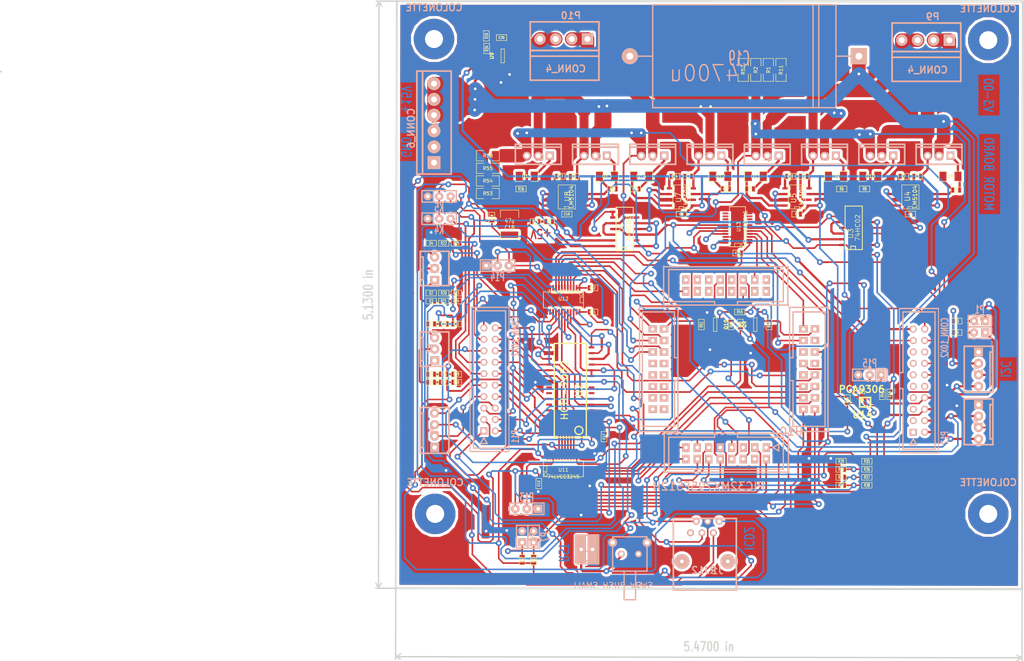
<source format=kicad_pcb>
(kicad_pcb (version 4) (host pcbnew 4.0.0-rc1-stable)
  (title_block (title "CARTE PID") (date "19 aug 2013") (rev V2.30) (company "CYBERNETISUE EN NORD") (comment 1 F4DEB))
  (layers (0 Dessus signal) (31 Dessous signal) (34 B.Paste user) (35 F.Paste user) (36 B.SilkS user) (37 F.SilkS user) (38 B.Mask user) (39 F.Mask user) (44 Edge.Cuts user))
  (net 0 "")
  (net 1 +12V)
  (net 2 +15V)
  (net 3 +3.3V)
  (net 4 +5V)
  (net 5 +5VD)
  (net 6 /MOTOR/ADC1)
  (net 7 /MOTOR/ADC2)
  (net 8 /MOTOR/DIR1)
  (net 9 /MOTOR/DIR2)
  (net 10 /MOTOR/PWM1)
  (net 11 /MOTOR/PWM2)
  (net 12 /PIC30F4013/D0)
  (net 13 /PIC30F4013/D1)
  (net 14 /PIC30F4013/D2)
  (net 15 /PIC30F4013/D3)
  (net 16 /PIC30F4013/D4)
  (net 17 /PIC30F4013/D5)
  (net 18 /PIC30F4013/D6)
  (net 19 /PIC30F4013/D7)
  (net 20 /PIC30F4013/DI1)
  (net 21 /PIC30F4013/DI2)
  (net 22 /PIC30F4013/EN1)
  (net 23 /PIC30F4013/EN2)
  (net 24 /PIC30F4013/IO1)
  (net 25 /PIC30F4013/IO2)
  (net 26 /PIC30F4013/OE)
  (net 27 /PIC30F4013/OSC)
  (net 28 /PIC30F4013/PGC)
  (net 29 /PIC30F4013/PGD)
  (net 30 /PIC30F4013/PW1)
  (net 31 /PIC30F4013/PW2)
  (net 32 /PIC30F4013/RST)
  (net 33 /PIC30F4013/RSTxy)
  (net 34 /PIC30F4013/RX1)
  (net 35 /PIC30F4013/RX2)
  (net 36 /PIC30F4013/SCL1)
  (net 37 /PIC30F4013/SDA1)
  (net 38 /PIC30F4013/SEL1)
  (net 39 /PIC30F4013/SEL2)
  (net 40 /PIC30F4013/U1RX)
  (net 41 /PIC30F4013/U1TX)
  (net 42 /PIC30F4013/U2RX)
  (net 43 /PIC30F4013/U2TX)
  (net 44 /PIC30F4013/X/Y)
  (net 45 GND)
  (net 46 N-00000105)
  (net 47 N-00000108)
  (net 48 N-00000111)
  (net 49 N-00000112)
  (net 50 N-00000115)
  (net 51 N-00000118)
  (net 52 N-00000121)
  (net 53 N-00000123)
  (net 54 N-00000127)
  (net 55 N-00000128)
  (net 56 N-00000129)
  (net 57 N-00000130)
  (net 58 N-00000131)
  (net 59 N-00000132)
  (net 60 N-00000133)
  (net 61 N-00000134)
  (net 62 N-00000135)
  (net 63 N-00000136)
  (net 64 N-00000138)
  (net 65 N-00000139)
  (net 66 N-00000140)
  (net 67 N-00000141)
  (net 68 N-00000142)
  (net 69 N-00000146)
  (net 70 N-00000147)
  (net 71 N-00000148)
  (net 72 N-00000149)
  (net 73 N-00000150)
  (net 74 N-00000151)
  (net 75 N-00000152)
  (net 76 N-00000153)
  (net 77 N-00000154)
  (net 78 N-00000155)
  (net 79 N-00000156)
  (net 80 N-00000157)
  (net 81 N-00000160)
  (net 82 N-00000161)
  (net 83 N-00000162)
  (net 84 N-00000163)
  (net 85 N-00000164)
  (net 86 N-00000165)
  (net 87 N-00000166)
  (net 88 N-00000167)
  (net 89 N-00000168)
  (net 90 N-00000169)
  (net 91 N-00000170)
  (net 92 N-00000171)
  (net 93 N-00000172)
  (net 94 N-00000173)
  (net 95 N-00000174)
  (net 96 N-00000175)
  (net 97 N-00000176)
  (net 98 N-00000177)
  (net 99 N-00000178)
  (net 100 N-00000179)
  (net 101 N-00000180)
  (net 102 N-00000181)
  (net 103 N-00000182)
  (net 104 N-00000183)
  (net 105 N-00000184)
  (net 106 N-00000185)
  (net 107 N-00000186)
  (net 108 N-00000187)
  (net 109 N-00000188)
  (net 110 N-00000189)
  (net 111 N-00000190)
  (net 112 N-00000191)
  (net 113 N-00000192)
  (net 114 N-00000193)
  (net 115 N-00000194)
  (net 116 N-00000195)
  (net 117 N-00000196)
  (net 118 N-0000033)
  (net 119 N-0000041)
  (net 120 N-0000053)
  (net 121 N-0000054)
  (net 122 N-0000068)
  (net 123 N-0000069)
  (net 124 N-0000074)
  (net 125 N-0000075)
  (net 126 N-0000077)
  (net 127 N-0000078)
  (net 128 N-0000080)
  (net 129 N-0000082)
  (net 130 N-0000085)
  (net 131 N-0000086)
  (module PIC32½64 (layer Dessous) (at 188.214 130.556 180)
    (fp_text reference U10 (at -5.588 6.096 180) (layer B.SilkS) (effects (font (size 1.778 1.778) (thickness 0.3048)) (justify mirror)))
    (fp_text value PIC32MX795F512H (at 12.7 -6.096 180) (layer B.SilkS) (effects (font (size 1.778 1.778) (thickness 0.3048)) (justify mirror)))
    (pad 15 thru_hole rect (at 17.78 2.54254 270) (size 1.89992 1.6002) (drill 0.8001) (layers *.Cu *.Mask B.SilkS) (net 28 /PIC30F4013/PGC))
    (pad 16 thru_hole rect (at 17.78 0.00254 270) (size 1.89992 1.6002) (drill 0.8001) (layers *.Cu *.Mask B.SilkS) (net 29 /PIC30F4013/PGD))
    (pad 13 thru_hole rect (at 15.24 2.54254 270) (size 1.89992 1.6002) (drill 0.8001) (layers *.Cu *.Mask B.SilkS) (net 61 N-00000134))
    (pad 14 thru_hole rect (at 15.24 0.00254 270) (size 1.89992 1.6002) (drill 0.8001) (layers *.Cu *.Mask B.SilkS) (net 58 N-00000131))
    (pad 11 thru_hole rect (at 12.7 2.54254 270) (size 1.89992 1.6002) (drill 0.8001) (layers *.Cu *.Mask B.SilkS) (net 59 N-00000132))
    (pad 12 thru_hole rect (at 12.7 0.00254 270) (size 1.89992 1.6002) (drill 0.8001) (layers *.Cu *.Mask B.SilkS) (net 60 N-00000133))
    (pad 9 thru_hole rect (at 10.16 2.54254 270) (size 1.89992 1.6002) (drill 0.8001) (layers *.Cu *.Mask B.SilkS) (net 45 GND))
    (pad 10 thru_hole rect (at 10.16 0.00254 270) (size 1.89992 1.6002) (drill 0.8001) (layers *.Cu *.Mask B.SilkS) (net 3 +3.3V))
    (pad 7 thru_hole rect (at 7.62 2.54254 270) (size 1.89992 1.6002) (drill 0.8001) (layers *.Cu *.Mask B.SilkS) (net 72 N-00000149))
    (pad 8 thru_hole rect (at 7.62 0.00254 270) (size 1.89992 1.6002) (drill 0.8001) (layers *.Cu *.Mask B.SilkS) (net 48 N-00000111))
    (pad 5 thru_hole rect (at 5.08 2.54254 270) (size 1.89992 1.6002) (drill 0.8001) (layers *.Cu *.Mask B.SilkS))
    (pad 6 thru_hole rect (at 5.08 0.00254 270) (size 1.89992 1.6002) (drill 0.8001) (layers *.Cu *.Mask B.SilkS) (net 49 N-00000112))
    (pad 3 thru_hole rect (at 2.54 2.54254 270) (size 1.89992 1.6002) (drill 0.8001) (layers *.Cu *.Mask B.SilkS) (net 50 N-00000115))
    (pad 4 thru_hole rect (at 2.54 0.00254 270) (size 1.89992 1.6002) (drill 0.8001) (layers *.Cu *.Mask B.SilkS))
    (pad 1 thru_hole rect (at 0 2.54254 270) (size 1.89992 1.6002) (drill 0.8001) (layers *.Cu *.Mask B.SilkS) (net 127 N-0000078))
    (pad 2 thru_hole rect (at 0 0.00254 270) (size 1.89992 1.6002) (drill 0.8001) (layers *.Cu *.Mask B.SilkS) (net 131 N-0000086))
    (pad 34 thru_hole rect (at 17.78 39.751 270) (size 1.89992 1.6002) (drill 0.8001) (layers *.Cu *.Mask B.SilkS))
    (pad 33 thru_hole rect (at 17.78 37.211 270) (size 1.89992 1.6002) (drill 0.8001) (layers *.Cu *.Mask B.SilkS) (net 54 N-00000127))
    (pad 36 thru_hole rect (at 15.24 39.751 270) (size 1.89992 1.6002) (drill 0.8001) (layers *.Cu *.Mask B.SilkS))
    (pad 35 thru_hole rect (at 15.24 37.211 270) (size 1.89992 1.6002) (drill 0.8001) (layers *.Cu *.Mask B.SilkS))
    (pad 38 thru_hole rect (at 12.7 39.751 270) (size 1.89992 1.6002) (drill 0.8001) (layers *.Cu *.Mask B.SilkS))
    (pad 37 thru_hole rect (at 12.7 37.211 270) (size 1.89992 1.6002) (drill 0.8001) (layers *.Cu *.Mask B.SilkS))
    (pad 40 thru_hole rect (at 10.16 39.751 270) (size 1.89992 1.6002) (drill 0.8001) (layers *.Cu *.Mask B.SilkS) (net 27 /PIC30F4013/OSC))
    (pad 39 thru_hole rect (at 10.16 37.211 270) (size 1.89992 1.6002) (drill 0.8001) (layers *.Cu *.Mask B.SilkS))
    (pad 42 thru_hole rect (at 7.62 39.751 270) (size 1.89992 1.6002) (drill 0.8001) (layers *.Cu *.Mask B.SilkS))
    (pad 41 thru_hole rect (at 7.62 37.211 270) (size 1.89992 1.6002) (drill 0.8001) (layers *.Cu *.Mask B.SilkS))
    (pad 44 thru_hole rect (at 5.08 39.751 270) (size 1.89992 1.6002) (drill 0.8001) (layers *.Cu *.Mask B.SilkS) (net 56 N-00000129))
    (pad 43 thru_hole rect (at 5.08 37.211 270) (size 1.89992 1.6002) (drill 0.8001) (layers *.Cu *.Mask B.SilkS) (net 55 N-00000128))
    (pad 46 thru_hole rect (at 2.54 39.751 270) (size 1.89992 1.6002) (drill 0.8001) (layers *.Cu *.Mask B.SilkS) (net 30 /PIC30F4013/PW1))
    (pad 45 thru_hole rect (at 2.54 37.211 270) (size 1.89992 1.6002) (drill 0.8001) (layers *.Cu *.Mask B.SilkS))
    (pad 48 thru_hole rect (at 0 39.751 270) (size 1.89992 1.6002) (drill 0.8001) (layers *.Cu *.Mask B.SilkS))
    (pad 47 thru_hole rect (at 0 37.211 270) (size 1.89992 1.6002) (drill 0.8001) (layers *.Cu *.Mask B.SilkS))
    (pad 31 thru_hole rect (at 22.606 28.829 270) (size 1.6002 1.89992) (drill 0.8001) (layers *.Cu *.Mask B.SilkS) (net 35 /PIC30F4013/RX2))
    (pad 32 thru_hole rect (at 25.146 28.829 270) (size 1.6002 1.89992) (drill 0.8001) (layers *.Cu *.Mask B.SilkS) (net 121 N-0000054))
    (pad 29 thru_hole rect (at 22.606 26.289 270) (size 1.6002 1.89992) (drill 0.8001) (layers *.Cu *.Mask B.SilkS) (net 6 /MOTOR/ADC1))
    (pad 30 thru_hole rect (at 25.146 26.289 270) (size 1.6002 1.89992) (drill 0.8001) (layers *.Cu *.Mask B.SilkS) (net 7 /MOTOR/ADC2))
    (pad 27 thru_hole rect (at 22.606 23.749 270) (size 1.6002 1.89992) (drill 0.8001) (layers *.Cu *.Mask B.SilkS) (net 24 /PIC30F4013/IO1))
    (pad 28 thru_hole rect (at 25.146 23.749 270) (size 1.6002 1.89992) (drill 0.8001) (layers *.Cu *.Mask B.SilkS) (net 25 /PIC30F4013/IO2))
    (pad 25 thru_hole rect (at 22.606 21.209 270) (size 1.6002 1.89992) (drill 0.8001) (layers *.Cu *.Mask B.SilkS))
    (pad 26 thru_hole rect (at 25.146 21.209 270) (size 1.6002 1.89992) (drill 0.8001) (layers *.Cu *.Mask B.SilkS))
    (pad 23 thru_hole rect (at 22.606 18.669 270) (size 1.6002 1.89992) (drill 0.8001) (layers *.Cu *.Mask B.SilkS))
    (pad 24 thru_hole rect (at 25.146 18.669 270) (size 1.6002 1.89992) (drill 0.8001) (layers *.Cu *.Mask B.SilkS))
    (pad 21 thru_hole rect (at 22.606 16.129 270) (size 1.6002 1.89992) (drill 0.8001) (layers *.Cu *.Mask B.SilkS))
    (pad 22 thru_hole rect (at 25.146 16.129 270) (size 1.6002 1.89992) (drill 0.8001) (layers *.Cu *.Mask B.SilkS))
    (pad 19 thru_hole rect (at 22.606 13.589 270) (size 1.6002 1.89992) (drill 0.8001) (layers *.Cu *.Mask B.SilkS))
    (pad 20 thru_hole rect (at 25.146 13.589 270) (size 1.6002 1.89992) (drill 0.8001) (layers *.Cu *.Mask B.SilkS))
    (pad 17 thru_hole rect (at 22.606 11.049 270) (size 1.6002 1.89992) (drill 0.8001) (layers *.Cu *.Mask B.SilkS))
    (pad 18 thru_hole rect (at 25.146 11.049 270) (size 1.6002 1.89992) (drill 0.8001) (layers *.Cu *.Mask B.SilkS))
    (pad 64 thru_hole rect (at -10.795 11.049 270) (size 1.6002 1.89992) (drill 0.8001) (layers *.Cu *.Mask B.SilkS) (net 51 N-00000118))
    (pad 63 thru_hole rect (at -8.255 11.049 270) (size 1.6002 1.89992) (drill 0.8001) (layers *.Cu *.Mask B.SilkS) (net 52 N-00000121))
    (pad 62 thru_hole rect (at -10.795 13.589 270) (size 1.6002 1.89992) (drill 0.8001) (layers *.Cu *.Mask B.SilkS) (net 53 N-00000123))
    (pad 61 thru_hole rect (at -8.255 13.589 270) (size 1.6002 1.89992) (drill 0.8001) (layers *.Cu *.Mask B.SilkS) (net 46 N-00000105))
    (pad 60 thru_hole rect (at -10.795 16.129 270) (size 1.6002 1.89992) (drill 0.8001) (layers *.Cu *.Mask B.SilkS) (net 47 N-00000108))
    (pad 59 thru_hole rect (at -8.255 16.129 270) (size 1.6002 1.89992) (drill 0.8001) (layers *.Cu *.Mask B.SilkS) (net 62 N-00000135))
    (pad 58 thru_hole rect (at -10.795 18.669 270) (size 1.6002 1.89992) (drill 0.8001) (layers *.Cu *.Mask B.SilkS) (net 63 N-00000136))
    (pad 57 thru_hole rect (at -8.255 18.669 270) (size 1.6002 1.89992) (drill 0.8001) (layers *.Cu *.Mask B.SilkS))
    (pad 56 thru_hole rect (at -10.795 21.209 270) (size 1.6002 1.89992) (drill 0.8001) (layers *.Cu *.Mask B.SilkS))
    (pad 55 thru_hole rect (at -8.255 21.209 270) (size 1.6002 1.89992) (drill 0.8001) (layers *.Cu *.Mask B.SilkS) (net 21 /PIC30F4013/DI2))
    (pad 54 thru_hole rect (at -10.795 23.749 270) (size 1.6002 1.89992) (drill 0.8001) (layers *.Cu *.Mask B.SilkS) (net 20 /PIC30F4013/DI1))
    (pad 53 thru_hole rect (at -8.255 23.749 270) (size 1.6002 1.89992) (drill 0.8001) (layers *.Cu *.Mask B.SilkS))
    (pad 52 thru_hole rect (at -10.795 26.289 270) (size 1.6002 1.89992) (drill 0.8001) (layers *.Cu *.Mask B.SilkS))
    (pad 51 thru_hole rect (at -8.255 26.289 270) (size 1.6002 1.89992) (drill 0.8001) (layers *.Cu *.Mask B.SilkS) (net 120 N-0000053))
    (pad 50 thru_hole rect (at -10.795 28.829 270) (size 1.6002 1.89992) (drill 0.8001) (layers *.Cu *.Mask B.SilkS) (net 34 /PIC30F4013/RX1))
    (pad 49 thru_hole rect (at -8.255 28.829 270) (size 1.6002 1.89992) (drill 0.8001) (layers *.Cu *.Mask B.SilkS) (net 31 /PIC30F4013/PW2))
  )
  (module SIL-3%221%2f2-3-D (layer Dessous) (at 114.681 103.632 270)
    (fp_text reference K3 (at 2.413 0.508 270) (layer B.SilkS) (effects (font (size 1.73482 1.08712) (thickness 0.27178)) (justify mirror)))
    (fp_text value CONN_3 hide)
    (pad 1 thru_hole rect (at 5.08 0 270) (size 1.80086 1.99898) (drill 1.00076) (layers *.Cu *.Mask B.SilkS) (net 75 N-00000152))
    (pad 2 thru_hole circle (at 2.54 0 270) (size 1.99898 1.99898) (drill 1.00076) (layers *.Cu *.Mask B.SilkS) (net 64 N-00000138))
    (pad 3 thru_hole circle (at 0 0 270) (size 1.99898 1.99898) (drill 1.00076) (layers *.Cu *.Mask B.SilkS) (net 74 N-00000151))
  )
  (module SIL-3%221%2f2-3-D (layer Dessous) (at 114.681 85.725 270)
    (fp_text reference K2 (at 2.54 0 270) (layer B.SilkS) (effects (font (size 1.73482 1.08712) (thickness 0.27178)) (justify mirror)))
    (fp_text value CONN_3 hide)
    (pad 1 thru_hole rect (at 5.08 0 270) (size 1.80086 1.99898) (drill 1.00076) (layers *.Cu *.Mask B.SilkS) (net 65 N-00000139))
    (pad 2 thru_hole circle (at 2.54 0 270) (size 1.99898 1.99898) (drill 1.00076) (layers *.Cu *.Mask B.SilkS) (net 73 N-00000150))
    (pad 3 thru_hole circle (at 0 0 270) (size 1.99898 1.99898) (drill 1.00076) (layers *.Cu *.Mask B.SilkS) (net 66 N-00000140))
  )
  (module WEIDMULLER-6 (layer Dessous) (at 114.554 64.77 90)
    (fp_text reference P4 (at 9.398 0.254 90) (layer B.SilkS) (effects (font (thickness 0.3048)) (justify mirror)))
    (fp_text value CONN_6 (at 7.62 -5.08 90) (layer B.SilkS) (effects (font (thickness 0.3048)) (justify mirror)))
    (pad 1 thru_hole rect (at 0 0 90) (size 2.90068 2.90068) (drill 1.30048) (layers *.Cu *.Mask B.SilkS) (net 45 GND))
    (pad 2 thru_hole circle (at 3.4925 0 90) (size 2.90068 2.90068) (drill 1.30048) (layers *.Cu *.Mask B.SilkS) (net 45 GND))
    (pad 3 thru_hole circle (at 7.0485 0 90) (size 2.90068 2.90068) (drill 1.30048) (layers *.Cu *.Mask B.SilkS) (net 45 GND))
    (pad 4 thru_hole circle (at 10.541 0 90) (size 2.90068 2.90068) (drill 1.30048) (layers *.Cu *.Mask B.SilkS) (net 2 +15V))
    (pad 5 thru_hole circle (at 14.0335 0 90) (size 2.90068 2.90068) (drill 1.30048) (layers *.Cu *.Mask B.SilkS) (net 2 +15V))
    (pad 6 thru_hole circle (at 17.526 0 90) (size 2.90068 2.90068) (drill 1.30048) (layers *.Cu *.Mask B.SilkS) (net 2 +15V))
  )
  (module SO14E (layer Dessus) (at 207.518 79.248 90)
    (fp_text reference U3 (at -1.27 -0.508 90) (layer F.SilkS) (effects (font (size 1.016 1.143) (thickness 0.127))))
    (fp_text value 74HC02 (at 0 1.016 90) (layer F.SilkS) (effects (font (size 1.016 1.016) (thickness 0.127))))
    (pad 1 smd rect (at -3.81 2.794 90) (size 0.508 1.143) (layers Dessus F.Paste F.Mask) (net 116 N-00000195))
    (pad 2 smd rect (at -2.54 2.794 90) (size 0.508 1.143) (layers Dessus F.Paste F.Mask) (net 8 /MOTOR/DIR1))
    (pad 3 smd rect (at -1.27 2.794 90) (size 0.508 1.143) (layers Dessus F.Paste F.Mask) (net 8 /MOTOR/DIR1))
    (pad 4 smd rect (at 0 2.794 90) (size 0.508 1.143) (layers Dessus F.Paste F.Mask) (net 100 N-00000179))
    (pad 5 smd rect (at 1.27 2.794 90) (size 0.508 1.143) (layers Dessus F.Paste F.Mask) (net 116 N-00000195))
    (pad 6 smd rect (at 2.54 2.794 90) (size 0.508 1.143) (layers Dessus F.Paste F.Mask) (net 117 N-00000196))
    (pad 7 smd rect (at 3.81 2.794 90) (size 0.508 1.143) (layers Dessus F.Paste F.Mask) (net 45 GND))
    (pad 8 smd rect (at 3.81 -2.54 90) (size 0.508 1.143) (layers Dessus F.Paste F.Mask) (net 10 /MOTOR/PWM1))
    (pad 9 smd rect (at 2.54 -2.54 90) (size 0.508 1.143) (layers Dessus F.Paste F.Mask) (net 10 /MOTOR/PWM1))
    (pad 10 smd rect (at 1.27 -2.54 90) (size 0.508 1.143) (layers Dessus F.Paste F.Mask) (net 117 N-00000196))
    (pad 11 smd rect (at 0 -2.54 90) (size 0.508 1.143) (layers Dessus F.Paste F.Mask) (net 8 /MOTOR/DIR1))
    (pad 12 smd rect (at -1.27 -2.54 90) (size 0.508 1.143) (layers Dessus F.Paste F.Mask) (net 117 N-00000196))
    (pad 13 smd rect (at -2.54 -2.54 90) (size 0.508 1.143) (layers Dessus F.Paste F.Mask) (net 107 N-00000186))
    (pad 14 smd rect (at -3.81 -2.54 90) (size 0.508 1.143) (layers Dessus F.Paste F.Mask) (net 5 +5VD))
  )
  (module SO8E (layer Dessus) (at 220.218 72.39 90)
    (fp_text reference U4 (at 0.127 -0.635 90) (layer F.SilkS) (effects (font (size 1.143 1.143) (thickness 0.1524))))
    (fp_text value LM5104 (at 0 1.016 90) (layer F.SilkS) (effects (font (size 0.889 0.889) (thickness 0.1524))))
    (pad 8 smd rect (at -1.905 -2.667 90) (size 0.508 1.143) (layers Dessus F.Paste F.Mask) (net 98 N-00000177))
    (pad 1 smd rect (at -1.905 2.667 90) (size 0.508 1.143) (layers Dessus F.Paste F.Mask) (net 1 +12V))
    (pad 7 smd rect (at -0.635 -2.667 90) (size 0.508 1.143) (layers Dessus F.Paste F.Mask) (net 45 GND))
    (pad 6 smd rect (at 0.635 -2.667 90) (size 0.508 1.143) (layers Dessus F.Paste F.Mask) (net 100 N-00000179))
    (pad 5 smd rect (at 1.905 -2.667 90) (size 0.508 1.143) (layers Dessus F.Paste F.Mask) (net 115 N-00000194))
    (pad 2 smd rect (at -0.635 2.667 90) (size 0.508 1.143) (layers Dessus F.Paste F.Mask) (net 106 N-00000185))
    (pad 3 smd rect (at 0.635 2.667 90) (size 0.508 1.143) (layers Dessus F.Paste F.Mask) (net 99 N-00000178))
    (pad 4 smd rect (at 1.905 2.667 90) (size 0.508 1.143) (layers Dessus F.Paste F.Mask) (net 114 N-00000193))
  )
  (module SO14E (layer Dessus) (at 156.718 79.502 90)
    (fp_text reference U6 (at 0.254 -0.635 90) (layer F.SilkS) (effects (font (size 1.016 1.143) (thickness 0.127))))
    (fp_text value 74HC02 (at 0 1.016 90) (layer F.SilkS) (effects (font (size 1.016 1.016) (thickness 0.127))))
    (pad 1 smd rect (at -3.81 2.794 90) (size 0.508 1.143) (layers Dessus F.Paste F.Mask) (net 83 N-00000162))
    (pad 2 smd rect (at -2.54 2.794 90) (size 0.508 1.143) (layers Dessus F.Paste F.Mask) (net 9 /MOTOR/DIR2))
    (pad 3 smd rect (at -1.27 2.794 90) (size 0.508 1.143) (layers Dessus F.Paste F.Mask) (net 9 /MOTOR/DIR2))
    (pad 4 smd rect (at 0 2.794 90) (size 0.508 1.143) (layers Dessus F.Paste F.Mask) (net 96 N-00000175))
    (pad 5 smd rect (at 1.27 2.794 90) (size 0.508 1.143) (layers Dessus F.Paste F.Mask) (net 83 N-00000162))
    (pad 6 smd rect (at 2.54 2.794 90) (size 0.508 1.143) (layers Dessus F.Paste F.Mask) (net 84 N-00000163))
    (pad 7 smd rect (at 3.81 2.794 90) (size 0.508 1.143) (layers Dessus F.Paste F.Mask) (net 45 GND))
    (pad 8 smd rect (at 3.81 -2.54 90) (size 0.508 1.143) (layers Dessus F.Paste F.Mask) (net 11 /MOTOR/PWM2))
    (pad 9 smd rect (at 2.54 -2.54 90) (size 0.508 1.143) (layers Dessus F.Paste F.Mask) (net 11 /MOTOR/PWM2))
    (pad 10 smd rect (at 1.27 -2.54 90) (size 0.508 1.143) (layers Dessus F.Paste F.Mask) (net 84 N-00000163))
    (pad 11 smd rect (at 0 -2.54 90) (size 0.508 1.143) (layers Dessus F.Paste F.Mask) (net 9 /MOTOR/DIR2))
    (pad 12 smd rect (at -1.27 -2.54 90) (size 0.508 1.143) (layers Dessus F.Paste F.Mask) (net 84 N-00000163))
    (pad 13 smd rect (at -2.54 -2.54 90) (size 0.508 1.143) (layers Dessus F.Paste F.Mask) (net 81 N-00000160))
    (pad 14 smd rect (at -3.81 -2.54 90) (size 0.508 1.143) (layers Dessus F.Paste F.Mask) (net 5 +5VD))
  )
  (module SO8E (layer Dessus) (at 169.418 72.39 90)
    (fp_text reference U7 (at -0.127 -0.635 90) (layer F.SilkS) (effects (font (size 1.143 1.143) (thickness 0.1524))))
    (fp_text value LM5104 (at 0 1.016 90) (layer F.SilkS) (effects (font (size 0.889 0.889) (thickness 0.1524))))
    (pad 8 smd rect (at -1.905 -2.667 90) (size 0.508 1.143) (layers Dessus F.Paste F.Mask) (net 103 N-00000182))
    (pad 1 smd rect (at -1.905 2.667 90) (size 0.508 1.143) (layers Dessus F.Paste F.Mask) (net 1 +12V))
    (pad 7 smd rect (at -0.635 -2.667 90) (size 0.508 1.143) (layers Dessus F.Paste F.Mask) (net 45 GND))
    (pad 6 smd rect (at 0.635 -2.667 90) (size 0.508 1.143) (layers Dessus F.Paste F.Mask) (net 96 N-00000175))
    (pad 5 smd rect (at 1.905 -2.667 90) (size 0.508 1.143) (layers Dessus F.Paste F.Mask) (net 110 N-00000189))
    (pad 2 smd rect (at -0.635 2.667 90) (size 0.508 1.143) (layers Dessus F.Paste F.Mask) (net 109 N-00000188))
    (pad 3 smd rect (at 0.635 2.667 90) (size 0.508 1.143) (layers Dessus F.Paste F.Mask) (net 85 N-00000164))
    (pad 4 smd rect (at 1.905 2.667 90) (size 0.508 1.143) (layers Dessus F.Paste F.Mask) (net 108 N-00000187))
  )
  (module SO8E (layer Dessus) (at 144.018 72.39 90)
    (fp_text reference U8 (at 0.127 0.127 90) (layer F.SilkS) (effects (font (size 1.143 1.143) (thickness 0.1524))))
    (fp_text value LM5104 (at 0 1.016 90) (layer F.SilkS) (effects (font (size 0.889 0.889) (thickness 0.1524))))
    (pad 8 smd rect (at -1.905 -2.667 90) (size 0.508 1.143) (layers Dessus F.Paste F.Mask) (net 89 N-00000168))
    (pad 1 smd rect (at -1.905 2.667 90) (size 0.508 1.143) (layers Dessus F.Paste F.Mask) (net 1 +12V))
    (pad 7 smd rect (at -0.635 -2.667 90) (size 0.508 1.143) (layers Dessus F.Paste F.Mask) (net 45 GND))
    (pad 6 smd rect (at 0.635 -2.667 90) (size 0.508 1.143) (layers Dessus F.Paste F.Mask) (net 81 N-00000160))
    (pad 5 smd rect (at 1.905 -2.667 90) (size 0.508 1.143) (layers Dessus F.Paste F.Mask) (net 87 N-00000166))
    (pad 2 smd rect (at -0.635 2.667 90) (size 0.508 1.143) (layers Dessus F.Paste F.Mask) (net 88 N-00000167))
    (pad 3 smd rect (at 0.635 2.667 90) (size 0.508 1.143) (layers Dessus F.Paste F.Mask) (net 86 N-00000165))
    (pad 4 smd rect (at 1.905 2.667 90) (size 0.508 1.143) (layers Dessus F.Paste F.Mask) (net 82 N-00000161))
  )
  (module SO8E (layer Dessus) (at 195.072 72.39 90)
    (fp_text reference U5 (at -0.254 -0.762 90) (layer F.SilkS) (effects (font (size 1.143 1.143) (thickness 0.1524))))
    (fp_text value LM5104 (at 0 1.016 90) (layer F.SilkS) (effects (font (size 0.889 0.889) (thickness 0.1524))))
    (pad 8 smd rect (at -1.905 -2.667 90) (size 0.508 1.143) (layers Dessus F.Paste F.Mask) (net 102 N-00000181))
    (pad 1 smd rect (at -1.905 2.667 90) (size 0.508 1.143) (layers Dessus F.Paste F.Mask) (net 1 +12V))
    (pad 7 smd rect (at -0.635 -2.667 90) (size 0.508 1.143) (layers Dessus F.Paste F.Mask) (net 45 GND))
    (pad 6 smd rect (at 0.635 -2.667 90) (size 0.508 1.143) (layers Dessus F.Paste F.Mask) (net 107 N-00000186))
    (pad 5 smd rect (at 1.905 -2.667 90) (size 0.508 1.143) (layers Dessus F.Paste F.Mask) (net 112 N-00000191))
    (pad 2 smd rect (at -0.635 2.667 90) (size 0.508 1.143) (layers Dessus F.Paste F.Mask) (net 111 N-00000190))
    (pad 3 smd rect (at 0.635 2.667 90) (size 0.508 1.143) (layers Dessus F.Paste F.Mask) (net 93 N-00000172))
    (pad 4 smd rect (at 1.905 2.667 90) (size 0.508 1.143) (layers Dessus F.Paste F.Mask) (net 113 N-00000192))
  )
  (module IRFIZ48V (layer Dessous) (at 150.368 63.246 90)
    (fp_text reference Q6 (at -0.254 0.254 360) (layer B.SilkS) (effects (font (size 1.524 1.016) (thickness 0.2032)) (justify mirror)))
    (fp_text value MOS_N hide)
    (pad 2 thru_hole circle (at 0 -2.54 90) (size 1.778 1.778) (drill 1.016) (layers *.Cu *.Mask B.SilkS) (net 82 N-00000161))
    (pad 3 thru_hole circle (at 0 0 90) (size 1.778 1.778) (drill 1.016) (layers *.Cu *.Mask B.SilkS) (net 2 +15V))
    (pad 1 thru_hole rect (at 0 2.54 90) (size 1.778 1.778) (drill 1.016) (layers *.Cu *.Mask B.SilkS) (net 94 N-00000173))
  )
  (module IRFIZ48V (layer Dessous) (at 137.668 63.246 90)
    (fp_text reference Q8 (at -0.381 0.254 360) (layer B.SilkS) (effects (font (size 1.524 1.016) (thickness 0.2032)) (justify mirror)))
    (fp_text value MOS_N hide)
    (pad 2 thru_hole circle (at 0 -2.54 90) (size 1.778 1.778) (drill 1.016) (layers *.Cu *.Mask B.SilkS) (net 7 /MOTOR/ADC2))
    (pad 3 thru_hole circle (at 0 0 90) (size 1.778 1.778) (drill 1.016) (layers *.Cu *.Mask B.SilkS) (net 82 N-00000161))
    (pad 1 thru_hole rect (at 0 2.54 90) (size 1.778 1.778) (drill 1.016) (layers *.Cu *.Mask B.SilkS) (net 104 N-00000183))
  )
  (module IRFIZ48V (layer Dessous) (at 226.568 63.246 90)
    (fp_text reference Q1 (at -0.254 0 360) (layer B.SilkS) (effects (font (size 1.524 1.016) (thickness 0.2032)) (justify mirror)))
    (fp_text value MOS_N hide)
    (pad 2 thru_hole circle (at 0 -2.54 90) (size 1.778 1.778) (drill 1.016) (layers *.Cu *.Mask B.SilkS) (net 114 N-00000193))
    (pad 3 thru_hole circle (at 0 0 90) (size 1.778 1.778) (drill 1.016) (layers *.Cu *.Mask B.SilkS) (net 2 +15V))
    (pad 1 thru_hole rect (at 0 2.54 90) (size 1.778 1.778) (drill 1.016) (layers *.Cu *.Mask B.SilkS) (net 91 N-00000170))
  )
  (module IRFIZ48V (layer Dessous) (at 201.168 63.246 90)
    (fp_text reference Q2 (at -0.254 0.127 360) (layer B.SilkS) (effects (font (size 1.524 1.016) (thickness 0.2032)) (justify mirror)))
    (fp_text value MOS_N hide)
    (pad 2 thru_hole circle (at 0 -2.54 90) (size 1.778 1.778) (drill 1.016) (layers *.Cu *.Mask B.SilkS) (net 113 N-00000192))
    (pad 3 thru_hole circle (at 0 0 90) (size 1.778 1.778) (drill 1.016) (layers *.Cu *.Mask B.SilkS) (net 2 +15V))
    (pad 1 thru_hole rect (at 0 2.54 90) (size 1.778 1.778) (drill 1.016) (layers *.Cu *.Mask B.SilkS) (net 97 N-00000176))
  )
  (module IRFIZ48V (layer Dessous) (at 213.868 63.246 90)
    (fp_text reference Q3 (at -0.381 0 360) (layer B.SilkS) (effects (font (size 1.524 1.016) (thickness 0.2032)) (justify mirror)))
    (fp_text value MOS_N hide)
    (pad 2 thru_hole circle (at 0 -2.54 90) (size 1.778 1.778) (drill 1.016) (layers *.Cu *.Mask B.SilkS) (net 6 /MOTOR/ADC1))
    (pad 3 thru_hole circle (at 0 0 90) (size 1.778 1.778) (drill 1.016) (layers *.Cu *.Mask B.SilkS) (net 114 N-00000193))
    (pad 1 thru_hole rect (at 0 2.54 90) (size 1.778 1.778) (drill 1.016) (layers *.Cu *.Mask B.SilkS) (net 92 N-00000171))
  )
  (module IRFIZ48V (layer Dessous) (at 188.468 63.246 90)
    (fp_text reference Q4 (at -0.381 0.127 360) (layer B.SilkS) (effects (font (size 1.524 1.016) (thickness 0.2032)) (justify mirror)))
    (fp_text value MOS_N hide)
    (pad 2 thru_hole circle (at 0 -2.54 90) (size 1.778 1.778) (drill 1.016) (layers *.Cu *.Mask B.SilkS) (net 6 /MOTOR/ADC1))
    (pad 3 thru_hole circle (at 0 0 90) (size 1.778 1.778) (drill 1.016) (layers *.Cu *.Mask B.SilkS) (net 113 N-00000192))
    (pad 1 thru_hole rect (at 0 2.54 90) (size 1.778 1.778) (drill 1.016) (layers *.Cu *.Mask B.SilkS) (net 105 N-00000184))
  )
  (module IRFIZ48V (layer Dessous) (at 175.768 63.246 90)
    (fp_text reference Q5 (at -0.254 -0.127 360) (layer B.SilkS) (effects (font (size 1.524 1.016) (thickness 0.2032)) (justify mirror)))
    (fp_text value MOS_N hide)
    (pad 2 thru_hole circle (at 0 -2.54 90) (size 1.778 1.778) (drill 1.016) (layers *.Cu *.Mask B.SilkS) (net 108 N-00000187))
    (pad 3 thru_hole circle (at 0 0 90) (size 1.778 1.778) (drill 1.016) (layers *.Cu *.Mask B.SilkS) (net 2 +15V))
    (pad 1 thru_hole rect (at 0 2.54 90) (size 1.778 1.778) (drill 1.016) (layers *.Cu *.Mask B.SilkS) (net 101 N-00000180))
  )
  (module IRFIZ48V (layer Dessous) (at 163.068 63.246 90)
    (fp_text reference Q7 (at -0.381 -0.127 360) (layer B.SilkS) (effects (font (size 1.524 1.016) (thickness 0.2032)) (justify mirror)))
    (fp_text value MOS_N hide)
    (pad 2 thru_hole circle (at 0 -2.54 90) (size 1.778 1.778) (drill 1.016) (layers *.Cu *.Mask B.SilkS) (net 7 /MOTOR/ADC2))
    (pad 3 thru_hole circle (at 0 0 90) (size 1.778 1.778) (drill 1.016) (layers *.Cu *.Mask B.SilkS) (net 108 N-00000187))
    (pad 1 thru_hole rect (at 0 2.54 90) (size 1.778 1.778) (drill 1.016) (layers *.Cu *.Mask B.SilkS) (net 95 N-00000174))
  )
  (module RJ12_E (layer Dessous) (at 174.625 144.399 180)
    (fp_text reference J1 (at -2.794 -10.922 180) (layer B.SilkS) (effects (font (thickness 0.3048)) (justify mirror)))
    (fp_text value RJ12 (at 0.1905 -10.8585 180) (layer B.SilkS) (effects (font (thickness 0.3048)) (justify mirror)))
    (pad 4 thru_hole circle (at 0.635 -2.54 180) (size 1.524 1.524) (drill 0.8128) (layers *.Cu *.Mask B.SilkS) (net 29 /PIC30F4013/PGD))
    (pad 2 thru_hole circle (at -1.905 -2.54 180) (size 1.524 1.524) (drill 0.8128) (layers *.Cu *.Mask B.SilkS) (net 5 +5VD))
    (pad 6 thru_hole circle (at 3.175 -2.54 180) (size 1.524 1.524) (drill 0.8128) (layers *.Cu *.Mask B.SilkS))
    (pad 1 thru_hole circle (at -3.175 0 180) (size 1.524 1.524) (drill 0.8128) (layers *.Cu *.Mask B.SilkS) (net 32 /PIC30F4013/RST))
    (pad 3 thru_hole circle (at -0.635 0 180) (size 1.524 1.524) (drill 0.8128) (layers *.Cu *.Mask B.SilkS) (net 45 GND))
    (pad 5 thru_hole circle (at 1.905 0 180) (size 1.524 1.524) (drill 0.8128) (layers *.Cu *.Mask B.SilkS) (net 28 /PIC30F4013/PGC))
    (pad 8 thru_hole circle (at 5.08 -8.89 180) (size 3.2512 3.2512) (drill 0.8128) (layers *.Cu *.Mask B.SilkS))
    (pad 7 thru_hole circle (at -5.08 -8.89 180) (size 3.2512 3.2512) (drill 0.8128) (layers *.Cu *.Mask B.SilkS))
  )
  (module SM0603 (layer Dessus) (at 140.081 77.851 180)
    (fp_text reference D1 (at 0 0 180) (layer F.SilkS) (effects (font (size 0.7112 0.4572) (thickness 0.1143))))
    (fp_text value Vert hide)
    (pad 1 smd rect (at -0.762 0 180) (size 0.635 1.143) (layers Dessus F.Paste F.Mask) (net 5 +5VD))
    (pad 2 smd rect (at 0.762 0 180) (size 0.635 1.143) (layers Dessus F.Paste F.Mask) (net 80 N-00000157))
  )
  (module SM1812 (layer Dessus) (at 131.318 78.486 90)
    (fp_text reference C18 (at -0.74676 0 180) (layer F.SilkS) (effects (font (size 1.016 0.762) (thickness 0.127))))
    (fp_text value 47u (at 0.762 0 180) (layer F.SilkS) (effects (font (size 1.016 0.762) (thickness 0.127))))
    (pad 1 smd rect (at -2.286 0 90) (size 1.397 3.81) (layers Dessus F.Paste F.Mask) (net 5 +5VD))
    (pad 2 smd rect (at 2.286 0 90) (size 1.397 3.81) (layers Dessus F.Paste F.Mask) (net 45 GND))
  )
  (module CP20 (layer Dessous) (at 183.388 41.148 180)
    (fp_text reference C19 (at 1.143 -0.508 180) (layer B.SilkS) (effects (font (size 3.16738 1.6256) (thickness 0.3048)) (justify mirror)))
    (fp_text value 4700u (at 8.89 -3.81 180) (layer B.SilkS) (effects (font (size 3.57632 3.29692) (thickness 0.3048)) (justify mirror)))
    (pad 1 thru_hole rect (at -25.4 0 180) (size 3.556 3.556) (drill 1.524) (layers *.Cu *.SilkS *.Mask) (net 2 +15V))
    (pad 2 thru_hole circle (at 25.4 0 180) (size 3.556 3.556) (drill 1.524) (layers *.Cu *.SilkS *.Mask) (net 45 GND))
  )
  (module SM0603 (layer Dessus) (at 113.919 100.584)
    (fp_text reference D7 (at 0 0) (layer F.SilkS) (effects (font (size 0.7112 0.4572) (thickness 0.1143))))
    (fp_text value LED hide)
    (pad 1 smd rect (at -0.762 0) (size 0.635 1.143) (layers Dessus F.Paste F.Mask) (net 74 N-00000151))
    (pad 2 smd rect (at 0.762 0) (size 0.635 1.143) (layers Dessus F.Paste F.Mask) (net 69 N-00000146))
  )
  (module SM0603 (layer Dessus) (at 113.919 113.538)
    (fp_text reference D6 (at 0 0) (layer F.SilkS) (effects (font (size 0.7112 0.4572) (thickness 0.1143))))
    (fp_text value LED hide)
    (pad 1 smd rect (at -0.762 0) (size 0.635 1.143) (layers Dessus F.Paste F.Mask) (net 64 N-00000138))
    (pad 2 smd rect (at 0.762 0) (size 0.635 1.143) (layers Dessus F.Paste F.Mask) (net 67 N-00000141))
  )
  (module SM0603 (layer Dessus) (at 113.919 111.76)
    (fp_text reference D5 (at 0 0) (layer F.SilkS) (effects (font (size 0.7112 0.4572) (thickness 0.1143))))
    (fp_text value LED hide)
    (pad 1 smd rect (at -0.762 0) (size 0.635 1.143) (layers Dessus F.Paste F.Mask) (net 75 N-00000152))
    (pad 2 smd rect (at 0.762 0) (size 0.635 1.143) (layers Dessus F.Paste F.Mask) (net 70 N-00000147))
  )
  (module SM0603 (layer Dessus) (at 113.919 82.677)
    (fp_text reference D4 (at 0 0) (layer F.SilkS) (effects (font (size 0.7112 0.4572) (thickness 0.1143))))
    (fp_text value LED hide)
    (pad 1 smd rect (at -0.762 0) (size 0.635 1.143) (layers Dessus F.Paste F.Mask) (net 66 N-00000140))
    (pad 2 smd rect (at 0.762 0) (size 0.635 1.143) (layers Dessus F.Paste F.Mask) (net 78 N-00000155))
  )
  (module SM0603 (layer Dessus) (at 113.919 95.504)
    (fp_text reference D3 (at 0 0) (layer F.SilkS) (effects (font (size 0.7112 0.4572) (thickness 0.1143))))
    (fp_text value LED hide)
    (pad 1 smd rect (at -0.762 0) (size 0.635 1.143) (layers Dessus F.Paste F.Mask) (net 73 N-00000150))
    (pad 2 smd rect (at 0.762 0) (size 0.635 1.143) (layers Dessus F.Paste F.Mask) (net 68 N-00000142))
  )
  (module SM0603 (layer Dessus) (at 113.919 93.726)
    (fp_text reference D2 (at 0 0) (layer F.SilkS) (effects (font (size 0.7112 0.4572) (thickness 0.1143))))
    (fp_text value LED hide)
    (pad 1 smd rect (at -0.762 0) (size 0.635 1.143) (layers Dessus F.Paste F.Mask) (net 65 N-00000139))
    (pad 2 smd rect (at 0.762 0) (size 0.635 1.143) (layers Dessus F.Paste F.Mask) (net 79 N-00000156))
  )
  (module SM1206 (layer Dessus) (at 135.128 67.818 180)
    (fp_text reference D15 (at 0 0 180) (layer F.SilkS) (effects (font (size 0.762 0.762) (thickness 0.127))))
    (fp_text value DIODE hide)
    (pad 1 smd rect (at -1.651 0 180) (size 1.524 2.032) (layers Dessus F.Paste F.Mask) (net 104 N-00000183))
    (pad 2 smd rect (at 1.651 0 180) (size 1.524 2.032) (layers Dessus F.Paste F.Mask) (net 89 N-00000168))
  )
  (module SM1206 (layer Dessus) (at 160.528 67.818 180)
    (fp_text reference D14 (at 0 0 180) (layer F.SilkS) (effects (font (size 0.762 0.762) (thickness 0.127))))
    (fp_text value DIODE hide)
    (pad 1 smd rect (at -1.651 0 180) (size 1.524 2.032) (layers Dessus F.Paste F.Mask) (net 95 N-00000174))
    (pad 2 smd rect (at 1.651 0 180) (size 1.524 2.032) (layers Dessus F.Paste F.Mask) (net 103 N-00000182))
  )
  (module SM1206 (layer Dessus) (at 152.908 67.818 180)
    (fp_text reference D13 (at 0 0 180) (layer F.SilkS) (effects (font (size 0.762 0.762) (thickness 0.127))))
    (fp_text value DIODE hide)
    (pad 1 smd rect (at -1.651 0 180) (size 1.524 2.032) (layers Dessus F.Paste F.Mask) (net 94 N-00000173))
    (pad 2 smd rect (at 1.651 0 180) (size 1.524 2.032) (layers Dessus F.Paste F.Mask) (net 86 N-00000165))
  )
  (module SM1206 (layer Dessus) (at 178.054 67.818 180)
    (fp_text reference D12 (at 0 0 180) (layer F.SilkS) (effects (font (size 0.762 0.762) (thickness 0.127))))
    (fp_text value DIODE hide)
    (pad 1 smd rect (at -1.651 0 180) (size 1.524 2.032) (layers Dessus F.Paste F.Mask) (net 101 N-00000180))
    (pad 2 smd rect (at 1.651 0 180) (size 1.524 2.032) (layers Dessus F.Paste F.Mask) (net 85 N-00000164))
  )
  (module SM1206 (layer Dessus) (at 185.928 67.818 180)
    (fp_text reference D11 (at 0 0 180) (layer F.SilkS) (effects (font (size 0.762 0.762) (thickness 0.127))))
    (fp_text value DIODE hide)
    (pad 1 smd rect (at -1.651 0 180) (size 1.524 2.032) (layers Dessus F.Paste F.Mask) (net 105 N-00000184))
    (pad 2 smd rect (at 1.651 0 180) (size 1.524 2.032) (layers Dessus F.Paste F.Mask) (net 102 N-00000181))
  )
  (module SM1206 (layer Dessus) (at 211.328 67.818 180)
    (fp_text reference D10 (at 0 0 180) (layer F.SilkS) (effects (font (size 0.762 0.762) (thickness 0.127))))
    (fp_text value DIODE hide)
    (pad 1 smd rect (at -1.651 0 180) (size 1.524 2.032) (layers Dessus F.Paste F.Mask) (net 92 N-00000171))
    (pad 2 smd rect (at 1.651 0 180) (size 1.524 2.032) (layers Dessus F.Paste F.Mask) (net 98 N-00000177))
  )
  (module SM1206 (layer Dessus) (at 203.708 67.818 180)
    (fp_text reference D9 (at 0 0 180) (layer F.SilkS) (effects (font (size 0.762 0.762) (thickness 0.127))))
    (fp_text value DIODE hide)
    (pad 1 smd rect (at -1.651 0 180) (size 1.524 2.032) (layers Dessus F.Paste F.Mask) (net 97 N-00000176))
    (pad 2 smd rect (at 1.651 0 180) (size 1.524 2.032) (layers Dessus F.Paste F.Mask) (net 93 N-00000172))
  )
  (module SM1206 (layer Dessus) (at 229.108 67.818 180)
    (fp_text reference D8 (at 0 0 180) (layer F.SilkS) (effects (font (size 0.762 0.762) (thickness 0.127))))
    (fp_text value DIODE hide)
    (pad 1 smd rect (at -1.651 0 180) (size 1.524 2.032) (layers Dessus F.Paste F.Mask) (net 91 N-00000170))
    (pad 2 smd rect (at 1.651 0 180) (size 1.524 2.032) (layers Dessus F.Paste F.Mask) (net 99 N-00000178))
  )
  (module SOT23EBC (layer Dessus) (at 129.794 41.0845 90)
    (fp_text reference U9 (at 0 -2.413 90) (layer F.SilkS) (effects (font (size 0.762 0.762) (thickness 0.1905))))
    (fp_text value 7812 hide)
    (pad 1 smd rect (at -0.889 -1.016 90) (size 0.9144 0.9144) (layers Dessus F.Paste F.Mask) (net 2 +15V))
    (pad 2 smd rect (at 0.889 -1.016 90) (size 0.9144 0.9144) (layers Dessus F.Paste F.Mask) (net 1 +12V))
    (pad 3 smd rect (at 0 1.016 90) (size 0.9144 0.9144) (layers Dessus F.Paste F.Mask) (net 45 GND))
  )
  (module SIL-2 (layer Dessous) (at 136.652 147.828 90)
    (fp_text reference P7 (at 0 2.54 90) (layer B.SilkS) (effects (font (size 1.72974 1.08712) (thickness 0.27178)) (justify mirror)))
    (fp_text value CAVALIER hide)
    (pad 1 thru_hole rect (at -1.27 0 90) (size 1.80086 1.80086) (drill 0.8128) (layers *.Cu *.Mask B.SilkS) (net 23 /PIC30F4013/EN2))
    (pad 2 thru_hole circle (at 1.27 0 90) (size 1.80086 1.80086) (drill 0.8128) (layers *.Cu *.Mask B.SilkS) (net 45 GND))
  )
  (module SM0603 (layer Dessus) (at 126.1745 36.6395 90)
    (fp_text reference D16 (at 0 0 90) (layer F.SilkS) (effects (font (size 0.7112 0.4572) (thickness 0.1143))))
    (fp_text value LED hide)
    (pad 1 smd rect (at -0.762 0 90) (size 0.635 1.143) (layers Dessus F.Paste F.Mask) (net 90 N-00000169))
    (pad 2 smd rect (at 0.762 0 90) (size 0.635 1.143) (layers Dessus F.Paste F.Mask) (net 45 GND))
  )
  (module SIL-3 (layer Dessous) (at 115.697 77.216)
    (fp_text reference K4 (at 0 2.54) (layer B.SilkS) (effects (font (size 1.7907 1.07696) (thickness 0.26924)) (justify mirror)))
    (fp_text value CONN_3 hide)
    (pad 1 thru_hole circle (at -2.54 0) (size 1.80086 1.80086) (drill 0.8128) (layers *.Cu *.Mask B.SilkS) (net 45 GND))
    (pad 2 thru_hole circle (at 0 0) (size 1.80086 1.80086) (drill 0.8128) (layers *.Cu *.Mask B.SilkS) (net 5 +5VD))
    (pad 3 thru_hole circle (at 2.54 0) (size 1.80086 1.80086) (drill 0.8128) (layers *.Cu *.Mask B.SilkS) (net 25 /PIC30F4013/IO2))
  )
  (module SIL-3 (layer Dessous) (at 115.697 72.263)
    (fp_text reference K5 (at 0 2.54) (layer B.SilkS) (effects (font (size 1.7907 1.07696) (thickness 0.26924)) (justify mirror)))
    (fp_text value CONN_3 hide)
    (pad 1 thru_hole circle (at -2.54 0) (size 1.80086 1.80086) (drill 0.8128) (layers *.Cu *.Mask B.SilkS) (net 45 GND))
    (pad 2 thru_hole circle (at 0 0) (size 1.80086 1.80086) (drill 0.8128) (layers *.Cu *.Mask B.SilkS) (net 5 +5VD))
    (pad 3 thru_hole circle (at 2.54 0) (size 1.80086 1.80086) (drill 0.8128) (layers *.Cu *.Mask B.SilkS) (net 24 /PIC30F4013/IO1))
  )
  (module SM0603_Resistor (layer Dessus) (at 210.566 131.064 180)
    (fp_text reference R35 (at 0 0 180) (layer F.SilkS) (effects (font (size 0.7112 0.4572) (thickness 0.1143))))
    (fp_text value R hide)
    (pad 1 smd rect (at -0.762 0 180) (size 0.635 1.143) (layers Dessus F.Paste F.Mask) (net 2 +15V))
    (pad 2 smd rect (at 0.762 0 180) (size 0.635 1.143) (layers Dessus F.Paste F.Mask) (net 58 N-00000131))
  )
  (module SM0603_Resistor (layer Dessus) (at 210.566 132.842 180)
    (fp_text reference R36 (at 0 0 180) (layer F.SilkS) (effects (font (size 0.7112 0.4572) (thickness 0.1143))))
    (fp_text value R hide)
    (pad 1 smd rect (at -0.762 0 180) (size 0.635 1.143) (layers Dessus F.Paste F.Mask) (net 1 +12V))
    (pad 2 smd rect (at 0.762 0 180) (size 0.635 1.143) (layers Dessus F.Paste F.Mask) (net 61 N-00000134))
  )
  (module SM0603_Resistor (layer Dessus) (at 210.566 134.62 180)
    (fp_text reference R37 (at 0 0 180) (layer F.SilkS) (effects (font (size 0.7112 0.4572) (thickness 0.1143))))
    (fp_text value R hide)
    (pad 1 smd rect (at -0.762 0 180) (size 0.635 1.143) (layers Dessus F.Paste F.Mask) (net 5 +5VD))
    (pad 2 smd rect (at 0.762 0 180) (size 0.635 1.143) (layers Dessus F.Paste F.Mask) (net 60 N-00000133))
  )
  (module SM0603_Resistor (layer Dessus) (at 210.566 136.398 180)
    (fp_text reference R38 (at 0 0 180) (layer F.SilkS) (effects (font (size 0.7112 0.4572) (thickness 0.1143))))
    (fp_text value R hide)
    (pad 1 smd rect (at -0.762 0 180) (size 0.635 1.143) (layers Dessus F.Paste F.Mask) (net 3 +3.3V))
    (pad 2 smd rect (at 0.762 0 180) (size 0.635 1.143) (layers Dessus F.Paste F.Mask) (net 59 N-00000132))
  )
  (module SM0603_Resistor (layer Dessus) (at 204.851 131.064 180)
    (fp_text reference R39 (at 0 0 180) (layer F.SilkS) (effects (font (size 0.7112 0.4572) (thickness 0.1143))))
    (fp_text value R hide)
    (pad 1 smd rect (at -0.762 0 180) (size 0.635 1.143) (layers Dessus F.Paste F.Mask) (net 58 N-00000131))
    (pad 2 smd rect (at 0.762 0 180) (size 0.635 1.143) (layers Dessus F.Paste F.Mask) (net 45 GND))
  )
  (module SM0603_Resistor (layer Dessus) (at 204.851 132.842 180)
    (fp_text reference R40 (at 0 0 180) (layer F.SilkS) (effects (font (size 0.7112 0.4572) (thickness 0.1143))))
    (fp_text value R hide)
    (pad 1 smd rect (at -0.762 0 180) (size 0.635 1.143) (layers Dessus F.Paste F.Mask) (net 61 N-00000134))
    (pad 2 smd rect (at 0.762 0 180) (size 0.635 1.143) (layers Dessus F.Paste F.Mask) (net 45 GND))
  )
  (module SM0603_Resistor (layer Dessus) (at 204.851 134.62 180)
    (fp_text reference R41 (at 0 0 180) (layer F.SilkS) (effects (font (size 0.7112 0.4572) (thickness 0.1143))))
    (fp_text value R hide)
    (pad 1 smd rect (at -0.762 0 180) (size 0.635 1.143) (layers Dessus F.Paste F.Mask) (net 60 N-00000133))
    (pad 2 smd rect (at 0.762 0 180) (size 0.635 1.143) (layers Dessus F.Paste F.Mask) (net 45 GND))
  )
  (module SM0603_Resistor (layer Dessus) (at 204.851 136.398 180)
    (fp_text reference R42 (at 0 0 180) (layer F.SilkS) (effects (font (size 0.7112 0.4572) (thickness 0.1143))))
    (fp_text value R hide)
    (pad 1 smd rect (at -0.762 0 180) (size 0.635 1.143) (layers Dessus F.Paste F.Mask) (net 59 N-00000132))
    (pad 2 smd rect (at 0.762 0 180) (size 0.635 1.143) (layers Dessus F.Paste F.Mask) (net 45 GND))
  )
  (module SM0603_Resistor (layer Dessus) (at 230.378 70.866 180)
    (fp_text reference R5 (at 0 0 180) (layer F.SilkS) (effects (font (size 0.7112 0.4572) (thickness 0.1143))))
    (fp_text value 47 hide)
    (pad 1 smd rect (at -0.762 0 180) (size 0.635 1.143) (layers Dessus F.Paste F.Mask) (net 91 N-00000170))
    (pad 2 smd rect (at 0.762 0 180) (size 0.635 1.143) (layers Dessus F.Paste F.Mask) (net 99 N-00000178))
  )
  (module SM0603_Resistor (layer Dessus) (at 204.978 70.612 180)
    (fp_text reference R6 (at 0 0 180) (layer F.SilkS) (effects (font (size 0.7112 0.4572) (thickness 0.1143))))
    (fp_text value 47 hide)
    (pad 1 smd rect (at -0.762 0 180) (size 0.635 1.143) (layers Dessus F.Paste F.Mask) (net 97 N-00000176))
    (pad 2 smd rect (at 0.762 0 180) (size 0.635 1.143) (layers Dessus F.Paste F.Mask) (net 93 N-00000172))
  )
  (module SM0603_Resistor (layer Dessus) (at 218.694 67.818)
    (fp_text reference R7 (at 0 0) (layer F.SilkS) (effects (font (size 0.7112 0.4572) (thickness 0.1143))))
    (fp_text value 220k hide)
    (pad 1 smd rect (at -0.762 0) (size 0.635 1.143) (layers Dessus F.Paste F.Mask) (net 115 N-00000194))
    (pad 2 smd rect (at 0.762 0) (size 0.635 1.143) (layers Dessus F.Paste F.Mask) (net 45 GND))
  )
  (module SM0603_Resistor (layer Dessus) (at 210.058 70.612 180)
    (fp_text reference R8 (at 0 0 180) (layer F.SilkS) (effects (font (size 0.7112 0.4572) (thickness 0.1143))))
    (fp_text value 47 hide)
    (pad 1 smd rect (at -0.762 0 180) (size 0.635 1.143) (layers Dessus F.Paste F.Mask) (net 92 N-00000171))
    (pad 2 smd rect (at 0.762 0 180) (size 0.635 1.143) (layers Dessus F.Paste F.Mask) (net 98 N-00000177))
  )
  (module SM0603_Resistor (layer Dessus) (at 184.658 70.612 180)
    (fp_text reference R9 (at 0 0 180) (layer F.SilkS) (effects (font (size 0.7112 0.4572) (thickness 0.1143))))
    (fp_text value 47 hide)
    (pad 1 smd rect (at -0.762 0 180) (size 0.635 1.143) (layers Dessus F.Paste F.Mask) (net 105 N-00000184))
    (pad 2 smd rect (at 0.762 0 180) (size 0.635 1.143) (layers Dessus F.Paste F.Mask) (net 102 N-00000181))
  )
  (module SM0603_Resistor (layer Dessus) (at 193.548 67.818)
    (fp_text reference R10 (at 0 0) (layer F.SilkS) (effects (font (size 0.7112 0.4572) (thickness 0.1143))))
    (fp_text value 220k hide)
    (pad 1 smd rect (at -0.762 0) (size 0.635 1.143) (layers Dessus F.Paste F.Mask) (net 112 N-00000191))
    (pad 2 smd rect (at 0.762 0) (size 0.635 1.143) (layers Dessus F.Paste F.Mask) (net 45 GND))
  )
  (module SM0603_Resistor (layer Dessus) (at 179.324 70.612 180)
    (fp_text reference R12 (at 0 0 180) (layer F.SilkS) (effects (font (size 0.7112 0.4572) (thickness 0.1143))))
    (fp_text value 47 hide)
    (pad 1 smd rect (at -0.762 0 180) (size 0.635 1.143) (layers Dessus F.Paste F.Mask) (net 101 N-00000180))
    (pad 2 smd rect (at 0.762 0 180) (size 0.635 1.143) (layers Dessus F.Paste F.Mask) (net 85 N-00000164))
  )
  (module SM0603_Resistor (layer Dessus) (at 154.178 70.612 180)
    (fp_text reference R13 (at 0 0 180) (layer F.SilkS) (effects (font (size 0.7112 0.4572) (thickness 0.1143))))
    (fp_text value 47 hide)
    (pad 1 smd rect (at -0.762 0 180) (size 0.635 1.143) (layers Dessus F.Paste F.Mask) (net 94 N-00000173))
    (pad 2 smd rect (at 0.762 0 180) (size 0.635 1.143) (layers Dessus F.Paste F.Mask) (net 86 N-00000165))
  )
  (module SM0603_Resistor (layer Dessus) (at 167.894 67.818)
    (fp_text reference R14 (at 0 0) (layer F.SilkS) (effects (font (size 0.7112 0.4572) (thickness 0.1143))))
    (fp_text value 220k hide)
    (pad 1 smd rect (at -0.762 0) (size 0.635 1.143) (layers Dessus F.Paste F.Mask) (net 110 N-00000189))
    (pad 2 smd rect (at 0.762 0) (size 0.635 1.143) (layers Dessus F.Paste F.Mask) (net 45 GND))
  )
  (module SM0603_Resistor (layer Dessus) (at 159.258 70.612 180)
    (fp_text reference R15 (at 0 0 180) (layer F.SilkS) (effects (font (size 0.7112 0.4572) (thickness 0.1143))))
    (fp_text value 47 hide)
    (pad 1 smd rect (at -0.762 0 180) (size 0.635 1.143) (layers Dessus F.Paste F.Mask) (net 95 N-00000174))
    (pad 2 smd rect (at 0.762 0 180) (size 0.635 1.143) (layers Dessus F.Paste F.Mask) (net 103 N-00000182))
  )
  (module SM0603_Resistor (layer Dessus) (at 133.858 70.612 180)
    (fp_text reference R16 (at 0 0 180) (layer F.SilkS) (effects (font (size 0.7112 0.4572) (thickness 0.1143))))
    (fp_text value 47 hide)
    (pad 1 smd rect (at -0.762 0 180) (size 0.635 1.143) (layers Dessus F.Paste F.Mask) (net 104 N-00000183))
    (pad 2 smd rect (at 0.762 0 180) (size 0.635 1.143) (layers Dessus F.Paste F.Mask) (net 89 N-00000168))
  )
  (module SM0603_Resistor (layer Dessus) (at 142.494 67.818)
    (fp_text reference R17 (at 0 0) (layer F.SilkS) (effects (font (size 0.7112 0.4572) (thickness 0.1143))))
    (fp_text value 220k hide)
    (pad 1 smd rect (at -0.762 0) (size 0.635 1.143) (layers Dessus F.Paste F.Mask) (net 87 N-00000166))
    (pad 2 smd rect (at 0.762 0) (size 0.635 1.143) (layers Dessus F.Paste F.Mask) (net 45 GND))
  )
  (module SM0603_Resistor (layer Dessus) (at 137.033 77.851 180)
    (fp_text reference R19 (at 0 0 180) (layer F.SilkS) (effects (font (size 0.7112 0.4572) (thickness 0.1143))))
    (fp_text value 1k hide)
    (pad 1 smd rect (at -0.762 0 180) (size 0.635 1.143) (layers Dessus F.Paste F.Mask) (net 80 N-00000157))
    (pad 2 smd rect (at 0.762 0 180) (size 0.635 1.143) (layers Dessus F.Paste F.Mask) (net 45 GND))
  )
  (module SM0603_Resistor (layer Dessus) (at 116.713 93.726)
    (fp_text reference R20 (at 0 0) (layer F.SilkS) (effects (font (size 0.7112 0.4572) (thickness 0.1143))))
    (fp_text value 1.5k hide)
    (pad 1 smd rect (at -0.762 0) (size 0.635 1.143) (layers Dessus F.Paste F.Mask) (net 79 N-00000156))
    (pad 2 smd rect (at 0.762 0) (size 0.635 1.143) (layers Dessus F.Paste F.Mask) (net 76 N-00000153))
  )
  (module SM0603_Resistor (layer Dessus) (at 116.713 95.504)
    (fp_text reference R21 (at 0 0) (layer F.SilkS) (effects (font (size 0.7112 0.4572) (thickness 0.1143))))
    (fp_text value 1.5k hide)
    (pad 1 smd rect (at -0.762 0) (size 0.635 1.143) (layers Dessus F.Paste F.Mask) (net 68 N-00000142))
    (pad 2 smd rect (at 0.762 0) (size 0.635 1.143) (layers Dessus F.Paste F.Mask) (net 130 N-0000085))
  )
  (module SM0603_Resistor (layer Dessus) (at 116.713 82.677)
    (fp_text reference R22 (at 0 0) (layer F.SilkS) (effects (font (size 0.7112 0.4572) (thickness 0.1143))))
    (fp_text value 1.5k hide)
    (pad 1 smd rect (at -0.762 0) (size 0.635 1.143) (layers Dessus F.Paste F.Mask) (net 78 N-00000155))
    (pad 2 smd rect (at 0.762 0) (size 0.635 1.143) (layers Dessus F.Paste F.Mask) (net 77 N-00000154))
  )
  (module SM0603_Resistor (layer Dessus) (at 119.507 93.726)
    (fp_text reference R23 (at 0 0) (layer F.SilkS) (effects (font (size 0.7112 0.4572) (thickness 0.1143))))
    (fp_text value 1.5k hide)
    (pad 1 smd rect (at -0.762 0) (size 0.635 1.143) (layers Dessus F.Paste F.Mask) (net 76 N-00000153))
    (pad 2 smd rect (at 0.762 0) (size 0.635 1.143) (layers Dessus F.Paste F.Mask) (net 45 GND))
  )
  (module SM0603_Resistor (layer Dessus) (at 119.507 95.504)
    (fp_text reference R24 (at 0 0) (layer F.SilkS) (effects (font (size 0.7112 0.4572) (thickness 0.1143))))
    (fp_text value 1.5k hide)
    (pad 1 smd rect (at -0.762 0) (size 0.635 1.143) (layers Dessus F.Paste F.Mask) (net 130 N-0000085))
    (pad 2 smd rect (at 0.762 0) (size 0.635 1.143) (layers Dessus F.Paste F.Mask) (net 45 GND))
  )
  (module SM0603_Resistor (layer Dessus) (at 119.507 82.677)
    (fp_text reference R25 (at 0 0) (layer F.SilkS) (effects (font (size 0.7112 0.4572) (thickness 0.1143))))
    (fp_text value 1.5k hide)
    (pad 1 smd rect (at -0.762 0) (size 0.635 1.143) (layers Dessus F.Paste F.Mask) (net 77 N-00000154))
    (pad 2 smd rect (at 0.762 0) (size 0.635 1.143) (layers Dessus F.Paste F.Mask) (net 45 GND))
  )
  (module SM0603_Resistor (layer Dessus) (at 116.713 111.76)
    (fp_text reference R26 (at 0 0) (layer F.SilkS) (effects (font (size 0.7112 0.4572) (thickness 0.1143))))
    (fp_text value 1.5k hide)
    (pad 1 smd rect (at -0.762 0) (size 0.635 1.143) (layers Dessus F.Paste F.Mask) (net 70 N-00000147))
    (pad 2 smd rect (at 0.762 0) (size 0.635 1.143) (layers Dessus F.Paste F.Mask) (net 129 N-0000082))
  )
  (module SM0603_Resistor (layer Dessus) (at 116.713 113.538)
    (fp_text reference R27 (at 0 0) (layer F.SilkS) (effects (font (size 0.7112 0.4572) (thickness 0.1143))))
    (fp_text value 1.5k hide)
    (pad 1 smd rect (at -0.762 0) (size 0.635 1.143) (layers Dessus F.Paste F.Mask) (net 67 N-00000141))
    (pad 2 smd rect (at 0.762 0) (size 0.635 1.143) (layers Dessus F.Paste F.Mask) (net 71 N-00000148))
  )
  (module SM0603_Resistor (layer Dessus) (at 116.713 100.584)
    (fp_text reference R28 (at 0 0) (layer F.SilkS) (effects (font (size 0.7112 0.4572) (thickness 0.1143))))
    (fp_text value 1.5k hide)
    (pad 1 smd rect (at -0.762 0) (size 0.635 1.143) (layers Dessus F.Paste F.Mask) (net 69 N-00000146))
    (pad 2 smd rect (at 0.762 0) (size 0.635 1.143) (layers Dessus F.Paste F.Mask) (net 128 N-0000080))
  )
  (module SM0603_Resistor (layer Dessus) (at 119.507 111.76)
    (fp_text reference R29 (at 0 0) (layer F.SilkS) (effects (font (size 0.7112 0.4572) (thickness 0.1143))))
    (fp_text value 1.5k hide)
    (pad 1 smd rect (at -0.762 0) (size 0.635 1.143) (layers Dessus F.Paste F.Mask) (net 129 N-0000082))
    (pad 2 smd rect (at 0.762 0) (size 0.635 1.143) (layers Dessus F.Paste F.Mask) (net 45 GND))
  )
  (module SM0603_Resistor (layer Dessus) (at 119.507 113.538)
    (fp_text reference R30 (at 0 0) (layer F.SilkS) (effects (font (size 0.7112 0.4572) (thickness 0.1143))))
    (fp_text value 1.5k hide)
    (pad 1 smd rect (at -0.762 0) (size 0.635 1.143) (layers Dessus F.Paste F.Mask) (net 71 N-00000148))
    (pad 2 smd rect (at 0.762 0) (size 0.635 1.143) (layers Dessus F.Paste F.Mask) (net 45 GND))
  )
  (module SM0603_Resistor (layer Dessus) (at 119.507 100.584)
    (fp_text reference R31 (at 0 0) (layer F.SilkS) (effects (font (size 0.7112 0.4572) (thickness 0.1143))))
    (fp_text value 1.5k hide)
    (pad 1 smd rect (at -0.762 0) (size 0.635 1.143) (layers Dessus F.Paste F.Mask) (net 128 N-0000080))
    (pad 2 smd rect (at 0.762 0) (size 0.635 1.143) (layers Dessus F.Paste F.Mask) (net 45 GND))
  )
  (module SM0603_Resistor (layer Dessus) (at 134.112 152.908 90)
    (fp_text reference R32 (at 0 0 90) (layer F.SilkS) (effects (font (size 0.7112 0.4572) (thickness 0.1143))))
    (fp_text value 4.7k hide)
    (pad 1 smd rect (at -0.762 0 90) (size 0.635 1.143) (layers Dessus F.Paste F.Mask) (net 5 +5VD))
    (pad 2 smd rect (at 0.762 0 90) (size 0.635 1.143) (layers Dessus F.Paste F.Mask) (net 22 /PIC30F4013/EN1))
  )
  (module SM0603_Resistor (layer Dessus) (at 136.652 152.908 90)
    (fp_text reference R33 (at 0 0 90) (layer F.SilkS) (effects (font (size 0.7112 0.4572) (thickness 0.1143))))
    (fp_text value 4.7k hide)
    (pad 1 smd rect (at -0.762 0 90) (size 0.635 1.143) (layers Dessus F.Paste F.Mask) (net 5 +5VD))
    (pad 2 smd rect (at 0.762 0 90) (size 0.635 1.143) (layers Dessus F.Paste F.Mask) (net 23 /PIC30F4013/EN2))
  )
  (module SM0603_Resistor (layer Dessus) (at 126.238 39.4335 90)
    (fp_text reference R34 (at 0 0 90) (layer F.SilkS) (effects (font (size 0.7112 0.4572) (thickness 0.1143))))
    (fp_text value 3.3k hide)
    (pad 1 smd rect (at -0.762 0 90) (size 0.635 1.143) (layers Dessus F.Paste F.Mask) (net 1 +12V))
    (pad 2 smd rect (at 0.762 0 90) (size 0.635 1.143) (layers Dessus F.Paste F.Mask) (net 90 N-00000169))
  )
  (module COLONETTE (layer Dessous) (at 114.808 142.748 180)
    (fp_text reference K6 (at 0 0 180) (layer B.SilkS) (effects (font (thickness 0.3048)) (justify mirror)))
    (fp_text value COLONETTE (at 0 6.985 180) (layer B.SilkS) (effects (font (thickness 0.3048)) (justify mirror)))
    (pad 1 thru_hole circle (at 0 0 180) (size 8.99922 8.99922) (drill 4.0005) (layers *.Cu))
  )
  (module COLONETTE (layer Dessous) (at 114.554 37.338 180)
    (fp_text reference K7 (at 0 0 180) (layer B.SilkS) (effects (font (thickness 0.3048)) (justify mirror)))
    (fp_text value COLONETTE (at 0 6.985 180) (layer B.SilkS) (effects (font (thickness 0.3048)) (justify mirror)))
    (pad 1 thru_hole circle (at 0 0 180) (size 8.99922 8.99922) (drill 4.0005) (layers *.Cu))
  )
  (module COLONETTE (layer Dessous) (at 237.49 37.592 180)
    (fp_text reference K8 (at 0 0 180) (layer B.SilkS) (effects (font (thickness 0.3048)) (justify mirror)))
    (fp_text value COLONETTE (at 0 6.985 180) (layer B.SilkS) (effects (font (thickness 0.3048)) (justify mirror)))
    (pad 1 thru_hole circle (at 0 0 180) (size 8.99922 8.99922) (drill 4.0005) (layers *.Cu))
  )
  (module COLONETTE (layer Dessous) (at 237.49 142.748 180)
    (fp_text reference K9 (at 0 0 180) (layer B.SilkS) (effects (font (thickness 0.3048)) (justify mirror)))
    (fp_text value COLONETTE (at 0 6.985 180) (layer B.SilkS) (effects (font (thickness 0.3048)) (justify mirror)))
    (pad 1 thru_hole circle (at 0 0 180) (size 8.99922 8.99922) (drill 4.0005) (layers *.Cu))
  )
  (module VSSOP-8 (layer Dessus) (at 210.185 117.983)
    (fp_text reference U14 (at -0.5588 2.7432) (layer F.SilkS) (effects (font (thickness 0.3048))))
    (fp_text value PCA9306 (at -0.762 -2.8956) (layer F.SilkS) (effects (font (thickness 0.3048))))
    (pad 4 smd rect (at -1.4732 0.762 90) (size 0.24892 1.00076) (layers Dessus F.Paste F.Mask) (net 55 N-00000128))
    (pad 3 smd rect (at -1.4732 0.254 90) (size 0.24892 1.00076) (layers Dessus F.Paste F.Mask) (net 56 N-00000129))
    (pad 2 smd rect (at -1.4732 -0.254 90) (size 0.24892 1.00076) (layers Dessus F.Paste F.Mask) (net 3 +3.3V))
    (pad 1 smd rect (at -1.4732 -0.762 90) (size 0.24892 1.00076) (layers Dessus F.Paste F.Mask) (net 45 GND))
    (pad 5 smd rect (at 1.4224 0.762 90) (size 0.24892 1.00076) (layers Dessus F.Paste F.Mask) (net 36 /PIC30F4013/SCL1))
    (pad 6 smd rect (at 1.4224 0.254 90) (size 0.24892 1.00076) (layers Dessus F.Paste F.Mask) (net 37 /PIC30F4013/SDA1))
    (pad 7 smd rect (at 1.4224 -0.254 90) (size 0.24892 1.00076) (layers Dessus F.Paste F.Mask) (net 57 N-00000130))
    (pad 8 smd rect (at 1.4224 -0.762 90) (size 0.24892 1.00076) (layers Dessus F.Paste F.Mask) (net 124 N-0000074))
  )
  (module SSOP24 (layer Dessus) (at 143.256 132.715)
    (fp_text reference U11 (at 0 0.254) (layer F.SilkS) (effects (font (size 0.762 0.762) (thickness 0.127))))
    (fp_text value 74LVCC3245 (at 0 1.778) (layer F.SilkS) (effects (font (size 0.762 0.762) (thickness 0.127))))
    (pad 1 smd rect (at -3.556 2.667) (size 0.4064 1.27) (layers Dessus F.Paste F.Mask) (net 3 +3.3V))
    (pad 2 smd rect (at -2.921 2.667) (size 0.4064 1.27) (layers Dessus F.Paste F.Mask) (net 45 GND))
    (pad 3 smd rect (at -2.2606 2.667) (size 0.4064 1.27) (layers Dessus F.Paste F.Mask) (net 47 N-00000108))
    (pad 4 smd rect (at -1.6002 2.667) (size 0.4064 1.27) (layers Dessus F.Paste F.Mask) (net 46 N-00000105))
    (pad 5 smd rect (at -0.9652 2.667) (size 0.4064 1.27) (layers Dessus F.Paste F.Mask) (net 53 N-00000123))
    (pad 6 smd rect (at -0.3048 2.667) (size 0.4064 1.27) (layers Dessus F.Paste F.Mask) (net 52 N-00000121))
    (pad 7 smd rect (at 0.3556 2.667) (size 0.4064 1.27) (layers Dessus F.Paste F.Mask) (net 51 N-00000118))
    (pad 8 smd rect (at 0.9906 2.667) (size 0.4064 1.27) (layers Dessus F.Paste F.Mask) (net 127 N-0000078))
    (pad 9 smd rect (at 1.651 2.667) (size 0.4064 1.27) (layers Dessus F.Paste F.Mask) (net 131 N-0000086))
    (pad 10 smd rect (at 2.286 2.667) (size 0.4064 1.27) (layers Dessus F.Paste F.Mask) (net 50 N-00000115))
    (pad 11 smd rect (at 2.9464 2.667) (size 0.4064 1.27) (layers Dessus F.Paste F.Mask) (net 45 GND))
    (pad 12 smd rect (at 3.6068 2.667) (size 0.4064 1.27) (layers Dessus F.Paste F.Mask) (net 45 GND))
    (pad 13 smd rect (at 3.6322 -2.667) (size 0.4064 1.27) (layers Dessus F.Paste F.Mask) (net 45 GND))
    (pad 14 smd rect (at 2.9464 -2.667) (size 0.4064 1.27) (layers Dessus F.Paste F.Mask) (net 19 /PIC30F4013/D7))
    (pad 15 smd rect (at 2.286 -2.667) (size 0.4064 1.27) (layers Dessus F.Paste F.Mask) (net 18 /PIC30F4013/D6))
    (pad 16 smd rect (at 1.651 -2.667) (size 0.4064 1.27) (layers Dessus F.Paste F.Mask) (net 17 /PIC30F4013/D5))
    (pad 17 smd rect (at 0.9906 -2.667) (size 0.4064 1.27) (layers Dessus F.Paste F.Mask) (net 16 /PIC30F4013/D4))
    (pad 18 smd rect (at 0.3556 -2.667) (size 0.4064 1.27) (layers Dessus F.Paste F.Mask) (net 15 /PIC30F4013/D3))
    (pad 19 smd rect (at -0.3048 -2.667) (size 0.4064 1.27) (layers Dessus F.Paste F.Mask) (net 14 /PIC30F4013/D2))
    (pad 20 smd rect (at -0.9652 -2.667) (size 0.4064 1.27) (layers Dessus F.Paste F.Mask) (net 13 /PIC30F4013/D1))
    (pad 21 smd rect (at -1.6002 -2.667) (size 0.4064 1.27) (layers Dessus F.Paste F.Mask) (net 12 /PIC30F4013/D0))
    (pad 22 smd rect (at -2.2606 -2.667) (size 0.4064 1.27) (layers Dessus F.Paste F.Mask) (net 126 N-0000077))
    (pad 23 smd rect (at -2.921 -2.667) (size 0.4064 1.27) (layers Dessus F.Paste F.Mask))
    (pad 24 smd rect (at -3.556 -2.667) (size 0.4064 1.27) (layers Dessus F.Paste F.Mask) (net 5 +5VD))
  )
  (module SSOP24 (layer Dessus) (at 143.256 95.25 180)
    (fp_text reference U12 (at 0 0.254 180) (layer F.SilkS) (effects (font (size 0.762 0.762) (thickness 0.127))))
    (fp_text value 74LVCC3245 (at 0 1.778 180) (layer F.SilkS) (effects (font (size 0.762 0.762) (thickness 0.127))))
    (pad 1 smd rect (at -3.556 2.667 180) (size 0.4064 1.27) (layers Dessus F.Paste F.Mask) (net 3 +3.3V))
    (pad 2 smd rect (at -2.921 2.667 180) (size 0.4064 1.27) (layers Dessus F.Paste F.Mask) (net 3 +3.3V))
    (pad 3 smd rect (at -2.2606 2.667 180) (size 0.4064 1.27) (layers Dessus F.Paste F.Mask) (net 63 N-00000136))
    (pad 4 smd rect (at -1.6002 2.667 180) (size 0.4064 1.27) (layers Dessus F.Paste F.Mask) (net 62 N-00000135))
    (pad 5 smd rect (at -0.9652 2.667 180) (size 0.4064 1.27) (layers Dessus F.Paste F.Mask) (net 54 N-00000127))
    (pad 6 smd rect (at -0.3048 2.667 180) (size 0.4064 1.27) (layers Dessus F.Paste F.Mask) (net 49 N-00000112))
    (pad 7 smd rect (at 0.3556 2.667 180) (size 0.4064 1.27) (layers Dessus F.Paste F.Mask) (net 48 N-00000111))
    (pad 8 smd rect (at 0.9906 2.667 180) (size 0.4064 1.27) (layers Dessus F.Paste F.Mask) (net 121 N-0000054))
    (pad 9 smd rect (at 1.651 2.667 180) (size 0.4064 1.27) (layers Dessus F.Paste F.Mask) (net 120 N-0000053))
    (pad 10 smd rect (at 2.286 2.667 180) (size 0.4064 1.27) (layers Dessus F.Paste F.Mask))
    (pad 11 smd rect (at 2.9464 2.667 180) (size 0.4064 1.27) (layers Dessus F.Paste F.Mask) (net 45 GND))
    (pad 12 smd rect (at 3.6068 2.667 180) (size 0.4064 1.27) (layers Dessus F.Paste F.Mask) (net 45 GND))
    (pad 13 smd rect (at 3.6322 -2.667 180) (size 0.4064 1.27) (layers Dessus F.Paste F.Mask) (net 45 GND))
    (pad 14 smd rect (at 2.9464 -2.667 180) (size 0.4064 1.27) (layers Dessus F.Paste F.Mask))
    (pad 15 smd rect (at 2.286 -2.667 180) (size 0.4064 1.27) (layers Dessus F.Paste F.Mask) (net 41 /PIC30F4013/U1TX))
    (pad 16 smd rect (at 1.651 -2.667 180) (size 0.4064 1.27) (layers Dessus F.Paste F.Mask) (net 43 /PIC30F4013/U2TX))
    (pad 17 smd rect (at 0.9906 -2.667 180) (size 0.4064 1.27) (layers Dessus F.Paste F.Mask) (net 39 /PIC30F4013/SEL2))
    (pad 18 smd rect (at 0.3556 -2.667 180) (size 0.4064 1.27) (layers Dessus F.Paste F.Mask) (net 38 /PIC30F4013/SEL1))
    (pad 19 smd rect (at -0.3048 -2.667 180) (size 0.4064 1.27) (layers Dessus F.Paste F.Mask) (net 44 /PIC30F4013/X/Y))
    (pad 20 smd rect (at -0.9652 -2.667 180) (size 0.4064 1.27) (layers Dessus F.Paste F.Mask) (net 26 /PIC30F4013/OE))
    (pad 21 smd rect (at -1.6002 -2.667 180) (size 0.4064 1.27) (layers Dessus F.Paste F.Mask) (net 33 /PIC30F4013/RSTxy))
    (pad 22 smd rect (at -2.2606 -2.667 180) (size 0.4064 1.27) (layers Dessus F.Paste F.Mask) (net 125 N-0000075))
    (pad 23 smd rect (at -2.921 -2.667 180) (size 0.4064 1.27) (layers Dessus F.Paste F.Mask))
    (pad 24 smd rect (at -3.556 -2.667 180) (size 0.4064 1.27) (layers Dessus F.Paste F.Mask) (net 5 +5VD))
  )
  (module SSOP24 (layer Dessus) (at 181.864 78.994 90)
    (fp_text reference U13 (at 0 0.254 90) (layer F.SilkS) (effects (font (size 0.762 0.762) (thickness 0.127))))
    (fp_text value 74LVCC3245 (at 0 1.778 90) (layer F.SilkS) (effects (font (size 0.762 0.762) (thickness 0.127))))
    (pad 1 smd rect (at -3.556 2.667 90) (size 0.4064 1.27) (layers Dessus F.Paste F.Mask) (net 3 +3.3V))
    (pad 2 smd rect (at -2.921 2.667 90) (size 0.4064 1.27) (layers Dessus F.Paste F.Mask) (net 3 +3.3V))
    (pad 3 smd rect (at -2.2606 2.667 90) (size 0.4064 1.27) (layers Dessus F.Paste F.Mask) (net 30 /PIC30F4013/PW1))
    (pad 4 smd rect (at -1.6002 2.667 90) (size 0.4064 1.27) (layers Dessus F.Paste F.Mask) (net 31 /PIC30F4013/PW2))
    (pad 5 smd rect (at -0.9652 2.667 90) (size 0.4064 1.27) (layers Dessus F.Paste F.Mask) (net 20 /PIC30F4013/DI1))
    (pad 6 smd rect (at -0.3048 2.667 90) (size 0.4064 1.27) (layers Dessus F.Paste F.Mask) (net 21 /PIC30F4013/DI2))
    (pad 7 smd rect (at 0.3556 2.667 90) (size 0.4064 1.27) (layers Dessus F.Paste F.Mask))
    (pad 8 smd rect (at 0.9906 2.667 90) (size 0.4064 1.27) (layers Dessus F.Paste F.Mask))
    (pad 9 smd rect (at 1.651 2.667 90) (size 0.4064 1.27) (layers Dessus F.Paste F.Mask))
    (pad 10 smd rect (at 2.286 2.667 90) (size 0.4064 1.27) (layers Dessus F.Paste F.Mask))
    (pad 11 smd rect (at 2.9464 2.667 90) (size 0.4064 1.27) (layers Dessus F.Paste F.Mask) (net 45 GND))
    (pad 12 smd rect (at 3.6068 2.667 90) (size 0.4064 1.27) (layers Dessus F.Paste F.Mask) (net 45 GND))
    (pad 13 smd rect (at 3.6322 -2.667 90) (size 0.4064 1.27) (layers Dessus F.Paste F.Mask) (net 45 GND))
    (pad 14 smd rect (at 2.9464 -2.667 90) (size 0.4064 1.27) (layers Dessus F.Paste F.Mask))
    (pad 15 smd rect (at 2.286 -2.667 90) (size 0.4064 1.27) (layers Dessus F.Paste F.Mask))
    (pad 16 smd rect (at 1.651 -2.667 90) (size 0.4064 1.27) (layers Dessus F.Paste F.Mask))
    (pad 17 smd rect (at 0.9906 -2.667 90) (size 0.4064 1.27) (layers Dessus F.Paste F.Mask))
    (pad 18 smd rect (at 0.3556 -2.667 90) (size 0.4064 1.27) (layers Dessus F.Paste F.Mask) (net 9 /MOTOR/DIR2))
    (pad 19 smd rect (at -0.3048 -2.667 90) (size 0.4064 1.27) (layers Dessus F.Paste F.Mask) (net 8 /MOTOR/DIR1))
    (pad 20 smd rect (at -0.9652 -2.667 90) (size 0.4064 1.27) (layers Dessus F.Paste F.Mask) (net 11 /MOTOR/PWM2))
    (pad 21 smd rect (at -1.6002 -2.667 90) (size 0.4064 1.27) (layers Dessus F.Paste F.Mask) (net 10 /MOTOR/PWM1))
    (pad 22 smd rect (at -2.2606 -2.667 90) (size 0.4064 1.27) (layers Dessus F.Paste F.Mask) (net 45 GND))
    (pad 23 smd rect (at -2.921 -2.667 90) (size 0.4064 1.27) (layers Dessus F.Paste F.Mask))
    (pad 24 smd rect (at -3.556 -2.667 90) (size 0.4064 1.27) (layers Dessus F.Paste F.Mask) (net 5 +5VD))
  )
  (module SOT23EBC (layer Dessus) (at 176.911 100.711 270)
    (fp_text reference Q10 (at 0 -2.413 270) (layer F.SilkS) (effects (font (size 0.762 0.762) (thickness 0.1905))))
    (fp_text value BC807 hide)
    (pad 1 smd rect (at -0.889 -1.016 270) (size 0.9144 0.9144) (layers Dessus F.Paste F.Mask) (net 3 +3.3V))
    (pad 2 smd rect (at 0.889 -1.016 270) (size 0.9144 0.9144) (layers Dessus F.Paste F.Mask) (net 123 N-0000069))
    (pad 3 smd rect (at 0 1.016 270) (size 0.9144 0.9144) (layers Dessus F.Paste F.Mask) (net 35 /PIC30F4013/RX2))
  )
  (module SOT23EBC (layer Dessus) (at 185.801 100.711 90)
    (fp_text reference Q9 (at 0 -2.413 90) (layer F.SilkS) (effects (font (size 0.762 0.762) (thickness 0.1905))))
    (fp_text value BC807 hide)
    (pad 1 smd rect (at -0.889 -1.016 90) (size 0.9144 0.9144) (layers Dessus F.Paste F.Mask) (net 3 +3.3V))
    (pad 2 smd rect (at 0.889 -1.016 90) (size 0.9144 0.9144) (layers Dessus F.Paste F.Mask) (net 122 N-0000068))
    (pad 3 smd rect (at 0 1.016 90) (size 0.9144 0.9144) (layers Dessus F.Paste F.Mask) (net 34 /PIC30F4013/RX1))
  )
  (module SM0603_Resistor (layer Dessus) (at 188.849 100.711 270)
    (fp_text reference R50 (at 0 0 270) (layer F.SilkS) (effects (font (size 0.7112 0.4572) (thickness 0.1143))))
    (fp_text value R hide)
    (pad 1 smd rect (at -0.762 0 270) (size 0.635 1.143) (layers Dessus F.Paste F.Mask) (net 34 /PIC30F4013/RX1))
    (pad 2 smd rect (at 0.762 0 270) (size 0.635 1.143) (layers Dessus F.Paste F.Mask) (net 45 GND))
  )
  (module SM0603_Resistor (layer Dessus) (at 182.372 97.917)
    (fp_text reference R45 (at 0 0) (layer F.SilkS) (effects (font (size 0.7112 0.4572) (thickness 0.1143))))
    (fp_text value 2.1k hide)
    (pad 1 smd rect (at -0.762 0) (size 0.635 1.143) (layers Dessus F.Paste F.Mask) (net 3 +3.3V))
    (pad 2 smd rect (at 0.762 0) (size 0.635 1.143) (layers Dessus F.Paste F.Mask) (net 55 N-00000128))
  )
  (module SM0603_Resistor (layer Dessus) (at 206.248 117.475 270)
    (fp_text reference R44 (at 0 0 270) (layer F.SilkS) (effects (font (size 0.7112 0.4572) (thickness 0.1143))))
    (fp_text value 2.1k hide)
    (pad 1 smd rect (at -0.762 0 270) (size 0.635 1.143) (layers Dessus F.Paste F.Mask) (net 3 +3.3V))
    (pad 2 smd rect (at 0.762 0 270) (size 0.635 1.143) (layers Dessus F.Paste F.Mask) (net 56 N-00000129))
  )
  (module SM0603_Resistor (layer Dessus) (at 213.995 116.205 270)
    (fp_text reference R43 (at 0 0 270) (layer F.SilkS) (effects (font (size 0.7112 0.4572) (thickness 0.1143))))
    (fp_text value 200k hide)
    (pad 1 smd rect (at -0.762 0 270) (size 0.635 1.143) (layers Dessus F.Paste F.Mask) (net 5 +5VD))
    (pad 2 smd rect (at 0.762 0 270) (size 0.635 1.143) (layers Dessus F.Paste F.Mask) (net 57 N-00000130))
  )
  (module SM0603_Resistor (layer Dessus) (at 173.863 100.711 270)
    (fp_text reference R51 (at 0 0 270) (layer F.SilkS) (effects (font (size 0.7112 0.4572) (thickness 0.1143))))
    (fp_text value R hide)
    (pad 1 smd rect (at -0.762 0 270) (size 0.635 1.143) (layers Dessus F.Paste F.Mask) (net 35 /PIC30F4013/RX2))
    (pad 2 smd rect (at 0.762 0 270) (size 0.635 1.143) (layers Dessus F.Paste F.Mask) (net 45 GND))
  )
  (module SM0603_Resistor (layer Dessus) (at 180.467 100.711 90)
    (fp_text reference R49 (at 0 0 90) (layer F.SilkS) (effects (font (size 0.7112 0.4572) (thickness 0.1143))))
    (fp_text value R hide)
    (pad 1 smd rect (at -0.762 0 90) (size 0.635 1.143) (layers Dessus F.Paste F.Mask) (net 42 /PIC30F4013/U2RX))
    (pad 2 smd rect (at 0.762 0 90) (size 0.635 1.143) (layers Dessus F.Paste F.Mask) (net 123 N-0000069))
  )
  (module SM0603_Resistor (layer Dessus) (at 182.499 100.711 90)
    (fp_text reference R48 (at 0 0 90) (layer F.SilkS) (effects (font (size 0.7112 0.4572) (thickness 0.1143))))
    (fp_text value R hide)
    (pad 1 smd rect (at -0.762 0 90) (size 0.635 1.143) (layers Dessus F.Paste F.Mask) (net 40 /PIC30F4013/U1RX))
    (pad 2 smd rect (at 0.762 0 90) (size 0.635 1.143) (layers Dessus F.Paste F.Mask) (net 122 N-0000068))
  )
  (module SM0603_Capa (layer Dessus) (at 149.733 97.917)
    (fp_text reference C21 (at 0 0) (layer F.SilkS) (effects (font (size 0.508 0.4572) (thickness 0.1143))))
    (fp_text value C hide)
    (pad 1 smd rect (at -0.762 0) (size 0.635 1.143) (layers Dessus F.Paste F.Mask) (net 5 +5VD))
    (pad 2 smd rect (at 0.762 0) (size 0.635 1.143) (layers Dessus F.Paste F.Mask) (net 45 GND))
  )
  (module SIL-3%221%2f2-2-D (layer Dessous) (at 147.193 150.622)
    (fp_text reference K10 (at 1.524 -0.381) (layer B.SilkS) (effects (font (size 1.73482 1.08712) (thickness 0.27178)) (justify mirror)))
    (fp_text value CONN_2 hide)
    (pad 1 thru_hole rect (at 2.54 0) (size 2.10058 6.10108) (drill 0.8001) (layers *.Cu *.Mask B.SilkS) (net 45 GND))
    (pad 2 thru_hole rect (at 0 0) (size 2.10058 6.10108) (drill 0.8001) (layers *.Cu *.Mask B.SilkS) (net 72 N-00000149))
  )
  (module SM0603_Resistor (layer Dessus) (at 230.505 102.489)
    (fp_text reference R4 (at 0 0) (layer F.SilkS) (effects (font (size 0.7112 0.4572) (thickness 0.1143))))
    (fp_text value R hide)
    (pad 1 smd rect (at -0.762 0) (size 0.635 1.143) (layers Dessus F.Paste F.Mask) (net 4 +5V))
    (pad 2 smd rect (at 0.762 0) (size 0.635 1.143) (layers Dessus F.Paste F.Mask) (net 119 N-0000041))
  )
  (module SM0603_Resistor (layer Dessus) (at 230.505 99.949)
    (fp_text reference R3 (at 0 0) (layer F.SilkS) (effects (font (size 0.7112 0.4572) (thickness 0.1143))))
    (fp_text value R hide)
    (pad 1 smd rect (at -0.762 0) (size 0.635 1.143) (layers Dessus F.Paste F.Mask) (net 4 +5V))
    (pad 2 smd rect (at 0.762 0) (size 0.635 1.143) (layers Dessus F.Paste F.Mask) (net 118 N-0000033))
  )
  (module SM0603_Capa (layer Dessus) (at 144.018 76.2 180)
    (fp_text reference C10 (at 0 0 180) (layer F.SilkS) (effects (font (size 0.508 0.4572) (thickness 0.1143))))
    (fp_text value 100n hide)
    (pad 1 smd rect (at -0.762 0 180) (size 0.635 1.143) (layers Dessus F.Paste F.Mask) (net 1 +12V))
    (pad 2 smd rect (at 0.762 0 180) (size 0.635 1.143) (layers Dessus F.Paste F.Mask) (net 45 GND))
  )
  (module SM0603_Capa (layer Dessus) (at 169.418 76.2 180)
    (fp_text reference C9 (at 0 0 180) (layer F.SilkS) (effects (font (size 0.508 0.4572) (thickness 0.1143))))
    (fp_text value 100n hide)
    (pad 1 smd rect (at -0.762 0 180) (size 0.635 1.143) (layers Dessus F.Paste F.Mask) (net 1 +12V))
    (pad 2 smd rect (at 0.762 0 180) (size 0.635 1.143) (layers Dessus F.Paste F.Mask) (net 45 GND))
  )
  (module SM0603_Capa (layer Dessus) (at 145.542 67.818 180)
    (fp_text reference C8 (at 0 0 180) (layer F.SilkS) (effects (font (size 0.508 0.4572) (thickness 0.1143))))
    (fp_text value 100n hide)
    (pad 1 smd rect (at -0.762 0 180) (size 0.635 1.143) (layers Dessus F.Paste F.Mask) (net 82 N-00000161))
    (pad 2 smd rect (at 0.762 0 180) (size 0.635 1.143) (layers Dessus F.Paste F.Mask) (net 88 N-00000167))
  )
  (module SM0603_Capa (layer Dessus) (at 170.942 67.818 180)
    (fp_text reference C7 (at 0 0 180) (layer F.SilkS) (effects (font (size 0.508 0.4572) (thickness 0.1143))))
    (fp_text value 100n hide)
    (pad 1 smd rect (at -0.762 0 180) (size 0.635 1.143) (layers Dessus F.Paste F.Mask) (net 108 N-00000187))
    (pad 2 smd rect (at 0.762 0 180) (size 0.635 1.143) (layers Dessus F.Paste F.Mask) (net 109 N-00000188))
  )
  (module SM0603_Capa (layer Dessus) (at 195.072 76.2 180)
    (fp_text reference C6 (at 0 0 180) (layer F.SilkS) (effects (font (size 0.508 0.4572) (thickness 0.1143))))
    (fp_text value 100n hide)
    (pad 1 smd rect (at -0.762 0 180) (size 0.635 1.143) (layers Dessus F.Paste F.Mask) (net 1 +12V))
    (pad 2 smd rect (at 0.762 0 180) (size 0.635 1.143) (layers Dessus F.Paste F.Mask) (net 45 GND))
  )
  (module SM0603_Capa (layer Dessus) (at 220.218 76.2 180)
    (fp_text reference C5 (at 0 0 180) (layer F.SilkS) (effects (font (size 0.508 0.4572) (thickness 0.1143))))
    (fp_text value 100n hide)
    (pad 1 smd rect (at -0.762 0 180) (size 0.635 1.143) (layers Dessus F.Paste F.Mask) (net 1 +12V))
    (pad 2 smd rect (at 0.762 0 180) (size 0.635 1.143) (layers Dessus F.Paste F.Mask) (net 45 GND))
  )
  (module SM0603_Capa (layer Dessus) (at 196.596 67.818 180)
    (fp_text reference C4 (at 0 0 180) (layer F.SilkS) (effects (font (size 0.508 0.4572) (thickness 0.1143))))
    (fp_text value 100n hide)
    (pad 1 smd rect (at -0.762 0 180) (size 0.635 1.143) (layers Dessus F.Paste F.Mask) (net 113 N-00000192))
    (pad 2 smd rect (at 0.762 0 180) (size 0.635 1.143) (layers Dessus F.Paste F.Mask) (net 111 N-00000190))
  )
  (module SM0603_Capa (layer Dessus) (at 221.742 67.818 180)
    (fp_text reference C3 (at 0 0 180) (layer F.SilkS) (effects (font (size 0.508 0.4572) (thickness 0.1143))))
    (fp_text value 100n hide)
    (pad 1 smd rect (at -0.762 0 180) (size 0.635 1.143) (layers Dessus F.Paste F.Mask) (net 114 N-00000193))
    (pad 2 smd rect (at 0.762 0 180) (size 0.635 1.143) (layers Dessus F.Paste F.Mask) (net 106 N-00000185))
  )
  (module SM0603_Capa (layer Dessus) (at 152.273 125.603 270)
    (fp_text reference C17 (at 0 0 270) (layer F.SilkS) (effects (font (size 0.508 0.4572) (thickness 0.1143))))
    (fp_text value 6.8n hide)
    (pad 1 smd rect (at -0.762 0 270) (size 0.635 1.143) (layers Dessus F.Paste F.Mask) (net 5 +5VD))
    (pad 2 smd rect (at 0.762 0 270) (size 0.635 1.143) (layers Dessus F.Paste F.Mask) (net 45 GND))
  )
  (module SM0603_Capa (layer Dessus) (at 127.381 76.962 90)
    (fp_text reference C16 (at 0 0 90) (layer F.SilkS) (effects (font (size 0.508 0.4572) (thickness 0.1143))))
    (fp_text value 6.8n hide)
    (pad 1 smd rect (at -0.762 0 90) (size 0.635 1.143) (layers Dessus F.Paste F.Mask) (net 5 +5VD))
    (pad 2 smd rect (at 0.762 0 90) (size 0.635 1.143) (layers Dessus F.Paste F.Mask) (net 45 GND))
  )
  (module SM0603_Capa (layer Dessus) (at 215.646 116.205 270)
    (fp_text reference C15 (at 0 0 270) (layer F.SilkS) (effects (font (size 0.508 0.4572) (thickness 0.1143))))
    (fp_text value 6.8n hide)
    (pad 1 smd rect (at -0.762 0 270) (size 0.635 1.143) (layers Dessus F.Paste F.Mask) (net 5 +5VD))
    (pad 2 smd rect (at 0.762 0 270) (size 0.635 1.143) (layers Dessus F.Paste F.Mask) (net 45 GND))
  )
  (module SM0603_Capa (layer Dessus) (at 208.915 115.443)
    (fp_text reference C14 (at 0 0) (layer F.SilkS) (effects (font (size 0.508 0.4572) (thickness 0.1143))))
    (fp_text value 6.8n hide)
    (pad 1 smd rect (at -0.762 0) (size 0.635 1.143) (layers Dessus F.Paste F.Mask) (net 3 +3.3V))
    (pad 2 smd rect (at 0.762 0) (size 0.635 1.143) (layers Dessus F.Paste F.Mask) (net 45 GND))
  )
  (module SM0603_Capa (layer Dessus) (at 137.795 136.017 270)
    (fp_text reference C13 (at 0 0 270) (layer F.SilkS) (effects (font (size 0.508 0.4572) (thickness 0.1143))))
    (fp_text value 6.8n hide)
    (pad 1 smd rect (at -0.762 0 270) (size 0.635 1.143) (layers Dessus F.Paste F.Mask) (net 3 +3.3V))
    (pad 2 smd rect (at 0.762 0 270) (size 0.635 1.143) (layers Dessus F.Paste F.Mask) (net 45 GND))
  )
  (module SM0603_Capa (layer Dessus) (at 149.733 92.583)
    (fp_text reference C12 (at 0 0) (layer F.SilkS) (effects (font (size 0.508 0.4572) (thickness 0.1143))))
    (fp_text value 6.8n hide)
    (pad 1 smd rect (at -0.762 0) (size 0.635 1.143) (layers Dessus F.Paste F.Mask) (net 3 +3.3V))
    (pad 2 smd rect (at 0.762 0) (size 0.635 1.143) (layers Dessus F.Paste F.Mask) (net 45 GND))
  )
  (module SM0603_Capa (layer Dessus) (at 181.991 84.836 180)
    (fp_text reference C11 (at 0 0 180) (layer F.SilkS) (effects (font (size 0.508 0.4572) (thickness 0.1143))))
    (fp_text value 6.8n hide)
    (pad 1 smd rect (at -0.762 0 180) (size 0.635 1.143) (layers Dessus F.Paste F.Mask) (net 3 +3.3V))
    (pad 2 smd rect (at 0.762 0 180) (size 0.635 1.143) (layers Dessus F.Paste F.Mask) (net 45 GND))
  )
  (module SM0603_Capa (layer Dessus) (at 129.54 37.0205)
    (fp_text reference C20 (at 0 0) (layer F.SilkS) (effects (font (size 0.508 0.4572) (thickness 0.1143))))
    (fp_text value 100n hide)
    (pad 1 smd rect (at -0.762 0) (size 0.635 1.143) (layers Dessus F.Paste F.Mask) (net 1 +12V))
    (pad 2 smd rect (at 0.762 0) (size 0.635 1.143) (layers Dessus F.Paste F.Mask) (net 45 GND))
  )
  (module WEIDMULLER-4 (layer Dessous) (at 148.59 37.338 180)
    (fp_text reference P10 (at 3.683 5.207 180) (layer B.SilkS) (effects (font (thickness 0.3048)) (justify mirror)))
    (fp_text value CONN_4 (at 4.826 -6.604 180) (layer B.SilkS) (effects (font (thickness 0.3048)) (justify mirror)))
    (pad 1 thru_hole rect (at 0 0 180) (size 2.54 2.54) (drill 1.30048) (layers *.Cu *.Mask B.SilkS) (net 108 N-00000187))
    (pad 2 thru_hole circle (at 3.4925 0 180) (size 2.54 2.54) (drill 1.30048) (layers *.Cu *.Mask B.SilkS) (net 108 N-00000187))
    (pad 3 thru_hole circle (at 7.0485 0 180) (size 2.54 2.54) (drill 1.30048) (layers *.Cu *.Mask B.SilkS) (net 82 N-00000161))
    (pad 4 thru_hole circle (at 10.541 0 180) (size 2.54 2.54) (drill 1.30048) (layers *.Cu *.Mask B.SilkS) (net 82 N-00000161))
  )
  (module WEIDMULLER-4 (layer Dessous) (at 228.854 37.592 180)
    (fp_text reference P9 (at 3.683 5.207 180) (layer B.SilkS) (effects (font (thickness 0.3048)) (justify mirror)))
    (fp_text value CONN_4 (at 4.826 -6.604 180) (layer B.SilkS) (effects (font (thickness 0.3048)) (justify mirror)))
    (pad 1 thru_hole rect (at 0 0 180) (size 2.54 2.54) (drill 1.30048) (layers *.Cu *.Mask B.SilkS) (net 114 N-00000193))
    (pad 2 thru_hole circle (at 3.4925 0 180) (size 2.54 2.54) (drill 1.30048) (layers *.Cu *.Mask B.SilkS) (net 114 N-00000193))
    (pad 3 thru_hole circle (at 7.0485 0 180) (size 2.54 2.54) (drill 1.30048) (layers *.Cu *.Mask B.SilkS) (net 113 N-00000192))
    (pad 4 thru_hole circle (at 10.541 0 180) (size 2.54 2.54) (drill 1.30048) (layers *.Cu *.Mask B.SilkS) (net 113 N-00000192))
  )
  (module HE10_20D (layer Dessous) (at 126.873 112.903 90)
    (fp_text reference P11 (at -12.7 5.715 90) (layer B.SilkS) (effects (font (size 1.524 1.016) (thickness 0.3048)) (justify mirror)))
    (fp_text value CONN_10X2 (at 9.525 5.715 90) (layer B.SilkS) (effects (font (size 1.524 1.016) (thickness 0.3048)) (justify mirror)))
    (pad 1 thru_hole rect (at -11.43 -1.27 90) (size 1.524 1.524) (drill 0.9144) (layers *.Cu *.Mask B.SilkS) (net 33 /PIC30F4013/RSTxy))
    (pad 2 thru_hole circle (at -11.43 1.27 90) (size 1.524 1.524) (drill 0.9144) (layers *.Cu *.Mask B.SilkS) (net 44 /PIC30F4013/X/Y))
    (pad 3 thru_hole circle (at -8.89 -1.27 90) (size 1.524 1.524) (drill 0.9144) (layers *.Cu *.Mask B.SilkS) (net 38 /PIC30F4013/SEL1))
    (pad 4 thru_hole circle (at -8.89 1.27 90) (size 1.524 1.524) (drill 0.9144) (layers *.Cu *.Mask B.SilkS) (net 26 /PIC30F4013/OE))
    (pad 5 thru_hole circle (at -6.35 -1.27 90) (size 1.524 1.524) (drill 0.9144) (layers *.Cu *.Mask B.SilkS) (net 39 /PIC30F4013/SEL2))
    (pad 6 thru_hole circle (at -6.35 1.27 90) (size 1.524 1.524) (drill 0.9144) (layers *.Cu *.Mask B.SilkS) (net 12 /PIC30F4013/D0))
    (pad 7 thru_hole circle (at -3.81 -1.27 90) (size 1.524 1.524) (drill 0.9144) (layers *.Cu *.Mask B.SilkS) (net 41 /PIC30F4013/U1TX))
    (pad 8 thru_hole circle (at -3.81 1.27 90) (size 1.524 1.524) (drill 0.9144) (layers *.Cu *.Mask B.SilkS) (net 13 /PIC30F4013/D1))
    (pad 9 thru_hole circle (at -1.27 -1.27 90) (size 1.524 1.524) (drill 0.9144) (layers *.Cu *.Mask B.SilkS) (net 40 /PIC30F4013/U1RX))
    (pad 10 thru_hole circle (at -1.27 1.27 90) (size 1.524 1.524) (drill 0.9144) (layers *.Cu *.Mask B.SilkS) (net 14 /PIC30F4013/D2))
    (pad 11 thru_hole circle (at 1.27 -1.27 90) (size 1.524 1.524) (drill 0.9144) (layers *.Cu *.Mask B.SilkS) (net 25 /PIC30F4013/IO2))
    (pad 12 thru_hole circle (at 1.27 1.27 90) (size 1.524 1.524) (drill 0.9144) (layers *.Cu *.Mask B.SilkS) (net 15 /PIC30F4013/D3))
    (pad 13 thru_hole circle (at 3.81 -1.27 90) (size 1.524 1.524) (drill 0.9144) (layers *.Cu *.Mask B.SilkS) (net 24 /PIC30F4013/IO1))
    (pad 14 thru_hole circle (at 3.81 1.27 90) (size 1.524 1.524) (drill 0.9144) (layers *.Cu *.Mask B.SilkS) (net 16 /PIC30F4013/D4))
    (pad 15 thru_hole circle (at 6.35 -1.27 90) (size 1.524 1.524) (drill 0.9144) (layers *.Cu *.Mask B.SilkS) (net 28 /PIC30F4013/PGC))
    (pad 16 thru_hole circle (at 6.35 1.27 90) (size 1.524 1.524) (drill 0.9144) (layers *.Cu *.Mask B.SilkS) (net 17 /PIC30F4013/D5))
    (pad 17 thru_hole circle (at 8.89 -1.27 90) (size 1.524 1.524) (drill 0.9144) (layers *.Cu *.Mask B.SilkS) (net 29 /PIC30F4013/PGD))
    (pad 18 thru_hole circle (at 8.89 1.27 90) (size 1.524 1.524) (drill 0.9144) (layers *.Cu *.Mask B.SilkS) (net 18 /PIC30F4013/D6))
    (pad 19 thru_hole circle (at 11.43 -1.27 90) (size 1.524 1.524) (drill 0.9144) (layers *.Cu *.Mask B.SilkS) (net 32 /PIC30F4013/RST))
    (pad 20 thru_hole circle (at 11.43 1.27 90) (size 1.524 1.524) (drill 0.9144) (layers *.Cu *.Mask B.SilkS) (net 19 /PIC30F4013/D7))
  )
  (module HE10_20D (layer Dessous) (at 222.123 113.157 90)
    (fp_text reference P12 (at -12.7 5.715 90) (layer B.SilkS) (effects (font (size 1.524 1.016) (thickness 0.3048)) (justify mirror)))
    (fp_text value CONN_10X2 (at 9.525 5.715 90) (layer B.SilkS) (effects (font (size 1.524 1.016) (thickness 0.3048)) (justify mirror)))
    (pad 1 thru_hole rect (at -11.43 -1.27 90) (size 1.524 1.524) (drill 0.9144) (layers *.Cu *.Mask B.SilkS))
    (pad 2 thru_hole circle (at -11.43 1.27 90) (size 1.524 1.524) (drill 0.9144) (layers *.Cu *.Mask B.SilkS) (net 42 /PIC30F4013/U2RX))
    (pad 3 thru_hole circle (at -8.89 -1.27 90) (size 1.524 1.524) (drill 0.9144) (layers *.Cu *.Mask B.SilkS))
    (pad 4 thru_hole circle (at -8.89 1.27 90) (size 1.524 1.524) (drill 0.9144) (layers *.Cu *.Mask B.SilkS) (net 43 /PIC30F4013/U2TX))
    (pad 5 thru_hole circle (at -6.35 -1.27 90) (size 1.524 1.524) (drill 0.9144) (layers *.Cu *.Mask B.SilkS))
    (pad 6 thru_hole circle (at -6.35 1.27 90) (size 1.524 1.524) (drill 0.9144) (layers *.Cu *.Mask B.SilkS) (net 36 /PIC30F4013/SCL1))
    (pad 7 thru_hole circle (at -3.81 -1.27 90) (size 1.524 1.524) (drill 0.9144) (layers *.Cu *.Mask B.SilkS))
    (pad 8 thru_hole circle (at -3.81 1.27 90) (size 1.524 1.524) (drill 0.9144) (layers *.Cu *.Mask B.SilkS) (net 37 /PIC30F4013/SDA1))
    (pad 9 thru_hole circle (at -1.27 -1.27 90) (size 1.524 1.524) (drill 0.9144) (layers *.Cu *.Mask B.SilkS))
    (pad 10 thru_hole circle (at -1.27 1.27 90) (size 1.524 1.524) (drill 0.9144) (layers *.Cu *.Mask B.SilkS))
    (pad 11 thru_hole circle (at 1.27 -1.27 90) (size 1.524 1.524) (drill 0.9144) (layers *.Cu *.Mask B.SilkS))
    (pad 12 thru_hole circle (at 1.27 1.27 90) (size 1.524 1.524) (drill 0.9144) (layers *.Cu *.Mask B.SilkS) (net 6 /MOTOR/ADC1))
    (pad 13 thru_hole circle (at 3.81 -1.27 90) (size 1.524 1.524) (drill 0.9144) (layers *.Cu *.Mask B.SilkS))
    (pad 14 thru_hole circle (at 3.81 1.27 90) (size 1.524 1.524) (drill 0.9144) (layers *.Cu *.Mask B.SilkS) (net 7 /MOTOR/ADC2))
    (pad 15 thru_hole circle (at 6.35 -1.27 90) (size 1.524 1.524) (drill 0.9144) (layers *.Cu *.Mask B.SilkS))
    (pad 16 thru_hole circle (at 6.35 1.27 90) (size 1.524 1.524) (drill 0.9144) (layers *.Cu *.Mask B.SilkS))
    (pad 17 thru_hole circle (at 8.89 -1.27 90) (size 1.524 1.524) (drill 0.9144) (layers *.Cu *.Mask B.SilkS) (net 9 /MOTOR/DIR2))
    (pad 18 thru_hole circle (at 8.89 1.27 90) (size 1.524 1.524) (drill 0.9144) (layers *.Cu *.Mask B.SilkS) (net 8 /MOTOR/DIR1))
    (pad 19 thru_hole circle (at 11.43 -1.27 90) (size 1.524 1.524) (drill 0.9144) (layers *.Cu *.Mask B.SilkS) (net 11 /MOTOR/PWM2))
    (pad 20 thru_hole circle (at 11.43 1.27 90) (size 1.524 1.524) (drill 0.9144) (layers *.Cu *.Mask B.SilkS) (net 10 /MOTOR/PWM1))
  )
  (module SIL-3 (layer Dessous) (at 135.128 141.605 180)
    (fp_text reference P13 (at 0 2.54 180) (layer B.SilkS) (effects (font (size 1.7907 1.07696) (thickness 0.26924)) (justify mirror)))
    (fp_text value CAVALIER2 hide)
    (pad 1 thru_hole rect (at -2.54 0 180) (size 1.89992 1.89992) (drill 0.8128) (layers *.Cu *.Mask B.SilkS) (net 45 GND))
    (pad 2 thru_hole circle (at 0 0 180) (size 1.89992 1.89992) (drill 0.8128) (layers *.Cu *.Mask B.SilkS) (net 126 N-0000077))
    (pad 3 thru_hole circle (at 2.54 0 180) (size 1.89992 1.89992) (drill 0.8128) (layers *.Cu *.Mask B.SilkS) (net 3 +3.3V))
  )
  (module SIL-3 (layer Dessous) (at 128.651 87.63)
    (fp_text reference P14 (at 0 2.54) (layer B.SilkS) (effects (font (size 1.7907 1.07696) (thickness 0.26924)) (justify mirror)))
    (fp_text value CAVALIER2 hide)
    (pad 1 thru_hole rect (at -2.54 0) (size 1.89992 1.89992) (drill 0.8128) (layers *.Cu *.Mask B.SilkS) (net 45 GND))
    (pad 2 thru_hole circle (at 0 0) (size 1.89992 1.89992) (drill 0.8128) (layers *.Cu *.Mask B.SilkS) (net 125 N-0000075))
    (pad 3 thru_hole circle (at 2.54 0) (size 1.89992 1.89992) (drill 0.8128) (layers *.Cu *.Mask B.SilkS) (net 3 +3.3V))
  )
  (module SIL-3 (layer Dessous) (at 211.201 111.887 180)
    (fp_text reference P15 (at 0 2.54 180) (layer B.SilkS) (effects (font (size 1.7907 1.07696) (thickness 0.26924)) (justify mirror)))
    (fp_text value CAVALIER2 hide)
    (pad 1 thru_hole rect (at -2.54 0 180) (size 1.89992 1.89992) (drill 0.8128) (layers *.Cu *.Mask B.SilkS) (net 57 N-00000130))
    (pad 2 thru_hole circle (at 0 0 180) (size 1.89992 1.89992) (drill 0.8128) (layers *.Cu *.Mask B.SilkS) (net 124 N-0000074))
    (pad 3 thru_hole circle (at 2.54 0 180) (size 1.89992 1.89992) (drill 0.8128) (layers *.Cu *.Mask B.SilkS) (net 45 GND))
  )
  (module KK-4-D (layer Dessous) (at 235.331 126.111 90)
    (fp_text reference P5 (at 3.81 0 90) (layer B.SilkS) (effects (font (size 1.73482 1.08712) (thickness 0.27178)) (justify mirror)))
    (fp_text value CONN_4 hide)
    (pad 1 thru_hole rect (at 7.62 0 90) (size 1.99898 1.99898) (drill 1.00076) (layers *.Cu *.Mask B.SilkS) (net 45 GND))
    (pad 2 thru_hole circle (at 5.08 0 90) (size 1.99898 1.99898) (drill 1.00076) (layers *.Cu *.Mask B.SilkS) (net 43 /PIC30F4013/U2TX))
    (pad 3 thru_hole circle (at 2.54 0 90) (size 1.99898 1.99898) (drill 1.00076) (layers *.Cu *.Mask B.SilkS) (net 5 +5VD))
    (pad 4 thru_hole circle (at 0 0 90) (size 1.99898 1.99898) (drill 1.00076) (layers *.Cu *.Mask B.SilkS) (net 42 /PIC30F4013/U2RX))
  )
  (module KK-4-D (layer Dessous) (at 114.681 120.396 270)
    (fp_text reference P8 (at 3.81 0 270) (layer B.SilkS) (effects (font (size 1.73482 1.08712) (thickness 0.27178)) (justify mirror)))
    (fp_text value CONN_4 hide)
    (pad 1 thru_hole rect (at 7.62 0 270) (size 1.99898 1.99898) (drill 1.00076) (layers *.Cu *.Mask B.SilkS) (net 45 GND))
    (pad 2 thru_hole circle (at 5.08 0 270) (size 1.99898 1.99898) (drill 1.00076) (layers *.Cu *.Mask B.SilkS) (net 41 /PIC30F4013/U1TX))
    (pad 3 thru_hole circle (at 2.54 0 270) (size 1.99898 1.99898) (drill 1.00076) (layers *.Cu *.Mask B.SilkS) (net 5 +5VD))
    (pad 4 thru_hole circle (at 0 0 270) (size 1.99898 1.99898) (drill 1.00076) (layers *.Cu *.Mask B.SilkS) (net 40 /PIC30F4013/U1RX))
  )
  (module SIL-2 (layer Dessous) (at 235.585 99.949 180)
    (fp_text reference P1 (at 0 2.54 180) (layer B.SilkS) (effects (font (size 1.72974 1.08712) (thickness 0.27178)) (justify mirror)))
    (fp_text value CAVALIER hide)
    (pad 1 thru_hole rect (at -1.27 0 180) (size 1.80086 1.80086) (drill 0.8128) (layers *.Cu *.Mask B.SilkS) (net 37 /PIC30F4013/SDA1))
    (pad 2 thru_hole circle (at 1.27 0 180) (size 1.80086 1.80086) (drill 0.8128) (layers *.Cu *.Mask B.SilkS) (net 118 N-0000033))
  )
  (module SIL-2 (layer Dessous) (at 235.585 102.489 180)
    (fp_text reference P3 (at 0 2.54 180) (layer B.SilkS) (effects (font (size 1.72974 1.08712) (thickness 0.27178)) (justify mirror)))
    (fp_text value CAVALIER hide)
    (pad 1 thru_hole rect (at -1.27 0 180) (size 1.80086 1.80086) (drill 0.8128) (layers *.Cu *.Mask B.SilkS) (net 36 /PIC30F4013/SCL1))
    (pad 2 thru_hole circle (at 1.27 0 180) (size 1.80086 1.80086) (drill 0.8128) (layers *.Cu *.Mask B.SilkS) (net 119 N-0000041))
  )
  (module SIL-2 (layer Dessous) (at 134.112 147.828 90)
    (fp_text reference P6 (at 0 2.54 90) (layer B.SilkS) (effects (font (size 1.72974 1.08712) (thickness 0.27178)) (justify mirror)))
    (fp_text value CAVALIER hide)
    (pad 1 thru_hole rect (at -1.27 0 90) (size 1.80086 1.80086) (drill 0.8128) (layers *.Cu *.Mask B.SilkS) (net 22 /PIC30F4013/EN1))
    (pad 2 thru_hole circle (at 1.27 0 90) (size 1.80086 1.80086) (drill 0.8128) (layers *.Cu *.Mask B.SilkS) (net 45 GND))
  )
  (module SW (layer Dessous) (at 154.178 151.638)
    (fp_text reference SW2 (at 6.985 6.985) (layer B.SilkS) (effects (font (size 1.27 1.27) (thickness 0.2032)) (justify mirror)))
    (fp_text value SW_PUSH_SMALL (at -1.27 6.985) (layer B.SilkS) (effects (font (size 1.27 1.27) (thickness 0.2032)) (justify mirror)))
    (pad 1 thru_hole circle (at 1.905 0) (size 1.50114 1.50114) (drill 0.8001) (layers *.Cu *.Mask B.SilkS) (net 72 N-00000149))
    (pad 2 thru_hole circle (at 5.715 0) (size 1.50114 1.50114) (drill 0.8001) (layers *.Cu *.Mask B.SilkS) (net 45 GND))
    (pad 3 thru_hole circle (at 0 -2.54) (size 1.99898 1.99898) (drill 1.00076) (layers *.Cu *.Mask B.SilkS) (net 45 GND))
    (pad 4 thru_hole circle (at 7.62 -2.54) (size 1.99898 1.99898) (drill 1.00076) (layers *.Cu *.Mask B.SilkS) (net 45 GND))
  )
  (module KK-4-D (layer Dessous) (at 235.331 114.427 90)
    (fp_text reference P2 (at 3.81 0 90) (layer B.SilkS) (effects (font (size 1.73482 1.08712) (thickness 0.27178)) (justify mirror)))
    (fp_text value CONN_4 hide)
    (pad 1 thru_hole rect (at 7.62 0 90) (size 1.99898 1.99898) (drill 1.00076) (layers *.Cu *.Mask B.SilkS) (net 45 GND))
    (pad 2 thru_hole circle (at 5.08 0 90) (size 1.99898 1.99898) (drill 1.00076) (layers *.Cu *.Mask B.SilkS) (net 4 +5V))
    (pad 3 thru_hole circle (at 2.54 0 90) (size 1.99898 1.99898) (drill 1.00076) (layers *.Cu *.Mask B.SilkS) (net 36 /PIC30F4013/SCL1))
    (pad 4 thru_hole circle (at 0 0 90) (size 1.99898 1.99898) (drill 1.00076) (layers *.Cu *.Mask B.SilkS) (net 37 /PIC30F4013/SDA1))
  )
  (module SM1206 (layer Dessus) (at 188.722 44.196 90)
    (fp_text reference R1 (at 0 0 90) (layer F.SilkS) (effects (font (size 0.762 0.762) (thickness 0.127))))
    (fp_text value 0.068 hide)
    (pad 1 smd rect (at -1.651 0 90) (size 1.524 2.032) (layers Dessus F.Paste F.Mask) (net 6 /MOTOR/ADC1))
    (pad 2 smd rect (at 1.651 0 90) (size 1.524 2.032) (layers Dessus F.Paste F.Mask) (net 45 GND))
  )
  (module SM1206 (layer Dessus) (at 185.928 44.196 90)
    (fp_text reference R2 (at 0 0 90) (layer F.SilkS) (effects (font (size 0.762 0.762) (thickness 0.127))))
    (fp_text value 0.068 hide)
    (pad 1 smd rect (at -1.651 0 90) (size 1.524 2.032) (layers Dessus F.Paste F.Mask) (net 6 /MOTOR/ADC1))
    (pad 2 smd rect (at 1.651 0 90) (size 1.524 2.032) (layers Dessus F.Paste F.Mask) (net 45 GND))
  )
  (module SM1206 (layer Dessus) (at 183.134 44.196 90)
    (fp_text reference R52 (at 0 0 90) (layer F.SilkS) (effects (font (size 0.762 0.762) (thickness 0.127))))
    (fp_text value 0.068 hide)
    (pad 1 smd rect (at -1.651 0 90) (size 1.524 2.032) (layers Dessus F.Paste F.Mask) (net 6 /MOTOR/ADC1))
    (pad 2 smd rect (at 1.651 0 90) (size 1.524 2.032) (layers Dessus F.Paste F.Mask) (net 45 GND))
  )
  (module SM1206 (layer Dessus) (at 126.492 71.628 180)
    (fp_text reference R53 (at 0 0 180) (layer F.SilkS) (effects (font (size 0.762 0.762) (thickness 0.127))))
    (fp_text value 0.068 hide)
    (pad 1 smd rect (at -1.651 0 180) (size 1.524 2.032) (layers Dessus F.Paste F.Mask) (net 7 /MOTOR/ADC2))
    (pad 2 smd rect (at 1.651 0 180) (size 1.524 2.032) (layers Dessus F.Paste F.Mask) (net 45 GND))
  )
  (module SM1206 (layer Dessus) (at 126.492 68.834 180)
    (fp_text reference R54 (at 0 0 180) (layer F.SilkS) (effects (font (size 0.762 0.762) (thickness 0.127))))
    (fp_text value 0.068 hide)
    (pad 1 smd rect (at -1.651 0 180) (size 1.524 2.032) (layers Dessus F.Paste F.Mask) (net 7 /MOTOR/ADC2))
    (pad 2 smd rect (at 1.651 0 180) (size 1.524 2.032) (layers Dessus F.Paste F.Mask) (net 45 GND))
  )
  (module SM1206 (layer Dessus) (at 126.492 66.04 180)
    (fp_text reference R55 (at 0 0 180) (layer F.SilkS) (effects (font (size 0.762 0.762) (thickness 0.127))))
    (fp_text value 0.068 hide)
    (pad 1 smd rect (at -1.651 0 180) (size 1.524 2.032) (layers Dessus F.Paste F.Mask) (net 7 /MOTOR/ADC2))
    (pad 2 smd rect (at 1.651 0 180) (size 1.524 2.032) (layers Dessus F.Paste F.Mask) (net 45 GND))
  )
  (module SM1206 (layer Dessus) (at 126.492 63.246 180)
    (fp_text reference R18 (at 0 0 180) (layer F.SilkS) (effects (font (size 0.762 0.762) (thickness 0.127))))
    (fp_text value 0.068 hide)
    (pad 1 smd rect (at -1.651 0 180) (size 1.524 2.032) (layers Dessus F.Paste F.Mask) (net 7 /MOTOR/ADC2))
    (pad 2 smd rect (at 1.651 0 180) (size 1.524 2.032) (layers Dessus F.Paste F.Mask) (net 45 GND))
  )
  (module SM1206 (layer Dessus) (at 191.516 44.196 90)
    (fp_text reference R11 (at 0 0 90) (layer F.SilkS) (effects (font (size 0.762 0.762) (thickness 0.127))))
    (fp_text value 0.068 hide)
    (pad 1 smd rect (at -1.651 0 90) (size 1.524 2.032) (layers Dessus F.Paste F.Mask) (net 6 /MOTOR/ADC1))
    (pad 2 smd rect (at 1.651 0 90) (size 1.524 2.032) (layers Dessus F.Paste F.Mask) (net 45 GND))
  )
  (module SOJ32 (layer Dessus) (at 144.78 115.316 90)
    (fp_text reference U2 (at 0 1.905 90) (layer F.SilkS) (effects (font (thickness 0.254))))
    (fp_text value HCTL-2032 (at 0 -1.27 90) (layer F.SilkS) (effects (font (thickness 0.254))))
    (pad 20 smd rect (at 5.715 -4.699 90) (size 0.4572 1.27) (layers Dessus F.Paste F.Mask) (net 18 /PIC30F4013/D6))
    (pad 21 smd rect (at 4.445 -4.699 90) (size 0.4572 1.27) (layers Dessus F.Paste F.Mask) (net 17 /PIC30F4013/D5))
    (pad 22 smd rect (at 3.175 -4.699 90) (size 0.4572 1.27) (layers Dessus F.Paste F.Mask) (net 16 /PIC30F4013/D4))
    (pad 23 smd rect (at 1.905 -4.699 90) (size 0.4572 1.27) (layers Dessus F.Paste F.Mask) (net 45 GND))
    (pad 24 smd rect (at 0.635 -4.699 90) (size 0.4572 1.27) (layers Dessus F.Paste F.Mask))
    (pad 28 smd rect (at -4.445 -4.699 90) (size 0.4572 1.27) (layers Dessus F.Paste F.Mask))
    (pad 29 smd rect (at -5.715 -4.699 90) (size 0.4572 1.27) (layers Dessus F.Paste F.Mask) (net 15 /PIC30F4013/D3))
    (pad 30 smd rect (at -6.985 -4.699 90) (size 0.4572 1.27) (layers Dessus F.Paste F.Mask) (net 14 /PIC30F4013/D2))
    (pad 31 smd rect (at -8.255 -4.699 90) (size 0.4572 1.27) (layers Dessus F.Paste F.Mask) (net 13 /PIC30F4013/D1))
    (pad 32 smd rect (at -9.525 -4.699 90) (size 0.4572 1.27) (layers Dessus F.Paste F.Mask) (net 44 /PIC30F4013/X/Y))
    (pad 1 smd rect (at -9.525 4.699 90) (size 0.4572 1.27) (layers Dessus F.Paste F.Mask) (net 5 +5VD))
    (pad 2 smd rect (at -8.255 4.699 90) (size 0.4572 1.27) (layers Dessus F.Paste F.Mask) (net 22 /PIC30F4013/EN1))
    (pad 3 smd rect (at -6.985 4.699 90) (size 0.4572 1.27) (layers Dessus F.Paste F.Mask) (net 23 /PIC30F4013/EN2))
    (pad 4 smd rect (at -5.715 4.699 90) (size 0.4572 1.27) (layers Dessus F.Paste F.Mask) (net 12 /PIC30F4013/D0))
    (pad 5 smd rect (at -4.445 4.699 90) (size 0.4572 1.27) (layers Dessus F.Paste F.Mask) (net 27 /PIC30F4013/OSC))
    (pad 9 smd rect (at 0.635 4.699 90) (size 0.4572 1.27) (layers Dessus F.Paste F.Mask))
    (pad 10 smd rect (at 1.905 4.699 90) (size 0.4572 1.27) (layers Dessus F.Paste F.Mask) (net 19 /PIC30F4013/D7))
    (pad 11 smd rect (at 3.175 4.699 90) (size 0.4572 1.27) (layers Dessus F.Paste F.Mask) (net 33 /PIC30F4013/RSTxy))
    (pad 12 smd rect (at 4.445 4.699 90) (size 0.4572 1.27) (layers Dessus F.Paste F.Mask) (net 33 /PIC30F4013/RSTxy))
    (pad 13 smd rect (at 5.715 4.699 90) (size 0.4572 1.27) (layers Dessus F.Paste F.Mask) (net 71 N-00000148))
    (pad 14 smd rect (at 6.985 4.699 90) (size 0.4572 1.27) (layers Dessus F.Paste F.Mask) (net 130 N-0000085))
    (pad 15 smd rect (at 8.255 4.699 90) (size 0.4572 1.27) (layers Dessus F.Paste F.Mask) (net 76 N-00000153))
    (pad 16 smd rect (at 9.525 4.699 90) (size 0.4572 1.27) (layers Dessus F.Paste F.Mask) (net 129 N-0000082))
    (pad 6 smd rect (at -3.175 4.699 90) (size 0.4572 1.27) (layers Dessus F.Paste F.Mask) (net 38 /PIC30F4013/SEL1))
    (pad 7 smd rect (at -1.905 4.699 90) (size 0.4572 1.27) (layers Dessus F.Paste F.Mask) (net 26 /PIC30F4013/OE))
    (pad 8 smd rect (at -0.635 4.699 90) (size 0.4572 1.27) (layers Dessus F.Paste F.Mask))
    (pad 27 smd rect (at -3.175 -4.699 90) (size 0.4572 1.27) (layers Dessus F.Paste F.Mask))
    (pad 26 smd rect (at -1.905 -4.699 90) (size 0.4572 1.27) (layers Dessus F.Paste F.Mask) (net 39 /PIC30F4013/SEL2))
    (pad 25 smd rect (at -0.635 -4.699 90) (size 0.4572 1.27) (layers Dessus F.Paste F.Mask))
    (pad 19 smd rect (at 6.985 -4.699 90) (size 0.4572 1.27) (layers Dessus F.Paste F.Mask) (net 128 N-0000080))
    (pad 18 smd rect (at 8.255 -4.699 90) (size 0.4572 1.27) (layers Dessus F.Paste F.Mask) (net 45 GND))
    (pad 17 smd rect (at 9.525 -4.699 90) (size 0.4572 1.27) (layers Dessus F.Paste F.Mask) (net 77 N-00000154))
  )
  (dimension 138.938232 (width 0.3048) (layer Edge.Cuts) (gr_text "138,938 mm" (at 175.498834 176.190665 0.1047453669) (layer Edge.Cuts) (effects (font (size 2.032 1.524) (thickness 0.3048)))) (feature1 (pts (xy 106.299 28.829) (xy 106.026862 177.689262))) (feature2 (pts (xy 245.237 29.083) (xy 244.964862 177.943262))) (crossbar (pts (xy 244.970805 174.692068) (xy 106.032805 174.438068))) (arrow1a (pts (xy 106.032805 174.438068) (xy 107.158234 175.026547))) (arrow1b (pts (xy 106.032805 174.438068) (xy 107.160378 173.853708))) (arrow2a (pts (xy 244.970805 174.692068) (xy 243.843232 175.276428))) (arrow2b (pts (xy 244.970805 174.692068) (xy 243.845376 174.103589))))
  (dimension 130.302062 (width 0.3048) (layer Edge.Cuts) (gr_text "130,302 mm" (at 100.681201 94.09317 270.0558438) (layer Edge.Cuts) (effects (font (size 2.032 1.524) (thickness 0.3048)))) (feature1 (pts (xy 245.237 29.083) (xy 99.119102 28.940586))) (feature2 (pts (xy 245.11 159.385) (xy 98.992102 159.242586))) (crossbar (pts (xy 102.2433 159.245754) (xy 102.3703 28.943754))) (arrow1a (pts (xy 102.3703 28.943754) (xy 101.782782 30.069685))) (arrow1b (pts (xy 102.3703 28.943754) (xy 102.955622 30.070828))) (arrow2a (pts (xy 102.2433 159.245754) (xy 101.657978 158.11868))) (arrow2b (pts (xy 102.2433 159.245754) (xy 102.830818 158.119823))))
  (gr_line (start 245.11 29.083) (end 244.983 159.512) (angle 90) (layer Edge.Cuts) (width 0.381))
  (gr_line (start 106.299 28.956) (end 245.237 28.956) (angle 90) (layer Edge.Cuts) (width 0.381))
  (gr_line (start 106.045 159.258) (end 106.299 28.956) (angle 90) (layer Edge.Cuts) (width 0.381))
  (gr_line (start 244.983 159.512) (end 106.045 159.258) (angle 90) (layer Edge.Cuts) (width 0.381))
  (gr_text +5V (at 138.303 80.518 180) (layer Dessus) (effects (font (size 2.032 1.524) (thickness 0.3048))))
  (gr_text +12V (at 123.698 37.9095 270) (layer Dessus) (effects (font (size 2.032 1.524) (thickness 0.3048))))
  (gr_text RST (at 143.256 151.384 270) (layer Dessous) (effects (font (size 2.032 1.524) (thickness 0.3048)) (justify mirror)))
  (gr_text I2C (at 241.3 110.617 270) (layer Dessous) (effects (font (size 2.032 1.524) (thickness 0.3048)) (justify mirror)))
  (gr_text ICD2 (at 184.404 148.209 270) (layer Dessous) (effects (font (size 2.032 1.524) (thickness 0.3048)) (justify mirror)))
  (gr_text GND (at 108.331 61.341 270) (layer Dessous) (effects (font (size 2.032 1.524) (thickness 0.3048)) (justify mirror)))
  (gr_text +15V (at 108.331 50.8 270) (layer Dessous) (effects (font (size 2.032 1.524) (thickness 0.3048)) (justify mirror)))
  (gr_text "MOTOR BOARD" (at 237.617 67.31 270) (layer Dessous) (effects (font (size 2.032 1.524) (thickness 0.3048)) (justify mirror)))
  (gr_text V3-00 (at 237.49 49.784 270) (layer Dessous) (effects (font (size 2.032 1.524) (thickness 0.3048)) (justify mirror)))
  (gr_line (start 18.4785 44.577) (end 18.542 44.577) (angle 90) (layer Edge.Cuts) (width 0.381))
  (segment (start 164.846 142.621) (end 164.973 142.748) (width 0.35052) (layer Dessous) (net 0))
  (segment (start 164.973 142.748) (end 164.846 142.621) (width 0.35052) (layer Dessous) (net 0))
  (segment (start 222.885 74.295) (end 220.98 76.2) (width 0.50038) (layer Dessus) (net 1))
  (segment (start 144.78 76.2) (end 146.685 74.295) (width 0.50038) (layer Dessus) (net 1))
  (segment (start 172.085 74.295) (end 170.18 76.2) (width 0.50038) (layer Dessus) (net 1))
  (segment (start 197.739 74.295) (end 195.834 76.2) (width 0.50038) (layer Dessus) (net 1))
  (segment (start 128.778 37.0205) (end 128.778 40.1955) (width 0.50038) (layer Dessus) (net 1))
  (segment (start 126.238 40.1955) (end 128.778 40.1955) (width 0.50038) (layer Dessus) (net 1))
  (segment (start 126.238 40.386) (end 121.793 44.831) (width 0.50038) (layer Dessus) (net 1))
  (via (at 121.793 44.831) (size 1.30048) (layers Dessus Dessous) (net 1))
  (segment (start 121.793 44.831) (end 120.904 45.72) (width 0.50038) (layer Dessous) (net 1))
  (segment (start 120.904 45.72) (end 120.904 57.785) (width 0.50038) (layer Dessous) (net 1))
  (segment (start 120.904 57.785) (end 130.937 67.818) (width 0.50038) (layer Dessous) (net 1))
  (segment (start 130.937 67.818) (end 140.589 67.818) (width 0.50038) (layer Dessous) (net 1))
  (via (at 149.606 74.168) (size 1.30048) (layers Dessus Dessous) (net 1))
  (segment (start 149.606 74.168) (end 149.479 74.295) (width 0.50038) (layer Dessus) (net 1))
  (segment (start 149.479 74.295) (end 146.685 74.295) (width 0.50038) (layer Dessus) (net 1))
  (segment (start 126.238 40.1955) (end 126.238 40.386) (width 0.50038) (layer Dessus) (net 1))
  (segment (start 222.885 67.818) (end 226.187 71.12) (width 0.50038) (layer Dessous) (net 1))
  (segment (start 226.187 71.12) (end 226.187 74.295) (width 0.50038) (layer Dessous) (net 1))
  (via (at 226.187 74.295) (size 1.30048) (layers Dessus Dessous) (net 1))
  (segment (start 226.187 74.295) (end 222.885 74.295) (width 0.50038) (layer Dessus) (net 1))
  (segment (start 200.152 67.818) (end 222.885 67.818) (width 0.50038) (layer Dessous) (net 1))
  (segment (start 173.99 67.818) (end 200.152 67.818) (width 0.50038) (layer Dessous) (net 1))
  (segment (start 149.606 67.818) (end 173.99 67.818) (width 0.50038) (layer Dessous) (net 1))
  (segment (start 140.589 67.818) (end 149.606 67.818) (width 0.50038) (layer Dessous) (net 1))
  (via (at 200.152 74.295) (size 1.30048) (layers Dessus Dessous) (net 1))
  (segment (start 200.152 74.295) (end 197.739 74.295) (width 0.50038) (layer Dessus) (net 1))
  (segment (start 200.152 67.818) (end 200.152 74.295) (width 0.50038) (layer Dessous) (net 1))
  (via (at 173.99 74.295) (size 1.30048) (layers Dessus Dessous) (net 1))
  (segment (start 173.99 74.295) (end 172.085 74.295) (width 0.50038) (layer Dessus) (net 1))
  (segment (start 173.99 67.818) (end 173.99 74.295) (width 0.50038) (layer Dessous) (net 1))
  (segment (start 149.606 74.168) (end 149.606 67.818) (width 0.50038) (layer Dessous) (net 1))
  (segment (start 200.152 83.82) (end 200.152 74.295) (width 0.35052) (layer Dessous) (net 1))
  (segment (start 204.089 87.757) (end 200.152 83.82) (width 0.35052) (layer Dessous) (net 1))
  (segment (start 204.089 115.697) (end 204.089 87.757) (width 0.35052) (layer Dessous) (net 1))
  (segment (start 212.852 130.556) (end 212.852 132.334) (width 0.35052) (layer Dessus) (net 1))
  (segment (start 212.852 132.334) (end 212.344 132.842) (width 0.35052) (layer Dessus) (net 1))
  (segment (start 212.344 132.842) (end 211.328 132.842) (width 0.35052) (layer Dessus) (net 1))
  (segment (start 204.089 115.951) (end 210.82 122.682) (width 0.35052) (layer Dessous) (net 1))
  (via (at 210.82 122.682) (size 1.30048) (layers Dessus Dessous) (net 1))
  (segment (start 210.82 122.682) (end 212.852 124.714) (width 0.35052) (layer Dessus) (net 1))
  (segment (start 212.852 124.714) (end 212.852 130.556) (width 0.35052) (layer Dessus) (net 1))
  (segment (start 204.089 115.697) (end 204.089 115.951) (width 0.35052) (layer Dessous) (net 1))
  (segment (start 123.6345 46.6725) (end 123.6345 50.7365) (width 0.50038) (layer Dessus) (net 2))
  (segment (start 128.3335 41.9735) (end 123.6345 46.6725) (width 0.50038) (layer Dessus) (net 2))
  (segment (start 128.778 41.9735) (end 128.3335 41.9735) (width 0.50038) (layer Dessus) (net 2))
  (segment (start 211.328 126.492) (end 211.328 131.064) (width 0.35052) (layer Dessus) (net 2))
  (segment (start 210.439 125.603) (end 211.328 126.492) (width 0.35052) (layer Dessus) (net 2))
  (via (at 210.439 125.603) (size 1.30048) (layers Dessus Dessous) (net 2))
  (segment (start 226.568 55.626) (end 230.378 55.626) (width 0.35052) (layer Dessous) (net 2))
  (segment (start 216.535 125.603) (end 215.392 125.603) (width 0.35052) (layer Dessous) (net 2))
  (segment (start 217.932 124.206) (end 216.535 125.603) (width 0.35052) (layer Dessous) (net 2))
  (segment (start 217.932 101.346) (end 217.932 124.206) (width 0.35052) (layer Dessous) (net 2))
  (segment (start 234.315 84.963) (end 217.932 101.346) (width 0.35052) (layer Dessous) (net 2))
  (segment (start 234.315 59.563) (end 234.315 84.963) (width 0.35052) (layer Dessous) (net 2))
  (segment (start 230.378 55.626) (end 234.315 59.563) (width 0.35052) (layer Dessous) (net 2))
  (segment (start 215.392 125.603) (end 210.439 125.603) (width 0.35052) (layer Dessous) (net 2))
  (segment (start 114.554 54.229) (end 114.554 50.7365) (width 3) (layer Dessus) (net 2))
  (segment (start 114.554 50.7365) (end 114.554 47.244) (width 3) (layer Dessus) (net 2))
  (segment (start 227.584 55.626) (end 226.568 55.626) (width 3) (layer Dessous) (net 2))
  (via (at 208.788 45.085) (size 1.30048) (layers Dessus Dessous) (net 2))
  (segment (start 219.329 55.626) (end 208.788 45.085) (width 3) (layer Dessous) (net 2))
  (segment (start 227.584 55.626) (end 219.329 55.626) (width 3) (layer Dessous) (net 2))
  (segment (start 175.768 52.197) (end 201.676 52.197) (width 3) (layer Dessous) (net 2))
  (segment (start 201.676 52.197) (end 208.788 45.085) (width 3) (layer Dessous) (net 2))
  (segment (start 173.736 52.197) (end 175.768 52.197) (width 3) (layer Dessous) (net 2))
  (segment (start 152.908 52.197) (end 173.736 52.197) (width 3) (layer Dessous) (net 2))
  (segment (start 123.6345 50.7365) (end 125.095 52.197) (width 3) (layer Dessous) (net 2))
  (segment (start 151.13 52.197) (end 152.908 52.197) (width 3) (layer Dessous) (net 2))
  (segment (start 133.731 52.197) (end 151.13 52.197) (width 3) (layer Dessous) (net 2))
  (segment (start 125.095 52.197) (end 133.731 52.197) (width 3) (layer Dessous) (net 2))
  (via (at 123.6345 50.7365) (size 1.30048) (layers Dessus Dessous) (net 2))
  (segment (start 123.2535 50.7365) (end 123.6345 50.7365) (width 3) (layer Dessus) (net 2))
  (segment (start 114.554 50.7365) (end 123.2535 50.7365) (width 3) (layer Dessus) (net 2))
  (segment (start 208.788 45.085) (end 208.788 41.148) (width 3) (layer Dessus) (net 2))
  (segment (start 150.368 59.055) (end 152.908 56.515) (width 2) (layer Dessus) (net 2))
  (segment (start 152.908 56.515) (end 152.908 52.197) (width 2) (layer Dessus) (net 2))
  (via (at 152.908 52.197) (size 1.30048) (layers Dessus Dessous) (net 2))
  (segment (start 150.368 60.706) (end 150.368 59.055) (width 2) (layer Dessus) (net 2))
  (segment (start 150.368 63.246) (end 150.368 60.706) (width 2) (layer Dessus) (net 2))
  (segment (start 201.168 57.531) (end 204.851 53.848) (width 2) (layer Dessus) (net 2))
  (segment (start 203.327 53.848) (end 201.676 52.197) (width 2) (layer Dessous) (net 2))
  (segment (start 204.851 53.848) (end 203.327 53.848) (width 2) (layer Dessous) (net 2))
  (segment (start 119.761 47.244) (end 123.2535 50.7365) (width 3) (layer Dessus) (net 2))
  (segment (start 114.554 47.244) (end 119.761 47.244) (width 3) (layer Dessus) (net 2))
  (segment (start 119.761 54.229) (end 123.2535 50.7365) (width 3) (layer Dessus) (net 2))
  (segment (start 114.554 54.229) (end 119.761 54.229) (width 3) (layer Dessus) (net 2))
  (segment (start 127.508 52.197) (end 123.698 48.387) (width 3) (layer Dessous) (net 2))
  (via (at 123.698 48.387) (size 1.30048) (layers Dessus Dessous) (net 2))
  (segment (start 123.698 48.387) (end 123.063 49.022) (width 3) (layer Dessus) (net 2))
  (segment (start 123.063 49.022) (end 116.713 49.022) (width 3) (layer Dessus) (net 2))
  (segment (start 130.175 52.197) (end 127.508 52.197) (width 3) (layer Dessous) (net 2))
  (segment (start 133.731 52.197) (end 130.175 52.197) (width 3) (layer Dessous) (net 2))
  (segment (start 124.46 52.197) (end 123.571 53.086) (width 3) (layer Dessous) (net 2))
  (via (at 123.571 53.086) (size 1.30048) (layers Dessus Dessous) (net 2))
  (segment (start 123.571 53.086) (end 123.19 52.705) (width 3) (layer Dessus) (net 2))
  (segment (start 123.19 52.705) (end 116.332 52.705) (width 3) (layer Dessus) (net 2))
  (segment (start 130.175 52.197) (end 124.46 52.197) (width 3) (layer Dessous) (net 2))
  (segment (start 226.695 60.452) (end 227.584 59.563) (width 2) (layer Dessus) (net 2))
  (segment (start 226.568 60.452) (end 226.695 60.452) (width 2) (layer Dessus) (net 2))
  (via (at 227.584 55.626) (size 1.30048) (layers Dessus Dessous) (net 2))
  (segment (start 226.568 63.246) (end 226.568 60.452) (width 2) (layer Dessus) (net 2))
  (segment (start 227.584 59.563) (end 227.584 55.626) (width 3) (layer Dessus) (net 2))
  (via (at 204.851 53.848) (size 1.30048) (layers Dessus Dessous) (net 2))
  (segment (start 201.168 57.531) (end 204.851 53.848) (width 2) (layer Dessus) (net 2))
  (segment (start 201.168 58.801) (end 201.168 57.531) (width 2) (layer Dessus) (net 2))
  (segment (start 201.168 63.246) (end 201.168 58.801) (width 2) (layer Dessus) (net 2))
  (segment (start 201.168 55.88) (end 203.327 53.721) (width 2) (layer Dessus) (net 2))
  (via (at 203.327 53.721) (size 1.30048) (layers Dessus Dessous) (net 2))
  (segment (start 203.327 53.721) (end 203.327 53.848) (width 2) (layer Dessous) (net 2))
  (segment (start 201.168 58.801) (end 201.168 55.88) (width 2) (layer Dessus) (net 2))
  (segment (start 175.768 52.451) (end 175.895 52.324) (width 2) (layer Dessus) (net 2))
  (via (at 175.895 52.324) (size 1.30048) (layers Dessus Dessous) (net 2))
  (segment (start 175.895 52.324) (end 175.768 52.324) (width 2) (layer Dessous) (net 2))
  (segment (start 175.768 52.324) (end 175.768 52.197) (width 2) (layer Dessous) (net 2))
  (segment (start 175.768 52.451) (end 175.895 52.324) (width 2) (layer Dessus) (net 2))
  (segment (start 175.768 54.737) (end 175.768 52.451) (width 2) (layer Dessus) (net 2))
  (segment (start 175.768 63.246) (end 175.768 54.737) (width 2) (layer Dessus) (net 2))
  (segment (start 175.768 54.356) (end 173.736 52.324) (width 2) (layer Dessus) (net 2))
  (via (at 173.736 52.324) (size 1.30048) (layers Dessus Dessous) (net 2))
  (segment (start 173.736 52.324) (end 173.736 52.197) (width 2) (layer Dessous) (net 2))
  (segment (start 175.768 54.737) (end 175.768 54.356) (width 2) (layer Dessus) (net 2))
  (segment (start 150.368 57.785) (end 151.13 57.023) (width 2) (layer Dessus) (net 2))
  (segment (start 151.13 57.023) (end 151.13 52.324) (width 2) (layer Dessus) (net 2))
  (via (at 151.13 52.324) (size 1.30048) (layers Dessus Dessous) (net 2))
  (segment (start 151.13 52.324) (end 151.13 52.197) (width 2) (layer Dessous) (net 2))
  (segment (start 150.368 60.706) (end 150.368 57.785) (width 2) (layer Dessus) (net 2))
  (segment (start 207.518 115.443) (end 206.248 116.713) (width 0.35052) (layer Dessus) (net 3))
  (segment (start 208.153 115.443) (end 207.518 115.443) (width 0.35052) (layer Dessus) (net 3))
  (segment (start 206.502 116.713) (end 206.248 116.713) (width 0.2032) (layer Dessus) (net 3))
  (segment (start 207.518 117.729) (end 206.502 116.713) (width 0.2032) (layer Dessus) (net 3))
  (segment (start 208.7118 117.729) (end 207.518 117.729) (width 0.2032) (layer Dessus) (net 3))
  (segment (start 148.971 92.583) (end 146.812 92.583) (width 0.35052) (layer Dessus) (net 3))
  (segment (start 146.812 92.583) (end 146.177 92.583) (width 0.35052) (layer Dessus) (net 3))
  (segment (start 137.922 135.382) (end 137.795 135.255) (width 0.35052) (layer Dessus) (net 3))
  (segment (start 139.7 135.382) (end 137.922 135.382) (width 0.35052) (layer Dessus) (net 3))
  (segment (start 137.033 133.223) (end 137.795 133.985) (width 0.35052) (layer Dessus) (net 3))
  (via (at 137.033 133.223) (size 1.30048) (layers Dessus Dessous) (net 3))
  (segment (start 132.588 133.223) (end 137.033 133.223) (width 0.35052) (layer Dessous) (net 3))
  (segment (start 137.795 133.985) (end 137.795 135.255) (width 0.35052) (layer Dessus) (net 3))
  (via (at 132.588 133.223) (size 1.30048) (layers Dessus Dessous) (net 3))
  (segment (start 132.588 141.605) (end 132.588 133.223) (width 0.35052) (layer Dessus) (net 3))
  (segment (start 184.785 103.759) (end 184.658 103.886) (width 0.35052) (layer Dessus) (net 3))
  (via (at 184.658 103.886) (size 1.30048) (layers Dessus Dessous) (net 3))
  (segment (start 184.658 103.886) (end 178.816 98.044) (width 0.35052) (layer Dessous) (net 3))
  (segment (start 178.816 98.044) (end 177.927 98.044) (width 0.35052) (layer Dessous) (net 3))
  (via (at 177.927 98.044) (size 1.30048) (layers Dessus Dessous) (net 3))
  (segment (start 177.927 98.044) (end 177.927 99.822) (width 0.35052) (layer Dessus) (net 3))
  (segment (start 184.785 101.6) (end 184.785 103.759) (width 0.35052) (layer Dessus) (net 3))
  (segment (start 184.531 81.915) (end 184.531 82.55) (width 0.39878) (layer Dessus) (net 3))
  (segment (start 184.531 83.058) (end 182.753 84.836) (width 0.35052) (layer Dessus) (net 3))
  (segment (start 184.531 82.55) (end 184.531 83.058) (width 0.35052) (layer Dessus) (net 3))
  (segment (start 178.054 97.917) (end 177.927 98.044) (width 0.35052) (layer Dessus) (net 3))
  (segment (start 181.61 97.917) (end 178.054 97.917) (width 0.35052) (layer Dessus) (net 3))
  (segment (start 146.812 91.948) (end 146.812 92.583) (width 0.35052) (layer Dessus) (net 3))
  (segment (start 147.955 90.805) (end 146.812 91.948) (width 0.35052) (layer Dessus) (net 3))
  (via (at 147.955 90.805) (size 1.30048) (layers Dessus Dessous) (net 3))
  (segment (start 140.335 90.805) (end 147.955 90.805) (width 0.35052) (layer Dessous) (net 3))
  (segment (start 137.414 87.884) (end 140.335 90.805) (width 0.35052) (layer Dessous) (net 3))
  (via (at 137.414 87.884) (size 1.30048) (layers Dessus Dessous) (net 3))
  (segment (start 137.16 87.63) (end 137.414 87.884) (width 0.35052) (layer Dessus) (net 3))
  (segment (start 131.191 87.63) (end 137.16 87.63) (width 0.35052) (layer Dessus) (net 3))
  (segment (start 188.849 118.745) (end 188.849 108.077) (width 0.35052) (layer Dessous) (net 3))
  (segment (start 190.246 120.142) (end 188.849 118.745) (width 0.35052) (layer Dessous) (net 3))
  (segment (start 188.849 108.077) (end 184.658 103.886) (width 0.35052) (layer Dessous) (net 3))
  (via (at 190.246 120.142) (size 1.30048) (layers Dessus Dessous) (net 3))
  (segment (start 189.23 119.126) (end 190.246 120.142) (width 0.35052) (layer Dessus) (net 3))
  (segment (start 179.197 119.126) (end 189.23 119.126) (width 0.35052) (layer Dessus) (net 3))
  (segment (start 176.784 121.539) (end 179.197 119.126) (width 0.35052) (layer Dessus) (net 3))
  (segment (start 176.784 129.286) (end 176.784 121.539) (width 0.35052) (layer Dessus) (net 3))
  (segment (start 178.05146 130.55346) (end 176.784 129.286) (width 0.35052) (layer Dessus) (net 3))
  (segment (start 178.054 130.55346) (end 178.05146 130.55346) (width 0.35052) (layer Dessus) (net 3))
  (segment (start 201.93 122.174) (end 201.93 118.237) (width 0.35052) (layer Dessus) (net 3))
  (segment (start 201.93 118.237) (end 203.454 116.713) (width 0.35052) (layer Dessus) (net 3))
  (segment (start 203.454 116.713) (end 206.248 116.713) (width 0.35052) (layer Dessus) (net 3))
  (segment (start 208.534 137.795) (end 201.676 137.795) (width 0.35052) (layer Dessus) (net 3))
  (segment (start 201.676 137.795) (end 199.898 136.017) (width 0.35052) (layer Dessus) (net 3))
  (segment (start 199.898 136.017) (end 199.898 130.048) (width 0.35052) (layer Dessus) (net 3))
  (segment (start 208.534 137.795) (end 210.82 137.795) (width 0.35052) (layer Dessus) (net 3))
  (segment (start 211.328 137.287) (end 210.82 137.795) (width 0.35052) (layer Dessus) (net 3))
  (segment (start 211.328 136.398) (end 211.328 137.287) (width 0.35052) (layer Dessus) (net 3))
  (segment (start 201.803 126.619) (end 196.723 126.619) (width 0.35052) (layer Dessous) (net 3))
  (segment (start 201.93 126.746) (end 201.803 126.619) (width 0.35052) (layer Dessous) (net 3))
  (via (at 201.93 126.746) (size 1.30048) (layers Dessus Dessous) (net 3))
  (segment (start 196.723 126.619) (end 190.246 120.142) (width 0.35052) (layer Dessous) (net 3))
  (segment (start 201.93 122.174) (end 201.93 126.746) (width 0.35052) (layer Dessus) (net 3))
  (segment (start 199.898 128.778) (end 201.93 126.746) (width 0.35052) (layer Dessus) (net 3))
  (segment (start 199.898 130.048) (end 199.898 128.778) (width 0.35052) (layer Dessus) (net 3))
  (segment (start 140.97 140.97) (end 140.97 140.716) (width 0.35052) (layer Dessous) (net 3))
  (segment (start 150.749 144.399) (end 148.844 144.399) (width 0.35052) (layer Dessous) (net 3))
  (segment (start 151.638 143.51) (end 150.749 144.399) (width 0.35052) (layer Dessous) (net 3))
  (segment (start 178.054 130.55346) (end 178.054 136.271) (width 0.35052) (layer Dessus) (net 3))
  (via (at 151.638 136.271) (size 1.30048) (layers Dessus Dessous) (net 3))
  (segment (start 152.146 136.779) (end 151.638 136.271) (width 0.35052) (layer Dessus) (net 3))
  (segment (start 177.546 136.779) (end 152.146 136.779) (width 0.35052) (layer Dessus) (net 3))
  (segment (start 178.054 136.271) (end 177.546 136.779) (width 0.35052) (layer Dessus) (net 3))
  (segment (start 151.638 136.271) (end 151.638 143.51) (width 0.35052) (layer Dessous) (net 3))
  (segment (start 140.97 140.335) (end 139.954 139.319) (width 0.35052) (layer Dessous) (net 3))
  (segment (start 139.954 139.319) (end 133.858 139.319) (width 0.35052) (layer Dessous) (net 3))
  (segment (start 133.858 139.319) (end 132.588 138.049) (width 0.35052) (layer Dessous) (net 3))
  (segment (start 132.588 138.049) (end 132.588 133.223) (width 0.35052) (layer Dessous) (net 3))
  (segment (start 140.97 140.716) (end 140.97 140.335) (width 0.35052) (layer Dessous) (net 3))
  (segment (start 181.61 95.631) (end 181.864 95.377) (width 0.35052) (layer Dessus) (net 3))
  (segment (start 181.864 95.377) (end 181.864 88.011) (width 0.35052) (layer Dessus) (net 3))
  (segment (start 181.864 88.011) (end 182.753 87.122) (width 0.35052) (layer Dessus) (net 3))
  (segment (start 182.753 87.122) (end 182.753 84.836) (width 0.35052) (layer Dessus) (net 3))
  (segment (start 181.61 97.917) (end 181.61 95.631) (width 0.35052) (layer Dessus) (net 3))
  (segment (start 127.508 133.223) (end 126.746 133.985) (width 0.35052) (layer Dessous) (net 3))
  (via (at 126.746 133.985) (size 1.30048) (layers Dessus Dessous) (net 3))
  (segment (start 126.746 133.985) (end 127.635 134.874) (width 0.35052) (layer Dessus) (net 3))
  (segment (start 127.635 134.874) (end 127.635 148.336) (width 0.35052) (layer Dessus) (net 3))
  (segment (start 127.635 148.336) (end 127 148.971) (width 0.35052) (layer Dessus) (net 3))
  (segment (start 127 148.971) (end 124.841 148.971) (width 0.35052) (layer Dessus) (net 3))
  (segment (start 124.841 148.971) (end 124.333 148.463) (width 0.35052) (layer Dessus) (net 3))
  (segment (start 124.333 148.463) (end 124.333 142.748) (width 0.35052) (layer Dessus) (net 3))
  (segment (start 124.333 142.748) (end 119.6975 138.1125) (width 0.35052) (layer Dessus) (net 3))
  (segment (start 109.855 93.726) (end 109.855 69.977) (width 0.35052) (layer Dessus) (net 3))
  (segment (start 109.855 130.937) (end 109.855 128.778) (width 0.35052) (layer Dessus) (net 3))
  (segment (start 109.855 69.977) (end 110.998 68.834) (width 0.35052) (layer Dessus) (net 3))
  (via (at 110.998 68.834) (size 1.30048) (layers Dessus Dessous) (net 3))
  (segment (start 110.998 68.834) (end 112.014 67.818) (width 0.35052) (layer Dessous) (net 3))
  (segment (start 112.014 67.818) (end 120.269 67.818) (width 0.35052) (layer Dessous) (net 3))
  (segment (start 120.269 67.818) (end 121.666 69.215) (width 0.35052) (layer Dessous) (net 3))
  (segment (start 121.666 69.215) (end 121.666 71.12) (width 0.35052) (layer Dessous) (net 3))
  (segment (start 121.666 71.12) (end 120.65 72.136) (width 0.35052) (layer Dessous) (net 3))
  (segment (start 132.588 133.223) (end 127.508 133.223) (width 0.35052) (layer Dessous) (net 3))
  (segment (start 124.714 76.581) (end 124.714 78.994) (width 0.35052) (layer Dessus) (net 3))
  (segment (start 123.571 75.438) (end 124.714 76.581) (width 0.35052) (layer Dessus) (net 3))
  (segment (start 121.285 75.438) (end 123.571 75.438) (width 0.35052) (layer Dessus) (net 3))
  (segment (start 120.523 74.676) (end 121.285 75.438) (width 0.35052) (layer Dessus) (net 3))
  (segment (start 120.523 72.263) (end 120.523 74.676) (width 0.35052) (layer Dessus) (net 3))
  (segment (start 120.65 72.136) (end 120.523 72.263) (width 0.35052) (layer Dessus) (net 3))
  (via (at 120.65 72.136) (size 1.30048) (layers Dessus Dessous) (net 3))
  (segment (start 131.191 84.709) (end 129.54 83.058) (width 0.35052) (layer Dessus) (net 3))
  (segment (start 129.54 83.058) (end 125.476 83.058) (width 0.35052) (layer Dessus) (net 3))
  (segment (start 125.476 83.058) (end 124.714 82.296) (width 0.35052) (layer Dessus) (net 3))
  (segment (start 124.714 82.296) (end 124.714 78.994) (width 0.35052) (layer Dessus) (net 3))
  (segment (start 131.191 87.63) (end 131.191 84.709) (width 0.35052) (layer Dessus) (net 3))
  (segment (start 140.97 142.875) (end 142.494 144.399) (width 0.35052) (layer Dessous) (net 3))
  (segment (start 142.494 144.399) (end 148.844 144.399) (width 0.35052) (layer Dessous) (net 3))
  (segment (start 140.97 140.97) (end 140.97 142.875) (width 0.35052) (layer Dessous) (net 3))
  (segment (start 118.491 136.906) (end 112.014 136.906) (width 0.35052) (layer Dessus) (net 3))
  (segment (start 112.014 136.906) (end 111.125 137.795) (width 0.35052) (layer Dessus) (net 3))
  (segment (start 111.125 137.795) (end 109.601 137.795) (width 0.35052) (layer Dessus) (net 3))
  (segment (start 109.601 137.795) (end 108.585 136.779) (width 0.35052) (layer Dessus) (net 3))
  (segment (start 108.585 136.779) (end 108.585 132.207) (width 0.35052) (layer Dessus) (net 3))
  (segment (start 108.585 132.207) (end 109.855 130.937) (width 0.35052) (layer Dessus) (net 3))
  (segment (start 119.6975 138.1125) (end 118.491 136.906) (width 0.35052) (layer Dessus) (net 3))
  (segment (start 109.855 93.853) (end 109.982 93.726) (width 0.35052) (layer Dessus) (net 3))
  (segment (start 109.982 93.726) (end 109.855 93.726) (width 0.35052) (layer Dessus) (net 3))
  (segment (start 109.855 128.778) (end 109.855 93.853) (width 0.35052) (layer Dessus) (net 3))
  (segment (start 229.743 99.949) (end 229.743 102.489) (width 0.50038) (layer Dessus) (net 4))
  (via (at 229.489 109.347) (size 1.30048) (layers Dessus Dessous) (net 4))
  (segment (start 229.489 109.347) (end 229.743 109.093) (width 0.50038) (layer Dessous) (net 4))
  (segment (start 229.743 109.093) (end 229.743 97.663) (width 0.50038) (layer Dessous) (net 4))
  (via (at 229.743 97.663) (size 1.30048) (layers Dessus Dessous) (net 4))
  (segment (start 229.743 97.663) (end 229.743 99.949) (width 0.50038) (layer Dessus) (net 4))
  (segment (start 235.331 109.347) (end 229.489 109.347) (width 0.50038) (layer Dessus) (net 4))
  (segment (start 136.652 153.67) (end 134.112 153.67) (width 0.35052) (layer Dessus) (net 5))
  (segment (start 149.479 124.841) (end 152.273 124.841) (width 0.50038) (layer Dessus) (net 5))
  (segment (start 140.589 126.238) (end 148.717 126.238) (width 0.35052) (layer Dessous) (net 5))
  (segment (start 148.717 126.238) (end 149.606 127.127) (width 0.35052) (layer Dessous) (net 5))
  (via (at 149.606 127.127) (size 1.30048) (layers Dessus Dessous) (net 5))
  (segment (start 149.606 127.127) (end 149.479 127) (width 0.35052) (layer Dessus) (net 5))
  (segment (start 149.479 127) (end 149.479 124.841) (width 0.35052) (layer Dessus) (net 5))
  (segment (start 213.995 115.443) (end 215.646 115.443) (width 0.39878) (layer Dessus) (net 5))
  (segment (start 138.43 130.048) (end 137.668 129.286) (width 0.35052) (layer Dessus) (net 5))
  (via (at 137.668 129.286) (size 1.30048) (layers Dessus Dessous) (net 5))
  (segment (start 137.668 129.286) (end 137.668 126.619) (width 0.35052) (layer Dessous) (net 5))
  (segment (start 137.668 126.619) (end 138.049 126.238) (width 0.35052) (layer Dessous) (net 5))
  (segment (start 138.049 126.238) (end 140.589 126.238) (width 0.35052) (layer Dessous) (net 5))
  (segment (start 139.7 130.048) (end 138.43 130.048) (width 0.35052) (layer Dessus) (net 5))
  (segment (start 136.652 128.27) (end 136.398 128.27) (width 0.35052) (layer Dessous) (net 5))
  (segment (start 137.668 129.286) (end 136.652 128.27) (width 0.35052) (layer Dessous) (net 5))
  (via (at 119.38 122.936) (size 1.30048) (layers Dessus Dessous) (net 5))
  (segment (start 119.38 122.936) (end 124.714 128.27) (width 0.35052) (layer Dessous) (net 5))
  (segment (start 124.714 128.27) (end 136.398 128.27) (width 0.35052) (layer Dessous) (net 5))
  (segment (start 114.681 122.936) (end 119.38 122.936) (width 0.35052) (layer Dessus) (net 5))
  (segment (start 129.921 153.67) (end 128.905 152.654) (width 0.35052) (layer Dessus) (net 5))
  (segment (start 128.905 152.654) (end 128.905 149.225) (width 0.35052) (layer Dessus) (net 5))
  (segment (start 134.112 153.67) (end 129.921 153.67) (width 0.35052) (layer Dessus) (net 5))
  (segment (start 128.905 133.223) (end 128.905 147.701) (width 0.35052) (layer Dessus) (net 5))
  (segment (start 133.731 128.397) (end 128.905 133.223) (width 0.35052) (layer Dessus) (net 5))
  (segment (start 136.779 128.397) (end 133.731 128.397) (width 0.35052) (layer Dessus) (net 5))
  (segment (start 128.905 149.225) (end 128.905 147.701) (width 0.35052) (layer Dessus) (net 5))
  (segment (start 137.668 129.286) (end 136.779 128.397) (width 0.35052) (layer Dessus) (net 5))
  (segment (start 115.697 72.263) (end 115.697 77.216) (width 0.35052) (layer Dessus) (net 5))
  (segment (start 214.376 131.064) (end 235.712 131.064) (width 0.35052) (layer Dessus) (net 5))
  (segment (start 235.712 131.064) (end 238.76 128.016) (width 0.35052) (layer Dessus) (net 5))
  (segment (start 238.76 128.016) (end 238.76 124.46) (width 0.35052) (layer Dessus) (net 5))
  (segment (start 238.76 124.46) (end 237.871 123.571) (width 0.35052) (layer Dessus) (net 5))
  (segment (start 237.871 123.571) (end 235.331 123.571) (width 0.35052) (layer Dessus) (net 5))
  (segment (start 214.376 123.444) (end 215.138 122.682) (width 0.35052) (layer Dessus) (net 5))
  (via (at 215.138 122.682) (size 1.30048) (layers Dessus Dessous) (net 5))
  (segment (start 215.138 122.682) (end 216.535 121.285) (width 0.35052) (layer Dessous) (net 5))
  (segment (start 216.535 116.713) (end 216.535 112.776) (width 0.35052) (layer Dessous) (net 5))
  (segment (start 216.535 121.285) (end 216.535 116.713) (width 0.35052) (layer Dessous) (net 5))
  (segment (start 216.535 112.776) (end 215.646 113.665) (width 0.35052) (layer Dessus) (net 5))
  (via (at 216.535 112.776) (size 1.30048) (layers Dessus Dessous) (net 5))
  (segment (start 215.646 113.665) (end 215.646 115.443) (width 0.35052) (layer Dessus) (net 5))
  (segment (start 214.376 130.683) (end 214.376 123.444) (width 0.35052) (layer Dessus) (net 5))
  (segment (start 214.376 131.064) (end 214.376 130.683) (width 0.35052) (layer Dessus) (net 5))
  (segment (start 216.535 97.282) (end 216.535 112.776) (width 0.35052) (layer Dessous) (net 5))
  (segment (start 212.852 93.599) (end 216.535 97.282) (width 0.35052) (layer Dessous) (net 5))
  (segment (start 212.852 85.217) (end 212.852 93.599) (width 0.35052) (layer Dessous) (net 5))
  (via (at 212.852 85.217) (size 1.30048) (layers Dessus Dessous) (net 5))
  (segment (start 208.153 85.217) (end 212.852 85.217) (width 0.35052) (layer Dessus) (net 5))
  (segment (start 205.994 83.058) (end 208.153 85.217) (width 0.35052) (layer Dessus) (net 5))
  (segment (start 204.978 83.058) (end 205.994 83.058) (width 0.35052) (layer Dessus) (net 5))
  (segment (start 141.7955 80.2005) (end 144.907 83.312) (width 0.50038) (layer Dessus) (net 5))
  (segment (start 144.907 83.312) (end 154.178 83.312) (width 0.50038) (layer Dessus) (net 5))
  (segment (start 146.812 97.917) (end 148.971 97.917) (width 0.35052) (layer Dessus) (net 5))
  (segment (start 177.419 82.55) (end 176.53 83.439) (width 0.35052) (layer Dessus) (net 5))
  (via (at 176.53 83.439) (size 1.30048) (layers Dessus Dessous) (net 5))
  (segment (start 176.53 83.439) (end 177.8 82.169) (width 0.35052) (layer Dessous) (net 5))
  (segment (start 177.8 82.169) (end 192.659 82.169) (width 0.35052) (layer Dessous) (net 5))
  (via (at 192.659 82.169) (size 1.30048) (layers Dessus Dessous) (net 5))
  (segment (start 192.659 82.169) (end 194.2465 83.7565) (width 0.35052) (layer Dessus) (net 5))
  (segment (start 194.2465 83.7565) (end 198.9455 83.7565) (width 0.35052) (layer Dessus) (net 5))
  (segment (start 198.9455 83.7565) (end 199.644 83.058) (width 0.35052) (layer Dessus) (net 5))
  (segment (start 199.644 83.058) (end 204.978 83.058) (width 0.35052) (layer Dessus) (net 5))
  (segment (start 179.197 82.55) (end 177.419 82.55) (width 0.35052) (layer Dessus) (net 5))
  (segment (start 127.381 78.994) (end 127.381 77.724) (width 0.35052) (layer Dessus) (net 5))
  (segment (start 129.159 80.772) (end 127.381 78.994) (width 0.35052) (layer Dessus) (net 5))
  (segment (start 131.318 80.772) (end 129.159 80.772) (width 0.35052) (layer Dessus) (net 5))
  (segment (start 115.697 70.485) (end 116.586 69.596) (width 0.35052) (layer Dessus) (net 5))
  (segment (start 116.586 69.596) (end 117.729 69.596) (width 0.35052) (layer Dessus) (net 5))
  (segment (start 125.73 77.343) (end 126.111 77.724) (width 0.35052) (layer Dessus) (net 5))
  (segment (start 126.111 77.724) (end 127.381 77.724) (width 0.35052) (layer Dessus) (net 5))
  (segment (start 115.697 72.263) (end 115.697 70.485) (width 0.35052) (layer Dessus) (net 5))
  (segment (start 136.525 74.93) (end 123.317 74.93) (width 0.35052) (layer Dessous) (net 5))
  (segment (start 122.301 73.914) (end 123.317 74.93) (width 0.35052) (layer Dessous) (net 5))
  (segment (start 136.525 74.93) (end 141.7955 80.2005) (width 0.35052) (layer Dessous) (net 5))
  (via (at 122.301 73.914) (size 1.30048) (layers Dessus Dessous) (net 5))
  (via (at 141.7955 80.2005) (size 1.30048) (layers Dessus Dessous) (net 5))
  (segment (start 173.228 156.845) (end 169.545 156.845) (width 0.35052) (layer Dessus) (net 5))
  (segment (start 176.53 153.543) (end 173.228 156.845) (width 0.35052) (layer Dessus) (net 5))
  (segment (start 176.53 146.939) (end 176.53 153.543) (width 0.35052) (layer Dessus) (net 5))
  (segment (start 214.376 133.985) (end 214.376 130.683) (width 0.35052) (layer Dessus) (net 5))
  (segment (start 213.741 134.62) (end 214.376 133.985) (width 0.35052) (layer Dessus) (net 5))
  (segment (start 211.328 134.62) (end 213.741 134.62) (width 0.35052) (layer Dessus) (net 5))
  (segment (start 110.871 131.064) (end 110.871 128.143) (width 0.35052) (layer Dessous) (net 5))
  (via (at 128.905 149.225) (size 1.30048) (layers Dessus Dessous) (net 5))
  (via (at 117.729 69.596) (size 1.30048) (layers Dessus Dessous) (net 5))
  (segment (start 112.395 69.596) (end 117.729 69.596) (width 0.35052) (layer Dessous) (net 5))
  (segment (start 112.395 69.596) (end 110.871 71.12) (width 0.35052) (layer Dessous) (net 5))
  (segment (start 110.871 71.12) (end 110.871 128.143) (width 0.35052) (layer Dessous) (net 5))
  (segment (start 175.514 74.93) (end 174.625 75.819) (width 0.35052) (layer Dessous) (net 5))
  (segment (start 174.625 75.819) (end 165.481 75.819) (width 0.35052) (layer Dessous) (net 5))
  (segment (start 165.481 75.819) (end 164.465 74.803) (width 0.35052) (layer Dessous) (net 5))
  (segment (start 164.465 74.803) (end 164.465 69.469) (width 0.35052) (layer Dessous) (net 5))
  (segment (start 164.465 69.469) (end 163.703 68.707) (width 0.35052) (layer Dessous) (net 5))
  (segment (start 163.703 68.707) (end 152.4 68.707) (width 0.35052) (layer Dessous) (net 5))
  (segment (start 152.4 68.707) (end 151.638 69.469) (width 0.35052) (layer Dessous) (net 5))
  (segment (start 151.638 69.469) (end 151.638 74.041) (width 0.35052) (layer Dessous) (net 5))
  (segment (start 151.638 74.041) (end 147.066 78.613) (width 0.35052) (layer Dessous) (net 5))
  (segment (start 147.066 78.613) (end 147.066 81.28) (width 0.35052) (layer Dessous) (net 5))
  (segment (start 147.066 81.28) (end 146.431 81.915) (width 0.35052) (layer Dessous) (net 5))
  (segment (start 146.431 81.915) (end 142.748 81.915) (width 0.35052) (layer Dessous) (net 5))
  (segment (start 142.748 81.915) (end 141.7955 80.9625) (width 0.35052) (layer Dessous) (net 5))
  (segment (start 141.7955 80.9625) (end 141.7955 80.2005) (width 0.35052) (layer Dessous) (net 5))
  (segment (start 192.659 82.169) (end 191.897 82.169) (width 0.35052) (layer Dessus) (net 5))
  (segment (start 176.149 71.628) (end 175.514 72.263) (width 0.35052) (layer Dessous) (net 5))
  (segment (start 183.007 71.628) (end 176.149 71.628) (width 0.35052) (layer Dessous) (net 5))
  (segment (start 187.96 76.581) (end 183.007 71.628) (width 0.35052) (layer Dessous) (net 5))
  (via (at 187.96 76.581) (size 1.30048) (layers Dessus Dessous) (net 5))
  (segment (start 187.96 78.232) (end 187.96 76.581) (width 0.35052) (layer Dessus) (net 5))
  (segment (start 191.897 82.169) (end 187.96 78.232) (width 0.35052) (layer Dessus) (net 5))
  (segment (start 175.514 72.263) (end 175.514 74.93) (width 0.35052) (layer Dessous) (net 5))
  (segment (start 148.971 98.425) (end 150.749 100.203) (width 0.35052) (layer Dessus) (net 5))
  (segment (start 150.749 100.203) (end 152.654 100.203) (width 0.35052) (layer Dessus) (net 5))
  (via (at 152.654 100.203) (size 1.30048) (layers Dessus Dessous) (net 5))
  (segment (start 152.654 100.203) (end 151.892 99.441) (width 0.35052) (layer Dessous) (net 5))
  (segment (start 151.892 99.441) (end 151.892 92.583) (width 0.35052) (layer Dessous) (net 5))
  (segment (start 151.892 92.583) (end 145.542 86.233) (width 0.35052) (layer Dessous) (net 5))
  (segment (start 145.542 86.233) (end 139.319 86.233) (width 0.35052) (layer Dessous) (net 5))
  (segment (start 139.319 86.233) (end 134.239 81.153) (width 0.35052) (layer Dessous) (net 5))
  (segment (start 134.239 81.153) (end 121.92 81.153) (width 0.35052) (layer Dessous) (net 5))
  (segment (start 121.92 81.153) (end 120.142 79.375) (width 0.35052) (layer Dessous) (net 5))
  (segment (start 120.142 79.375) (end 120.142 76.073) (width 0.35052) (layer Dessous) (net 5))
  (segment (start 120.142 76.073) (end 122.301 73.914) (width 0.35052) (layer Dessous) (net 5))
  (segment (start 148.971 97.917) (end 148.971 98.425) (width 0.35052) (layer Dessus) (net 5))
  (segment (start 122.301 70.358) (end 121.539 69.596) (width 0.35052) (layer Dessus) (net 5))
  (segment (start 121.539 69.596) (end 117.729 69.596) (width 0.35052) (layer Dessus) (net 5))
  (segment (start 122.301 73.914) (end 122.301 70.358) (width 0.35052) (layer Dessus) (net 5))
  (segment (start 123.698 73.914) (end 125.73 75.946) (width 0.35052) (layer Dessus) (net 5))
  (segment (start 125.73 75.946) (end 125.73 77.343) (width 0.35052) (layer Dessus) (net 5))
  (segment (start 122.301 73.914) (end 123.698 73.914) (width 0.35052) (layer Dessus) (net 5))
  (segment (start 110.871 133.985) (end 112.649 135.763) (width 0.35052) (layer Dessous) (net 5))
  (segment (start 112.649 135.763) (end 117.475 135.763) (width 0.35052) (layer Dessous) (net 5))
  (segment (start 117.475 135.763) (end 121.539 139.827) (width 0.35052) (layer Dessous) (net 5))
  (segment (start 121.539 139.827) (end 121.539 148.209) (width 0.35052) (layer Dessous) (net 5))
  (segment (start 121.539 148.209) (end 122.555 149.225) (width 0.35052) (layer Dessous) (net 5))
  (segment (start 122.555 149.225) (end 128.905 149.225) (width 0.35052) (layer Dessous) (net 5))
  (segment (start 110.871 131.064) (end 110.871 133.985) (width 0.35052) (layer Dessous) (net 5))
  (segment (start 136.652 157.48) (end 137.063478 157.891478) (width 0.35052) (layer Dessus) (net 5))
  (segment (start 137.063478 157.891478) (end 168.498522 157.891478) (width 0.35052) (layer Dessus) (net 5))
  (segment (start 168.498522 157.891478) (end 169.545 156.845) (width 0.35052) (layer Dessus) (net 5))
  (segment (start 136.652 153.67) (end 136.652 157.48) (width 0.35052) (layer Dessus) (net 5))
  (segment (start 141.7955 78.8035) (end 140.843 77.851) (width 0.35052) (layer Dessus) (net 5))
  (segment (start 141.7955 80.2005) (end 141.7955 78.8035) (width 0.35052) (layer Dessus) (net 5))
  (segment (start 208.915 58.42) (end 211.328 58.42) (width 2) (layer Dessous) (net 6))
  (via (at 185.928 58.42) (size 1.30048) (layers Dessus Dessous) (net 6))
  (segment (start 185.928 58.42) (end 208.915 58.42) (width 2) (layer Dessous) (net 6))
  (via (at 211.328 58.42) (size 1.30048) (layers Dessus Dessous) (net 6))
  (segment (start 211.328 58.42) (end 211.328 63.246) (width 2) (layer Dessus) (net 6))
  (segment (start 185.928 58.42) (end 185.928 45.847) (width 2) (layer Dessus) (net 6))
  (segment (start 191.516 45.847) (end 188.722 45.847) (width 2) (layer Dessus) (net 6))
  (segment (start 188.722 45.847) (end 185.928 45.847) (width 2) (layer Dessus) (net 6))
  (segment (start 185.928 45.847) (end 183.134 45.847) (width 2) (layer Dessus) (net 6))
  (segment (start 226.949 111.887) (end 227.711 111.125) (width 0.35052) (layer Dessus) (net 6))
  (segment (start 227.711 111.125) (end 227.711 77.978) (width 0.35052) (layer Dessus) (net 6))
  (via (at 227.711 77.978) (size 1.30048) (layers Dessus Dessous) (net 6))
  (segment (start 223.393 111.887) (end 226.949 111.887) (width 0.35052) (layer Dessus) (net 6))
  (segment (start 166.243 76.708) (end 171.069 76.708) (width 0.35052) (layer Dessous) (net 6))
  (segment (start 165.862 77.089) (end 166.243 76.708) (width 0.35052) (layer Dessous) (net 6))
  (segment (start 165.862 77.089) (end 165.862 81.534) (width 0.35052) (layer Dessous) (net 6))
  (segment (start 185.928 63.246) (end 183.388 63.246) (width 0.39878) (layer Dessus) (net 6))
  (via (at 177.038 73.533) (size 1.30048) (layers Dessus Dessous) (net 6))
  (segment (start 180.467 73.533) (end 177.038 73.533) (width 0.39878) (layer Dessus) (net 6))
  (segment (start 181.991 72.009) (end 180.467 73.533) (width 0.39878) (layer Dessus) (net 6))
  (segment (start 181.991 64.643) (end 181.991 72.009) (width 0.39878) (layer Dessus) (net 6))
  (segment (start 183.388 63.246) (end 181.991 64.643) (width 0.39878) (layer Dessus) (net 6))
  (segment (start 164.338 102.997) (end 161.163 102.997) (width 0.35052) (layer Dessus) (net 6))
  (segment (start 161.163 102.997) (end 158.115 99.949) (width 0.35052) (layer Dessus) (net 6))
  (segment (start 158.115 99.949) (end 158.115 99.441) (width 0.35052) (layer Dessus) (net 6))
  (via (at 158.115 99.441) (size 1.30048) (layers Dessus Dessous) (net 6))
  (segment (start 158.115 99.441) (end 158.115 91.694) (width 0.35052) (layer Dessous) (net 6))
  (segment (start 158.115 91.694) (end 165.862 83.947) (width 0.35052) (layer Dessous) (net 6))
  (segment (start 165.862 83.947) (end 165.862 81.534) (width 0.35052) (layer Dessous) (net 6))
  (segment (start 165.608 104.267) (end 164.338 102.997) (width 0.35052) (layer Dessus) (net 6))
  (segment (start 176.276 76.708) (end 177.038 75.946) (width 0.35052) (layer Dessous) (net 6))
  (segment (start 177.038 75.946) (end 177.038 73.533) (width 0.35052) (layer Dessous) (net 6))
  (segment (start 171.069 76.708) (end 176.276 76.708) (width 0.35052) (layer Dessous) (net 6))
  (segment (start 230.251 58.42) (end 232.283 60.452) (width 0.35052) (layer Dessous) (net 6))
  (segment (start 232.283 60.452) (end 232.283 73.406) (width 0.35052) (layer Dessous) (net 6))
  (segment (start 232.283 73.406) (end 227.711 77.978) (width 0.35052) (layer Dessous) (net 6))
  (segment (start 211.328 58.42) (end 230.251 58.42) (width 0.35052) (layer Dessous) (net 6))
  (segment (start 211.328 60.96) (end 208.915 58.547) (width 2) (layer Dessus) (net 6))
  (via (at 208.915 58.547) (size 1.30048) (layers Dessus Dessous) (net 6))
  (segment (start 208.915 58.547) (end 208.915 58.42) (width 2) (layer Dessous) (net 6))
  (segment (start 211.328 63.246) (end 211.328 60.96) (width 2) (layer Dessus) (net 6))
  (segment (start 185.928 56.261) (end 185.801 56.134) (width 2) (layer Dessus) (net 6))
  (via (at 185.801 56.134) (size 1.30048) (layers Dessus Dessous) (net 6))
  (segment (start 185.801 56.134) (end 185.928 56.261) (width 2) (layer Dessous) (net 6))
  (segment (start 185.928 56.261) (end 185.928 58.42) (width 2) (layer Dessous) (net 6))
  (segment (start 185.928 63.246) (end 185.928 56.261) (width 2) (layer Dessus) (net 6))
  (segment (start 129.794 63.246) (end 128.143 63.246) (width 2) (layer Dessus) (net 7))
  (segment (start 135.128 63.246) (end 133.858 63.246) (width 2) (layer Dessus) (net 7))
  (segment (start 128.143 63.246) (end 128.143 66.04) (width 2) (layer Dessus) (net 7))
  (segment (start 128.143 66.04) (end 128.143 68.834) (width 2) (layer Dessus) (net 7))
  (segment (start 128.143 68.834) (end 128.143 71.628) (width 2) (layer Dessus) (net 7))
  (via (at 160.528 58.166) (size 1.30048) (layers Dessus Dessous) (net 7))
  (segment (start 160.528 58.166) (end 158.369 58.166) (width 2) (layer Dessous) (net 7))
  (segment (start 158.369 58.166) (end 140.081 58.166) (width 2) (layer Dessous) (net 7))
  (segment (start 160.528 63.246) (end 160.528 58.166) (width 2) (layer Dessus) (net 7))
  (segment (start 158.369 63.246) (end 156.591 65.024) (width 0.39878) (layer Dessus) (net 7))
  (segment (start 156.591 65.024) (end 156.591 72.136) (width 0.39878) (layer Dessus) (net 7))
  (via (at 156.591 72.136) (size 1.30048) (layers Dessus Dessous) (net 7))
  (segment (start 156.591 72.136) (end 156.591 95.885) (width 0.39878) (layer Dessous) (net 7))
  (segment (start 160.528 63.246) (end 158.369 63.246) (width 0.39878) (layer Dessus) (net 7))
  (via (at 158.75 104.267) (size 1.30048) (layers Dessus Dessous) (net 7))
  (segment (start 158.75 104.267) (end 158.242 103.759) (width 0.35052) (layer Dessous) (net 7))
  (segment (start 163.068 104.267) (end 158.75 104.267) (width 0.35052) (layer Dessus) (net 7))
  (segment (start 223.774 65.405) (end 228.6 70.231) (width 0.35052) (layer Dessous) (net 7))
  (segment (start 228.6 70.231) (end 228.6 74.93) (width 0.35052) (layer Dessous) (net 7))
  (segment (start 228.6 74.93) (end 224.917 78.613) (width 0.35052) (layer Dessous) (net 7))
  (segment (start 224.917 78.613) (end 224.917 88.9) (width 0.35052) (layer Dessous) (net 7))
  (via (at 224.917 88.9) (size 1.30048) (layers Dessus Dessous) (net 7))
  (segment (start 224.917 88.9) (end 226.695 90.678) (width 0.35052) (layer Dessus) (net 7))
  (segment (start 226.695 90.678) (end 226.695 108.331) (width 0.35052) (layer Dessus) (net 7))
  (segment (start 226.695 108.331) (end 225.679 109.347) (width 0.35052) (layer Dessus) (net 7))
  (segment (start 225.679 109.347) (end 224.155 109.347) (width 0.35052) (layer Dessus) (net 7))
  (segment (start 224.155 109.347) (end 223.393 109.347) (width 0.35052) (layer Dessus) (net 7))
  (segment (start 160.528 58.166) (end 166.878 58.166) (width 0.35052) (layer Dessous) (net 7))
  (segment (start 171.577 65.405) (end 219.202 65.405) (width 0.35052) (layer Dessous) (net 7))
  (segment (start 169.164 62.992) (end 171.577 65.405) (width 0.35052) (layer Dessous) (net 7))
  (segment (start 169.164 60.452) (end 169.164 62.992) (width 0.35052) (layer Dessous) (net 7))
  (segment (start 166.878 58.166) (end 169.164 60.452) (width 0.35052) (layer Dessous) (net 7))
  (segment (start 219.202 65.405) (end 223.774 65.405) (width 0.35052) (layer Dessous) (net 7))
  (segment (start 158.242 101.727) (end 156.591 100.076) (width 0.35052) (layer Dessous) (net 7))
  (segment (start 156.591 100.076) (end 156.591 95.885) (width 0.35052) (layer Dessous) (net 7))
  (segment (start 158.242 103.759) (end 158.242 101.727) (width 0.35052) (layer Dessous) (net 7))
  (segment (start 133.858 63.246) (end 129.794 63.246) (width 3) (layer Dessus) (net 7))
  (segment (start 160.528 60.325) (end 158.369 58.166) (width 2) (layer Dessus) (net 7))
  (via (at 158.369 58.166) (size 1.30048) (layers Dessus Dessous) (net 7))
  (segment (start 160.528 63.246) (end 160.528 60.325) (width 2) (layer Dessus) (net 7))
  (segment (start 135.128 60.325) (end 133.096 58.293) (width 2) (layer Dessus) (net 7))
  (via (at 133.096 58.293) (size 1.30048) (layers Dessus Dessous) (net 7))
  (segment (start 133.096 58.293) (end 133.223 58.166) (width 2) (layer Dessous) (net 7))
  (segment (start 135.128 58.166) (end 140.081 58.166) (width 2) (layer Dessous) (net 7))
  (segment (start 133.223 58.166) (end 135.128 58.166) (width 2) (layer Dessous) (net 7))
  (segment (start 135.128 63.246) (end 135.128 60.325) (width 2) (layer Dessus) (net 7))
  (via (at 135.128 58.166) (size 1.30048) (layers Dessus Dessous) (net 7))
  (segment (start 135.128 63.246) (end 135.128 58.166) (width 2) (layer Dessus) (net 7))
  (segment (start 210.312 80.518) (end 210.312 81.788) (width 0.50038) (layer Dessus) (net 8))
  (segment (start 207.01 79.248) (end 208.28 80.518) (width 0.50038) (layer Dessus) (net 8))
  (segment (start 208.28 80.518) (end 210.312 80.518) (width 0.50038) (layer Dessus) (net 8))
  (segment (start 204.978 79.248) (end 207.01 79.248) (width 0.50038) (layer Dessus) (net 8))
  (segment (start 172.2882 79.2988) (end 171.196 80.391) (width 0.35052) (layer Dessus) (net 8))
  (via (at 171.196 80.391) (size 1.30048) (layers Dessus Dessous) (net 8))
  (segment (start 171.196 80.391) (end 173.609 77.978) (width 0.35052) (layer Dessous) (net 8))
  (segment (start 201.93 86.868) (end 217.551 86.868) (width 0.35052) (layer Dessus) (net 8))
  (segment (start 217.6145 86.8045) (end 218.059 86.36) (width 0.35052) (layer Dessus) (net 8))
  (segment (start 217.551 86.868) (end 217.6145 86.8045) (width 0.35052) (layer Dessus) (net 8))
  (segment (start 218.059 86.36) (end 218.059 81.407) (width 0.35052) (layer Dessus) (net 8))
  (segment (start 218.059 81.407) (end 217.17 80.518) (width 0.35052) (layer Dessus) (net 8))
  (segment (start 217.17 80.518) (end 210.312 80.518) (width 0.35052) (layer Dessus) (net 8))
  (segment (start 179.197 79.2988) (end 172.2882 79.2988) (width 0.35052) (layer Dessus) (net 8))
  (segment (start 217.9955 86.8045) (end 225.679 94.488) (width 0.35052) (layer Dessus) (net 8))
  (segment (start 225.679 94.488) (end 225.679 103.759) (width 0.35052) (layer Dessus) (net 8))
  (segment (start 225.679 103.759) (end 225.171 104.267) (width 0.35052) (layer Dessus) (net 8))
  (segment (start 225.171 104.267) (end 223.393 104.267) (width 0.35052) (layer Dessus) (net 8))
  (segment (start 217.6145 86.8045) (end 217.9955 86.8045) (width 0.35052) (layer Dessus) (net 8))
  (segment (start 173.609 77.978) (end 171.196 80.391) (width 0.50038) (layer Dessous) (net 8))
  (segment (start 192.151 78.867) (end 191.262 77.978) (width 0.50038) (layer Dessous) (net 8))
  (segment (start 191.262 77.978) (end 173.609 77.978) (width 0.50038) (layer Dessous) (net 8))
  (segment (start 196.6595 83.3755) (end 192.151 78.867) (width 0.50038) (layer Dessous) (net 8))
  (segment (start 200.152 86.868) (end 196.6595 83.3755) (width 0.39878) (layer Dessous) (net 8))
  (via (at 200.152 86.868) (size 1.30048) (layers Dessus Dessous) (net 8))
  (segment (start 201.93 86.868) (end 200.152 86.868) (width 0.39878) (layer Dessus) (net 8))
  (segment (start 159.512 80.772) (end 159.512 82.042) (width 0.50038) (layer Dessus) (net 9))
  (segment (start 155.956 79.502) (end 157.226 80.772) (width 0.50038) (layer Dessus) (net 9))
  (segment (start 157.226 80.772) (end 159.512 80.772) (width 0.50038) (layer Dessus) (net 9))
  (segment (start 154.178 79.502) (end 155.956 79.502) (width 0.50038) (layer Dessus) (net 9))
  (segment (start 159.512 80.772) (end 164.084 80.772) (width 0.50038) (layer Dessus) (net 9))
  (segment (start 164.084 80.772) (end 159.512 80.772) (width 0.50038) (layer Dessus) (net 9))
  (segment (start 164.973 79.883) (end 164.084 80.772) (width 0.50038) (layer Dessus) (net 9))
  (segment (start 166.2176 78.6384) (end 164.973 79.883) (width 0.50038) (layer Dessus) (net 9))
  (segment (start 166.2176 78.6384) (end 164.973 79.883) (width 0.35052) (layer Dessus) (net 9))
  (segment (start 167.64 78.6384) (end 166.2176 78.6384) (width 0.35052) (layer Dessus) (net 9))
  (segment (start 179.197 78.6384) (end 167.64 78.6384) (width 0.35052) (layer Dessus) (net 9))
  (via (at 167.64 78.613) (size 1.30048) (layers Dessus Dessous) (net 9))
  (segment (start 167.64 78.613) (end 167.64 78.6384) (width 0.35052) (layer Dessus) (net 9))
  (segment (start 210.82 104.267) (end 195.707 89.154) (width 0.35052) (layer Dessus) (net 9))
  (segment (start 220.853 104.267) (end 210.82 104.267) (width 0.35052) (layer Dessus) (net 9))
  (segment (start 167.64 82.169) (end 171.45 85.979) (width 0.35052) (layer Dessous) (net 9))
  (segment (start 171.45 85.979) (end 192.532 85.979) (width 0.35052) (layer Dessous) (net 9))
  (segment (start 192.532 85.979) (end 195.707 89.154) (width 0.35052) (layer Dessous) (net 9))
  (via (at 195.707 89.154) (size 1.30048) (layers Dessus Dessous) (net 9))
  (segment (start 167.64 78.613) (end 167.64 82.169) (width 0.35052) (layer Dessous) (net 9))
  (segment (start 204.978 76.708) (end 204.978 75.438) (width 0.50038) (layer Dessus) (net 10))
  (segment (start 205.613 94.107) (end 208.661 97.155) (width 0.35052) (layer Dessus) (net 10))
  (segment (start 208.661 97.155) (end 221.996 97.155) (width 0.35052) (layer Dessus) (net 10))
  (segment (start 221.996 97.155) (end 223.393 98.552) (width 0.35052) (layer Dessus) (net 10))
  (segment (start 223.393 98.552) (end 223.393 101.727) (width 0.35052) (layer Dessus) (net 10))
  (segment (start 204.978 76.708) (end 202.184 76.708) (width 0.35052) (layer Dessus) (net 10))
  (segment (start 205.613 80.137) (end 205.613 94.107) (width 0.35052) (layer Dessous) (net 10))
  (segment (start 202.184 76.708) (end 205.613 80.137) (width 0.35052) (layer Dessous) (net 10))
  (via (at 202.184 76.708) (size 1.30048) (layers Dessus Dessous) (net 10))
  (via (at 205.613 94.107) (size 1.30048) (layers Dessus Dessous) (net 10))
  (segment (start 177.927 78.994) (end 190.5 78.994) (width 0.35052) (layer Dessous) (net 10))
  (segment (start 190.5 78.994) (end 190.754 79.248) (width 0.35052) (layer Dessous) (net 10))
  (via (at 190.754 79.248) (size 1.30048) (layers Dessus Dessous) (net 10))
  (segment (start 190.754 79.248) (end 190.881 79.121) (width 0.35052) (layer Dessus) (net 10))
  (segment (start 190.881 79.121) (end 199.771 79.121) (width 0.35052) (layer Dessus) (net 10))
  (segment (start 199.771 79.121) (end 202.184 76.708) (width 0.35052) (layer Dessus) (net 10))
  (segment (start 177.673 78.994) (end 174.879 81.788) (width 0.35052) (layer Dessous) (net 10))
  (via (at 174.879 81.788) (size 1.30048) (layers Dessus Dessous) (net 10))
  (segment (start 174.879 81.788) (end 176.0728 80.5942) (width 0.35052) (layer Dessus) (net 10))
  (segment (start 176.0728 80.5942) (end 179.197 80.5942) (width 0.35052) (layer Dessus) (net 10))
  (segment (start 177.927 78.994) (end 177.673 78.994) (width 0.35052) (layer Dessous) (net 10))
  (segment (start 154.178 75.692) (end 154.178 76.962) (width 0.50038) (layer Dessus) (net 11))
  (segment (start 166.243 83.693) (end 164.973 84.963) (width 0.35052) (layer Dessus) (net 11))
  (segment (start 172.212 83.693) (end 166.243 83.693) (width 0.35052) (layer Dessus) (net 11))
  (segment (start 164.973 84.963) (end 162.179 84.963) (width 0.35052) (layer Dessus) (net 11))
  (via (at 150.114 79.502) (size 1.30048) (layers Dessus Dessous) (net 11))
  (segment (start 150.114 78.105) (end 152.527 75.692) (width 0.35052) (layer Dessus) (net 11))
  (segment (start 152.527 75.692) (end 154.178 75.692) (width 0.35052) (layer Dessus) (net 11))
  (segment (start 150.114 79.502) (end 150.114 78.105) (width 0.35052) (layer Dessus) (net 11))
  (segment (start 172.847 80.645) (end 172.212 81.28) (width 0.35052) (layer Dessus) (net 11))
  (segment (start 173.5328 79.9592) (end 172.847 80.645) (width 0.35052) (layer Dessus) (net 11))
  (segment (start 172.212 81.28) (end 172.212 83.693) (width 0.35052) (layer Dessus) (net 11))
  (segment (start 173.5328 79.9592) (end 172.847 80.645) (width 0.35052) (layer Dessus) (net 11))
  (segment (start 179.197 79.9592) (end 173.5328 79.9592) (width 0.35052) (layer Dessus) (net 11))
  (segment (start 195.199 86.36) (end 210.566 101.727) (width 0.50038) (layer Dessus) (net 11))
  (segment (start 210.566 101.727) (end 220.853 101.727) (width 0.50038) (layer Dessus) (net 11))
  (segment (start 173.482 84.963) (end 172.212 83.693) (width 0.35052) (layer Dessous) (net 11))
  (segment (start 173.482 84.963) (end 193.802 84.963) (width 0.35052) (layer Dessous) (net 11))
  (segment (start 195.199 86.36) (end 193.802 84.963) (width 0.35052) (layer Dessous) (net 11))
  (via (at 195.199 86.36) (size 1.30048) (layers Dessus Dessous) (net 11))
  (via (at 172.212 83.693) (size 1.30048) (layers Dessus Dessous) (net 11))
  (segment (start 150.114 77.089) (end 153.289 73.914) (width 0.35052) (layer Dessous) (net 11))
  (segment (start 153.289 73.914) (end 153.289 70.993) (width 0.35052) (layer Dessous) (net 11))
  (segment (start 153.289 70.993) (end 154.686 69.596) (width 0.35052) (layer Dessous) (net 11))
  (segment (start 154.686 69.596) (end 157.734 69.596) (width 0.35052) (layer Dessous) (net 11))
  (segment (start 157.734 69.596) (end 159.385 71.247) (width 0.35052) (layer Dessous) (net 11))
  (segment (start 159.385 71.247) (end 159.385 82.169) (width 0.35052) (layer Dessous) (net 11))
  (segment (start 159.385 82.169) (end 162.179 84.963) (width 0.35052) (layer Dessous) (net 11))
  (via (at 162.179 84.963) (size 1.30048) (layers Dessus Dessous) (net 11))
  (segment (start 150.114 79.502) (end 150.114 77.089) (width 0.35052) (layer Dessous) (net 11))
  (segment (start 141.6558 128.3208) (end 140.716 127.381) (width 0.35052) (layer Dessus) (net 12))
  (via (at 140.716 127.381) (size 1.30048) (layers Dessus Dessous) (net 12))
  (segment (start 140.716 127.381) (end 140.843 127.508) (width 0.35052) (layer Dessous) (net 12))
  (segment (start 140.843 127.508) (end 147.32 127.508) (width 0.35052) (layer Dessous) (net 12))
  (via (at 147.32 127.508) (size 1.30048) (layers Dessus Dessous) (net 12))
  (segment (start 147.32 127.508) (end 147.32 121.412) (width 0.35052) (layer Dessus) (net 12))
  (segment (start 147.32 121.412) (end 147.701 121.031) (width 0.35052) (layer Dessus) (net 12))
  (segment (start 147.701 121.031) (end 149.479 121.031) (width 0.35052) (layer Dessus) (net 12))
  (segment (start 141.6558 130.048) (end 141.6558 128.3208) (width 0.35052) (layer Dessus) (net 12))
  (segment (start 128.016 119.253) (end 126.746 117.983) (width 0.35052) (layer Dessus) (net 12))
  (segment (start 126.746 117.983) (end 124.333 117.983) (width 0.35052) (layer Dessus) (net 12))
  (segment (start 124.333 117.983) (end 122.936 119.38) (width 0.35052) (layer Dessus) (net 12))
  (segment (start 122.936 119.38) (end 122.936 124.46) (width 0.35052) (layer Dessus) (net 12))
  (segment (start 122.936 124.46) (end 118.11 129.286) (width 0.35052) (layer Dessus) (net 12))
  (segment (start 118.11 129.286) (end 118.11 130.429) (width 0.35052) (layer Dessus) (net 12))
  (segment (start 118.11 130.429) (end 121.793 134.112) (width 0.35052) (layer Dessus) (net 12))
  (segment (start 121.793 134.112) (end 124.206 134.112) (width 0.35052) (layer Dessus) (net 12))
  (segment (start 124.206 134.112) (end 130.937 127.381) (width 0.35052) (layer Dessus) (net 12))
  (segment (start 130.937 127.381) (end 140.716 127.381) (width 0.35052) (layer Dessus) (net 12))
  (segment (start 128.143 119.253) (end 128.016 119.253) (width 0.35052) (layer Dessus) (net 12))
  (segment (start 130.937 116.713) (end 137.795 123.571) (width 0.39878) (layer Dessus) (net 13))
  (segment (start 137.795 123.571) (end 140.081 123.571) (width 0.39878) (layer Dessus) (net 13))
  (segment (start 128.143 116.713) (end 130.937 116.713) (width 0.39878) (layer Dessus) (net 13))
  (segment (start 141.351 123.571) (end 142.2908 124.5108) (width 0.35052) (layer Dessus) (net 13))
  (segment (start 142.2908 124.5108) (end 142.2908 130.048) (width 0.35052) (layer Dessus) (net 13))
  (segment (start 140.081 123.571) (end 141.351 123.571) (width 0.35052) (layer Dessus) (net 13))
  (segment (start 130.048 114.173) (end 138.176 122.301) (width 0.39878) (layer Dessus) (net 14))
  (segment (start 138.176 122.301) (end 140.081 122.301) (width 0.39878) (layer Dessus) (net 14))
  (segment (start 128.143 114.173) (end 130.048 114.173) (width 0.39878) (layer Dessus) (net 14))
  (segment (start 142.9512 123.2662) (end 141.986 122.301) (width 0.35052) (layer Dessus) (net 14))
  (segment (start 141.986 122.301) (end 140.081 122.301) (width 0.35052) (layer Dessus) (net 14))
  (segment (start 142.9512 130.048) (end 142.9512 123.2662) (width 0.35052) (layer Dessus) (net 14))
  (segment (start 131.572 111.633) (end 134.112 114.173) (width 0.39878) (layer Dessus) (net 15))
  (segment (start 128.143 111.633) (end 131.572 111.633) (width 0.39878) (layer Dessus) (net 15))
  (segment (start 138.811 121.031) (end 136.906 119.126) (width 0.39878) (layer Dessus) (net 15))
  (segment (start 136.906 119.126) (end 136.906 116.967) (width 0.39878) (layer Dessus) (net 15))
  (segment (start 136.906 116.967) (end 134.112 114.173) (width 0.39878) (layer Dessus) (net 15))
  (segment (start 140.081 121.031) (end 138.811 121.031) (width 0.39878) (layer Dessus) (net 15))
  (segment (start 143.6116 122.0216) (end 142.621 121.031) (width 0.35052) (layer Dessus) (net 15))
  (segment (start 142.621 121.031) (end 140.081 121.031) (width 0.35052) (layer Dessus) (net 15))
  (segment (start 143.6116 130.048) (end 143.6116 122.0216) (width 0.35052) (layer Dessus) (net 15))
  (segment (start 141.732 112.141) (end 140.081 112.141) (width 0.35052) (layer Dessus) (net 16))
  (segment (start 142.875 113.284) (end 141.732 112.141) (width 0.35052) (layer Dessus) (net 16))
  (segment (start 142.875 119.888) (end 142.875 113.284) (width 0.35052) (layer Dessus) (net 16))
  (segment (start 144.2466 121.2596) (end 142.875 119.888) (width 0.35052) (layer Dessus) (net 16))
  (segment (start 144.2466 130.048) (end 144.2466 121.2596) (width 0.35052) (layer Dessus) (net 16))
  (segment (start 133.477 109.093) (end 136.525 112.141) (width 0.35052) (layer Dessus) (net 16))
  (segment (start 136.525 112.141) (end 140.081 112.141) (width 0.35052) (layer Dessus) (net 16))
  (segment (start 128.143 109.093) (end 133.477 109.093) (width 0.35052) (layer Dessus) (net 16))
  (segment (start 142.113 110.871) (end 140.081 110.871) (width 0.35052) (layer Dessus) (net 17))
  (segment (start 143.764 112.522) (end 142.113 110.871) (width 0.35052) (layer Dessus) (net 17))
  (segment (start 143.764 119.253) (end 143.764 112.522) (width 0.35052) (layer Dessus) (net 17))
  (segment (start 144.907 120.396) (end 143.764 119.253) (width 0.35052) (layer Dessus) (net 17))
  (segment (start 144.907 130.048) (end 144.907 120.396) (width 0.35052) (layer Dessus) (net 17))
  (segment (start 132.842 106.553) (end 137.16 110.871) (width 0.35052) (layer Dessus) (net 17))
  (segment (start 137.16 110.871) (end 140.081 110.871) (width 0.35052) (layer Dessus) (net 17))
  (segment (start 128.143 106.553) (end 132.842 106.553) (width 0.35052) (layer Dessus) (net 17))
  (segment (start 142.24 109.601) (end 140.081 109.601) (width 0.35052) (layer Dessus) (net 18))
  (segment (start 144.526 111.887) (end 142.24 109.601) (width 0.35052) (layer Dessus) (net 18))
  (segment (start 144.526 118.364) (end 144.526 111.887) (width 0.35052) (layer Dessus) (net 18))
  (segment (start 145.542 119.38) (end 144.526 118.364) (width 0.35052) (layer Dessus) (net 18))
  (segment (start 145.542 130.048) (end 145.542 119.38) (width 0.35052) (layer Dessus) (net 18))
  (segment (start 132.08 104.013) (end 137.668 109.601) (width 0.35052) (layer Dessus) (net 18))
  (segment (start 137.668 109.601) (end 140.081 109.601) (width 0.35052) (layer Dessus) (net 18))
  (segment (start 128.143 104.013) (end 132.08 104.013) (width 0.35052) (layer Dessus) (net 18))
  (segment (start 145.161 113.411) (end 150.622 113.411) (width 0.39878) (layer Dessous) (net 19))
  (via (at 152.273 113.411) (size 1.30048) (layers Dessus Dessous) (net 19))
  (segment (start 152.273 113.411) (end 149.479 113.411) (width 0.39878) (layer Dessus) (net 19))
  (segment (start 145.161 113.411) (end 152.273 113.411) (width 0.39878) (layer Dessous) (net 19))
  (segment (start 144.78 113.411) (end 152.273 113.411) (width 0.39878) (layer Dessous) (net 19))
  (segment (start 136.144 101.473) (end 136.271 101.6) (width 0.39878) (layer Dessus) (net 19))
  (via (at 136.271 101.6) (size 1.30048) (layers Dessus Dessous) (net 19))
  (segment (start 128.143 101.473) (end 136.144 101.473) (width 0.39878) (layer Dessus) (net 19))
  (segment (start 136.271 101.6) (end 136.271 105.283) (width 0.39878) (layer Dessous) (net 19))
  (segment (start 146.2024 131.3434) (end 146.558 131.699) (width 0.35052) (layer Dessus) (net 19))
  (segment (start 146.558 131.699) (end 152.273 131.699) (width 0.35052) (layer Dessus) (net 19))
  (segment (start 152.273 131.699) (end 155.702 131.699) (width 0.35052) (layer Dessus) (net 19))
  (segment (start 155.702 131.699) (end 157.099 130.302) (width 0.35052) (layer Dessus) (net 19))
  (segment (start 157.099 130.302) (end 157.099 129.921) (width 0.35052) (layer Dessus) (net 19))
  (via (at 157.099 129.921) (size 1.30048) (layers Dessus Dessous) (net 19))
  (segment (start 157.099 129.921) (end 157.226 129.794) (width 0.35052) (layer Dessous) (net 19))
  (segment (start 157.226 129.794) (end 157.226 126.619) (width 0.35052) (layer Dessous) (net 19))
  (segment (start 146.2024 130.048) (end 146.2024 131.3434) (width 0.35052) (layer Dessus) (net 19))
  (segment (start 157.226 123.444) (end 157.226 126.619) (width 0.35052) (layer Dessous) (net 19))
  (segment (start 141.224 113.411) (end 136.271 108.458) (width 0.35052) (layer Dessous) (net 19))
  (segment (start 136.271 108.458) (end 136.271 105.283) (width 0.35052) (layer Dessous) (net 19))
  (segment (start 144.78 113.411) (end 141.224 113.411) (width 0.35052) (layer Dessous) (net 19))
  (segment (start 157.226 123.317) (end 155.575 121.666) (width 0.35052) (layer Dessous) (net 19))
  (segment (start 155.575 121.666) (end 155.575 116.205) (width 0.35052) (layer Dessous) (net 19))
  (segment (start 155.575 116.205) (end 155.702 116.078) (width 0.35052) (layer Dessous) (net 19))
  (segment (start 155.702 116.078) (end 155.702 114.046) (width 0.35052) (layer Dessous) (net 19))
  (segment (start 155.702 114.046) (end 155.067 113.411) (width 0.35052) (layer Dessous) (net 19))
  (segment (start 155.067 113.411) (end 152.273 113.411) (width 0.35052) (layer Dessous) (net 19))
  (segment (start 157.226 123.444) (end 157.226 123.317) (width 0.35052) (layer Dessous) (net 19))
  (segment (start 187.0202 79.9592) (end 188.468 81.407) (width 0.35052) (layer Dessus) (net 20))
  (segment (start 188.468 81.407) (end 188.468 85.598) (width 0.35052) (layer Dessus) (net 20))
  (segment (start 188.468 85.598) (end 201.422 98.552) (width 0.35052) (layer Dessus) (net 20))
  (segment (start 201.422 98.552) (end 201.422 105.918) (width 0.35052) (layer Dessus) (net 20))
  (segment (start 201.422 105.918) (end 200.533 106.807) (width 0.35052) (layer Dessus) (net 20))
  (segment (start 200.533 106.807) (end 199.009 106.807) (width 0.35052) (layer Dessus) (net 20))
  (segment (start 184.531 79.9592) (end 187.0202 79.9592) (width 0.35052) (layer Dessus) (net 20))
  (segment (start 197.739 110.617) (end 200.66 110.617) (width 0.35052) (layer Dessus) (net 21))
  (segment (start 200.66 110.617) (end 202.311 108.966) (width 0.35052) (layer Dessus) (net 21))
  (segment (start 202.311 108.966) (end 202.311 97.663) (width 0.35052) (layer Dessus) (net 21))
  (segment (start 202.311 97.663) (end 189.484 84.836) (width 0.35052) (layer Dessus) (net 21))
  (segment (start 189.484 84.836) (end 189.484 80.899) (width 0.35052) (layer Dessus) (net 21))
  (segment (start 189.484 80.899) (end 187.8838 79.2988) (width 0.35052) (layer Dessus) (net 21))
  (segment (start 187.8838 79.2988) (end 184.531 79.2988) (width 0.35052) (layer Dessus) (net 21))
  (segment (start 196.469 109.347) (end 197.739 110.617) (width 0.35052) (layer Dessus) (net 21))
  (segment (start 134.112 150.876) (end 134.112 149.098) (width 0.35052) (layer Dessus) (net 22))
  (segment (start 134.112 152.146) (end 134.112 150.876) (width 0.35052) (layer Dessus) (net 22))
  (segment (start 130.937 151.003) (end 131.064 150.876) (width 0.35052) (layer Dessus) (net 22))
  (via (at 130.937 151.003) (size 1.30048) (layers Dessus Dessous) (net 22))
  (segment (start 131.064 150.876) (end 134.112 150.876) (width 0.35052) (layer Dessus) (net 22))
  (segment (start 149.479 123.571) (end 155.702 123.571) (width 0.35052) (layer Dessus) (net 22))
  (segment (start 155.702 123.571) (end 155.702 129.159) (width 0.35052) (layer Dessous) (net 22))
  (via (at 155.702 123.571) (size 1.30048) (layers Dessus Dessous) (net 22))
  (segment (start 136.652 151.003) (end 130.937 151.003) (width 0.35052) (layer Dessous) (net 22))
  (segment (start 156.464 141.351) (end 156.464 137.033) (width 0.35052) (layer Dessous) (net 22))
  (segment (start 156.464 137.033) (end 155.702 136.271) (width 0.35052) (layer Dessous) (net 22))
  (segment (start 155.702 136.271) (end 155.702 129.159) (width 0.35052) (layer Dessous) (net 22))
  (segment (start 138.811 151.003) (end 143.860522 145.953478) (width 0.35052) (layer Dessous) (net 22))
  (segment (start 143.860522 145.953478) (end 154.020522 145.953478) (width 0.35052) (layer Dessous) (net 22))
  (segment (start 154.020522 145.953478) (end 156.464 143.51) (width 0.35052) (layer Dessous) (net 22))
  (segment (start 156.464 143.51) (end 156.464 141.351) (width 0.35052) (layer Dessous) (net 22))
  (segment (start 136.652 151.003) (end 138.811 151.003) (width 0.35052) (layer Dessous) (net 22))
  (segment (start 136.652 152.146) (end 136.652 149.098) (width 0.35052) (layer Dessus) (net 23))
  (via (at 153.416 122.301) (size 1.30048) (layers Dessus Dessous) (net 23))
  (segment (start 153.416 142.494) (end 153.416 122.301) (width 0.35052) (layer Dessous) (net 23))
  (via (at 153.416 142.494) (size 1.30048) (layers Dessus Dessous) (net 23))
  (segment (start 153.416 122.301) (end 149.479 122.301) (width 0.35052) (layer Dessus) (net 23))
  (segment (start 147.447 141.859) (end 152.781 141.859) (width 0.35052) (layer Dessus) (net 23))
  (segment (start 152.781 141.859) (end 153.416 142.494) (width 0.35052) (layer Dessus) (net 23))
  (segment (start 137.16 149.098) (end 144.399 141.859) (width 0.35052) (layer Dessus) (net 23))
  (segment (start 144.399 141.859) (end 147.447 141.859) (width 0.35052) (layer Dessus) (net 23))
  (segment (start 136.652 149.098) (end 137.16 149.098) (width 0.35052) (layer Dessus) (net 23))
  (segment (start 164.338 105.537) (end 161.798 105.537) (width 0.35052) (layer Dessus) (net 24))
  (segment (start 155.702 97.282) (end 155.702 94.107) (width 0.35052) (layer Dessous) (net 24))
  (segment (start 165.608 106.807) (end 164.338 105.537) (width 0.35052) (layer Dessus) (net 24))
  (via (at 122.809 76.835) (size 1.30048) (layers Dessus Dessous) (net 24))
  (segment (start 154.559 90.551) (end 146.939 82.931) (width 0.35052) (layer Dessous) (net 24))
  (segment (start 155.702 91.694) (end 154.559 90.551) (width 0.35052) (layer Dessous) (net 24))
  (segment (start 146.939 82.931) (end 142.24 82.931) (width 0.35052) (layer Dessous) (net 24))
  (segment (start 142.24 82.931) (end 136.906 77.597) (width 0.35052) (layer Dessous) (net 24))
  (segment (start 136.906 77.597) (end 130.683 77.597) (width 0.35052) (layer Dessous) (net 24))
  (segment (start 123.571 77.597) (end 122.809 76.835) (width 0.35052) (layer Dessous) (net 24))
  (segment (start 130.683 77.597) (end 123.571 77.597) (width 0.35052) (layer Dessous) (net 24))
  (segment (start 155.702 91.694) (end 154.559 90.551) (width 0.35052) (layer Dessous) (net 24))
  (segment (start 155.702 94.107) (end 155.702 91.694) (width 0.35052) (layer Dessous) (net 24))
  (segment (start 159.258 105.537) (end 158.369 106.426) (width 0.35052) (layer Dessus) (net 24))
  (via (at 158.369 106.426) (size 1.30048) (layers Dessus Dessous) (net 24))
  (segment (start 161.798 105.537) (end 159.258 105.537) (width 0.35052) (layer Dessus) (net 24))
  (segment (start 123.444 77.47) (end 123.444 80.518) (width 0.39878) (layer Dessus) (net 24))
  (segment (start 122.301 81.661) (end 122.301 91.948) (width 0.39878) (layer Dessus) (net 24))
  (segment (start 123.444 80.518) (end 122.301 81.661) (width 0.39878) (layer Dessus) (net 24))
  (segment (start 122.809 76.835) (end 123.444 77.47) (width 0.39878) (layer Dessus) (net 24))
  (segment (start 120.65 76.835) (end 118.237 74.422) (width 0.35052) (layer Dessus) (net 24))
  (segment (start 118.237 74.422) (end 118.237 72.263) (width 0.35052) (layer Dessus) (net 24))
  (segment (start 122.809 76.835) (end 120.65 76.835) (width 0.35052) (layer Dessus) (net 24))
  (segment (start 122.047 109.093) (end 120.142 107.188) (width 0.35052) (layer Dessus) (net 24))
  (segment (start 120.142 107.188) (end 120.142 105.029) (width 0.35052) (layer Dessus) (net 24))
  (segment (start 120.142 105.029) (end 122.301 102.87) (width 0.35052) (layer Dessus) (net 24))
  (segment (start 122.301 102.87) (end 122.301 91.948) (width 0.35052) (layer Dessus) (net 24))
  (segment (start 125.603 109.093) (end 122.047 109.093) (width 0.35052) (layer Dessus) (net 24))
  (segment (start 155.702 100.457) (end 157.353 102.108) (width 0.35052) (layer Dessous) (net 24))
  (segment (start 157.353 102.108) (end 157.353 105.41) (width 0.35052) (layer Dessous) (net 24))
  (segment (start 157.353 105.41) (end 158.369 106.426) (width 0.35052) (layer Dessous) (net 24))
  (segment (start 155.702 97.282) (end 155.702 100.457) (width 0.35052) (layer Dessous) (net 24))
  (segment (start 121.539 78.486) (end 121.666 78.359) (width 0.35052) (layer Dessus) (net 25))
  (segment (start 122.174 78.867) (end 136.017 78.867) (width 0.35052) (layer Dessous) (net 25))
  (segment (start 121.666 78.359) (end 122.174 78.867) (width 0.35052) (layer Dessous) (net 25))
  (via (at 121.666 78.359) (size 1.30048) (layers Dessus Dessous) (net 25))
  (segment (start 154.94 94.996) (end 154.94 94.107) (width 0.35052) (layer Dessous) (net 25))
  (segment (start 141.986 84.836) (end 138.684 81.534) (width 0.35052) (layer Dessous) (net 25))
  (segment (start 145.669 84.836) (end 141.986 84.836) (width 0.35052) (layer Dessous) (net 25))
  (segment (start 154.94 94.107) (end 145.669 84.836) (width 0.35052) (layer Dessous) (net 25))
  (segment (start 154.94 94.996) (end 154.94 98.679) (width 0.35052) (layer Dessous) (net 25))
  (segment (start 136.017 78.867) (end 138.684 81.534) (width 0.35052) (layer Dessous) (net 25))
  (segment (start 119.38 78.359) (end 118.237 77.216) (width 0.35052) (layer Dessus) (net 25))
  (segment (start 121.666 78.359) (end 119.38 78.359) (width 0.35052) (layer Dessus) (net 25))
  (segment (start 160.02 106.807) (end 158.242 108.585) (width 0.35052) (layer Dessus) (net 25))
  (via (at 158.242 108.585) (size 1.30048) (layers Dessus Dessous) (net 25))
  (segment (start 163.068 106.807) (end 160.02 106.807) (width 0.35052) (layer Dessus) (net 25))
  (segment (start 121.539 78.486) (end 121.666 78.359) (width 0.39878) (layer Dessus) (net 25))
  (segment (start 121.539 99.822) (end 121.539 78.486) (width 0.39878) (layer Dessus) (net 25))
  (segment (start 122.936 111.633) (end 119.38 108.077) (width 0.35052) (layer Dessus) (net 25))
  (segment (start 119.38 108.077) (end 119.38 104.267) (width 0.35052) (layer Dessus) (net 25))
  (segment (start 119.38 104.267) (end 121.539 102.108) (width 0.35052) (layer Dessus) (net 25))
  (segment (start 121.539 102.108) (end 121.539 99.822) (width 0.35052) (layer Dessus) (net 25))
  (segment (start 125.603 111.633) (end 122.936 111.633) (width 0.35052) (layer Dessus) (net 25))
  (segment (start 154.94 101.219) (end 156.464 102.743) (width 0.35052) (layer Dessous) (net 25))
  (segment (start 156.464 102.743) (end 156.464 106.807) (width 0.35052) (layer Dessous) (net 25))
  (segment (start 156.464 106.807) (end 158.242 108.585) (width 0.35052) (layer Dessous) (net 25))
  (segment (start 154.94 98.679) (end 154.94 101.219) (width 0.35052) (layer Dessous) (net 25))
  (segment (start 144.2212 97.917) (end 144.2212 99.187) (width 0.35052) (layer Dessus) (net 26))
  (segment (start 146.939 111.76) (end 145.923 110.744) (width 0.35052) (layer Dessus) (net 26))
  (segment (start 146.939 116.332) (end 146.939 111.76) (width 0.35052) (layer Dessus) (net 26))
  (segment (start 147.828 117.221) (end 146.939 116.332) (width 0.35052) (layer Dessus) (net 26))
  (segment (start 145.923 110.744) (end 145.923 110.363) (width 0.39878) (layer Dessus) (net 26))
  (segment (start 149.479 117.221) (end 147.828 117.221) (width 0.35052) (layer Dessus) (net 26))
  (segment (start 153.797 117.221) (end 141.859 117.221) (width 0.35052) (layer Dessous) (net 26))
  (via (at 153.797 117.221) (size 1.30048) (layers Dessus Dessous) (net 26))
  (segment (start 149.479 117.221) (end 153.797 117.221) (width 0.35052) (layer Dessus) (net 26))
  (segment (start 133.985 121.793) (end 135.001 122.809) (width 0.35052) (layer Dessus) (net 26))
  (via (at 135.001 122.809) (size 1.30048) (layers Dessus Dessous) (net 26))
  (segment (start 135.001 122.809) (end 135.128 122.682) (width 0.35052) (layer Dessous) (net 26))
  (segment (start 135.128 122.682) (end 135.128 121.412) (width 0.35052) (layer Dessous) (net 26))
  (segment (start 135.128 121.412) (end 139.319 117.221) (width 0.35052) (layer Dessous) (net 26))
  (segment (start 139.319 117.221) (end 141.859 117.221) (width 0.35052) (layer Dessous) (net 26))
  (segment (start 128.143 121.793) (end 133.985 121.793) (width 0.35052) (layer Dessus) (net 26))
  (segment (start 144.2212 101.2952) (end 145.923 102.997) (width 0.35052) (layer Dessus) (net 26))
  (segment (start 145.923 102.997) (end 145.923 110.363) (width 0.35052) (layer Dessus) (net 26))
  (segment (start 144.2212 99.187) (end 144.2212 101.2952) (width 0.35052) (layer Dessus) (net 26))
  (segment (start 161.29 97.409) (end 159.512 95.631) (width 0.35052) (layer Dessous) (net 27))
  (segment (start 165.354 97.409) (end 161.29 97.409) (width 0.35052) (layer Dessous) (net 27))
  (segment (start 167.386 99.441) (end 165.354 97.409) (width 0.35052) (layer Dessous) (net 27))
  (segment (start 167.386 121.285) (end 167.386 99.441) (width 0.35052) (layer Dessous) (net 27))
  (segment (start 166.878 121.793) (end 167.386 121.285) (width 0.35052) (layer Dessous) (net 27))
  (segment (start 163.703 121.793) (end 166.878 121.793) (width 0.35052) (layer Dessous) (net 27))
  (segment (start 176.784 94.234) (end 176.784 94.869) (width 0.35052) (layer Dessus) (net 27))
  (segment (start 160.528 96.647) (end 159.512 95.631) (width 0.35052) (layer Dessus) (net 27))
  (segment (start 175.006 96.647) (end 160.528 96.647) (width 0.35052) (layer Dessus) (net 27))
  (segment (start 176.784 94.869) (end 175.006 96.647) (width 0.35052) (layer Dessus) (net 27))
  (via (at 159.512 95.631) (size 1.30048) (layers Dessus Dessous) (net 27))
  (segment (start 176.784 92.075) (end 178.054 90.805) (width 0.35052) (layer Dessus) (net 27))
  (segment (start 176.784 94.234) (end 176.784 92.075) (width 0.35052) (layer Dessus) (net 27))
  (segment (start 162.306 121.793) (end 163.703 121.793) (width 0.35052) (layer Dessous) (net 27))
  (segment (start 152.781 120.904) (end 154.94 120.904) (width 0.35052) (layer Dessus) (net 27))
  (segment (start 151.638 119.761) (end 152.781 120.904) (width 0.35052) (layer Dessus) (net 27))
  (segment (start 149.479 119.761) (end 151.638 119.761) (width 0.35052) (layer Dessus) (net 27))
  (segment (start 158.75 121.793) (end 158.623 121.666) (width 0.35052) (layer Dessous) (net 27))
  (via (at 158.623 121.666) (size 1.30048) (layers Dessus Dessous) (net 27))
  (segment (start 158.623 121.666) (end 157.861 120.904) (width 0.35052) (layer Dessus) (net 27))
  (segment (start 157.861 120.904) (end 154.94 120.904) (width 0.35052) (layer Dessus) (net 27))
  (segment (start 162.306 121.793) (end 158.75 121.793) (width 0.35052) (layer Dessous) (net 27))
  (segment (start 163.322 144.399) (end 163.068 144.653) (width 0.35052) (layer Dessus) (net 28))
  (via (at 163.068 144.653) (size 1.30048) (layers Dessus Dessous) (net 28))
  (segment (start 172.72 144.399) (end 163.322 144.399) (width 0.35052) (layer Dessus) (net 28))
  (segment (start 168.78554 128.01346) (end 161.798 135.001) (width 0.35052) (layer Dessus) (net 28))
  (segment (start 161.798 135.001) (end 161.798 135.255) (width 0.35052) (layer Dessus) (net 28))
  (via (at 161.798 135.255) (size 1.30048) (layers Dessus Dessous) (net 28))
  (segment (start 161.798 135.255) (end 161.798 143.383) (width 0.35052) (layer Dessous) (net 28))
  (segment (start 161.798 143.383) (end 163.068 144.653) (width 0.35052) (layer Dessous) (net 28))
  (segment (start 170.434 128.01346) (end 168.78554 128.01346) (width 0.35052) (layer Dessus) (net 28))
  (segment (start 121.158 106.426) (end 121.412 106.172) (width 0.35052) (layer Dessous) (net 28))
  (via (at 121.412 106.172) (size 1.30048) (layers Dessus Dessous) (net 28))
  (segment (start 121.412 106.172) (end 121.793 106.553) (width 0.35052) (layer Dessus) (net 28))
  (segment (start 121.793 106.553) (end 125.603 106.553) (width 0.35052) (layer Dessus) (net 28))
  (segment (start 118.618 106.426) (end 118.745 106.426) (width 0.35052) (layer Dessous) (net 28))
  (segment (start 116.459 108.585) (end 118.618 106.426) (width 0.35052) (layer Dessous) (net 28))
  (segment (start 116.459 126.746) (end 116.459 108.585) (width 0.35052) (layer Dessous) (net 28))
  (segment (start 135.636 152.654) (end 130.429 152.654) (width 0.35052) (layer Dessous) (net 28))
  (segment (start 138.43 152.654) (end 135.636 152.654) (width 0.35052) (layer Dessous) (net 28))
  (segment (start 130.429 152.654) (end 129.413 151.638) (width 0.35052) (layer Dessous) (net 28))
  (segment (start 129.413 151.638) (end 129.413 150.495) (width 0.35052) (layer Dessous) (net 28))
  (segment (start 129.413 150.495) (end 130.556 149.352) (width 0.35052) (layer Dessous) (net 28))
  (segment (start 130.556 149.352) (end 130.556 148.209) (width 0.35052) (layer Dessous) (net 28))
  (segment (start 130.556 148.209) (end 130.175 147.828) (width 0.35052) (layer Dessous) (net 28))
  (segment (start 130.175 147.828) (end 125.349 147.828) (width 0.35052) (layer Dessous) (net 28))
  (segment (start 125.349 147.828) (end 124.46 146.939) (width 0.35052) (layer Dessous) (net 28))
  (segment (start 124.46 146.939) (end 124.46 139.319) (width 0.35052) (layer Dessous) (net 28))
  (segment (start 163.068 144.653) (end 157.861 144.653) (width 0.35052) (layer Dessous) (net 28))
  (segment (start 118.745 106.426) (end 121.158 106.426) (width 0.35052) (layer Dessous) (net 28))
  (segment (start 116.459 128.651) (end 124.46 136.652) (width 0.35052) (layer Dessous) (net 28))
  (segment (start 124.46 136.652) (end 124.46 139.319) (width 0.35052) (layer Dessous) (net 28))
  (segment (start 116.459 126.746) (end 116.459 128.651) (width 0.35052) (layer Dessous) (net 28))
  (segment (start 138.43 152.654) (end 135.636 152.654) (width 0.35052) (layer Dessous) (net 28))
  (segment (start 156.972 144.653) (end 155.067 146.558) (width 0.35052) (layer Dessous) (net 28))
  (segment (start 155.067 146.558) (end 144.526 146.558) (width 0.35052) (layer Dessous) (net 28))
  (segment (start 144.526 146.558) (end 138.43 152.654) (width 0.35052) (layer Dessous) (net 28))
  (segment (start 157.861 144.653) (end 156.972 144.653) (width 0.35052) (layer Dessous) (net 28))
  (segment (start 124.714 104.013) (end 123.444 102.743) (width 0.35052) (layer Dessus) (net 29))
  (segment (start 123.444 102.743) (end 123.444 92.329) (width 0.35052) (layer Dessus) (net 29))
  (segment (start 125.603 104.013) (end 124.714 104.013) (width 0.35052) (layer Dessus) (net 29))
  (segment (start 163.576 142.621) (end 163.83 142.367) (width 0.35052) (layer Dessous) (net 29))
  (via (at 163.576 142.621) (size 1.30048) (layers Dessus Dessous) (net 29))
  (segment (start 161.29 142.621) (end 163.576 142.621) (width 0.35052) (layer Dessus) (net 29))
  (segment (start 160.147 143.764) (end 161.29 142.621) (width 0.35052) (layer Dessus) (net 29))
  (segment (start 160.147 144.526) (end 160.147 143.764) (width 0.35052) (layer Dessus) (net 29))
  (segment (start 164.592 148.971) (end 160.147 144.526) (width 0.35052) (layer Dessus) (net 29))
  (segment (start 166.116 148.971) (end 164.592 148.971) (width 0.35052) (layer Dessus) (net 29))
  (segment (start 163.83 135.001) (end 163.83 140.462) (width 0.35052) (layer Dessous) (net 29))
  (segment (start 170.434 130.55346) (end 168.27754 130.55346) (width 0.35052) (layer Dessus) (net 29))
  (via (at 163.83 135.001) (size 1.30048) (layers Dessus Dessous) (net 29))
  (segment (start 168.27754 130.55346) (end 163.83 135.001) (width 0.35052) (layer Dessus) (net 29))
  (segment (start 163.83 142.367) (end 163.83 140.462) (width 0.35052) (layer Dessous) (net 29))
  (segment (start 173.355 148.971) (end 166.116 148.971) (width 0.35052) (layer Dessus) (net 29))
  (segment (start 173.99 148.336) (end 173.355 148.971) (width 0.35052) (layer Dessus) (net 29))
  (segment (start 173.99 146.939) (end 173.99 148.336) (width 0.35052) (layer Dessus) (net 29))
  (segment (start 178.435 149.86) (end 167.005 149.86) (width 0.35052) (layer Dessous) (net 29))
  (segment (start 167.005 149.86) (end 166.116 148.971) (width 0.35052) (layer Dessous) (net 29))
  (via (at 166.116 148.971) (size 1.30048) (layers Dessus Dessous) (net 29))
  (segment (start 121.666 136.652) (end 121.666 137.414) (width 0.35052) (layer Dessous) (net 29))
  (segment (start 111.887 132.461) (end 113.792 134.366) (width 0.35052) (layer Dessous) (net 29))
  (segment (start 113.792 134.366) (end 119.38 134.366) (width 0.35052) (layer Dessous) (net 29))
  (segment (start 119.38 134.366) (end 121.666 136.652) (width 0.35052) (layer Dessous) (net 29))
  (segment (start 123.444 92.329) (end 123.444 87.382348) (width 0.35052) (layer Dessus) (net 29))
  (segment (start 112.522 78.74) (end 111.887 79.375) (width 0.35052) (layer Dessous) (net 29))
  (segment (start 115.443 78.74) (end 112.522 78.74) (width 0.35052) (layer Dessous) (net 29))
  (segment (start 119.126 82.423) (end 115.443 78.74) (width 0.35052) (layer Dessous) (net 29))
  (segment (start 123.19 82.423) (end 119.126 82.423) (width 0.35052) (layer Dessous) (net 29))
  (segment (start 123.571 82.804) (end 123.19 82.423) (width 0.35052) (layer Dessous) (net 29))
  (via (at 123.571 82.804) (size 1.30048) (layers Dessus Dessous) (net 29))
  (segment (start 122.929652 83.445348) (end 123.571 82.804) (width 0.35052) (layer Dessus) (net 29))
  (segment (start 122.929652 86.868) (end 122.929652 83.445348) (width 0.35052) (layer Dessus) (net 29))
  (segment (start 123.444 87.382348) (end 122.929652 86.868) (width 0.35052) (layer Dessus) (net 29))
  (segment (start 111.887 79.375) (end 111.887 132.461) (width 0.35052) (layer Dessous) (net 29))
  (segment (start 170.18 157.734) (end 179.197 157.734) (width 0.35052) (layer Dessus) (net 29))
  (segment (start 129.032 157.734) (end 133.223 157.734) (width 0.35052) (layer Dessus) (net 29))
  (segment (start 123.063 151.765) (end 129.032 157.734) (width 0.35052) (layer Dessus) (net 29))
  (segment (start 123.063 147.574) (end 123.063 151.765) (width 0.35052) (layer Dessus) (net 29))
  (segment (start 122.936 147.447) (end 123.063 147.574) (width 0.35052) (layer Dessus) (net 29))
  (via (at 122.936 147.447) (size 1.30048) (layers Dessus Dessous) (net 29))
  (segment (start 122.936 138.684) (end 122.936 147.447) (width 0.35052) (layer Dessous) (net 29))
  (segment (start 121.666 137.414) (end 122.936 138.684) (width 0.35052) (layer Dessous) (net 29))
  (segment (start 134.366 157.734) (end 135.128 158.496) (width 0.35052) (layer Dessus) (net 29))
  (segment (start 135.128 158.496) (end 169.418 158.496) (width 0.35052) (layer Dessus) (net 29))
  (segment (start 169.418 158.496) (end 170.18 157.734) (width 0.35052) (layer Dessus) (net 29))
  (segment (start 133.223 157.734) (end 134.366 157.734) (width 0.35052) (layer Dessus) (net 29))
  (segment (start 184.912 154.178) (end 184.912 153.162) (width 0.35052) (layer Dessus) (net 29))
  (via (at 184.912 153.162) (size 1.30048) (layers Dessus Dessous) (net 29))
  (segment (start 184.912 153.162) (end 181.61 149.86) (width 0.35052) (layer Dessous) (net 29))
  (segment (start 181.61 149.86) (end 178.435 149.86) (width 0.35052) (layer Dessous) (net 29))
  (segment (start 181.356 157.734) (end 184.912 154.178) (width 0.35052) (layer Dessus) (net 29))
  (segment (start 179.197 157.734) (end 181.356 157.734) (width 0.35052) (layer Dessus) (net 29))
  (segment (start 185.6486 81.2546) (end 186.182 81.788) (width 0.35052) (layer Dessus) (net 30))
  (segment (start 186.182 81.788) (end 186.182 88.138) (width 0.35052) (layer Dessus) (net 30))
  (segment (start 186.182 88.138) (end 185.674 88.646) (width 0.35052) (layer Dessus) (net 30))
  (segment (start 185.674 88.646) (end 185.674 90.805) (width 0.35052) (layer Dessus) (net 30))
  (segment (start 184.531 81.2546) (end 185.6486 81.2546) (width 0.35052) (layer Dessus) (net 30))
  (segment (start 187.198 81.661) (end 187.198 86.106) (width 0.35052) (layer Dessus) (net 31))
  (segment (start 187.198 86.106) (end 187.579 86.487) (width 0.35052) (layer Dessus) (net 31))
  (segment (start 186.1312 80.5942) (end 184.531 80.5942) (width 0.35052) (layer Dessus) (net 31))
  (segment (start 186.1312 80.5942) (end 187.198 81.661) (width 0.35052) (layer Dessus) (net 31))
  (segment (start 196.469 95.377) (end 187.579 86.487) (width 0.35052) (layer Dessus) (net 31))
  (segment (start 196.469 101.727) (end 196.469 95.377) (width 0.35052) (layer Dessus) (net 31))
  (segment (start 117.983 131.572) (end 123.19 136.779) (width 0.35052) (layer Dessous) (net 32))
  (segment (start 123.19 136.779) (end 123.19 137.033) (width 0.35052) (layer Dessous) (net 32))
  (via (at 123.19 137.033) (size 1.30048) (layers Dessus Dessous) (net 32))
  (segment (start 123.19 137.033) (end 125.73 139.573) (width 0.35052) (layer Dessus) (net 32))
  (segment (start 125.73 139.573) (end 126.238 139.573) (width 0.35052) (layer Dessus) (net 32))
  (via (at 126.238 139.573) (size 1.30048) (layers Dessus Dessous) (net 32))
  (segment (start 126.238 139.573) (end 127 140.335) (width 0.35052) (layer Dessous) (net 32))
  (segment (start 127 140.335) (end 127 143.891) (width 0.35052) (layer Dessous) (net 32))
  (segment (start 127 143.891) (end 128.016 144.907) (width 0.35052) (layer Dessous) (net 32))
  (segment (start 128.016 144.907) (end 135.255 144.907) (width 0.35052) (layer Dessous) (net 32))
  (segment (start 125.603 101.473) (end 125.603 98.425) (width 0.35052) (layer Dessus) (net 32))
  (segment (start 116.967 131.318) (end 116.967 131.572) (width 0.35052) (layer Dessous) (net 32))
  (segment (start 116.586 130.937) (end 116.967 131.318) (width 0.35052) (layer Dessous) (net 32))
  (segment (start 114.427 130.937) (end 116.586 130.937) (width 0.35052) (layer Dessous) (net 32))
  (segment (start 113.126522 129.636522) (end 114.427 130.937) (width 0.35052) (layer Dessous) (net 32))
  (segment (start 113.126522 97.947478) (end 113.126522 129.636522) (width 0.35052) (layer Dessous) (net 32))
  (segment (start 114.554 96.52) (end 113.126522 97.947478) (width 0.35052) (layer Dessous) (net 32))
  (segment (start 116.332 96.52) (end 114.554 96.52) (width 0.35052) (layer Dessous) (net 32))
  (segment (start 116.84 97.028) (end 116.332 96.52) (width 0.35052) (layer Dessous) (net 32))
  (segment (start 116.84 98.298) (end 116.84 97.028) (width 0.35052) (layer Dessous) (net 32))
  (segment (start 117.602 99.06) (end 116.84 98.298) (width 0.35052) (layer Dessous) (net 32))
  (segment (start 119.126 99.06) (end 117.602 99.06) (width 0.35052) (layer Dessous) (net 32))
  (segment (start 120.396 97.79) (end 119.126 99.06) (width 0.35052) (layer Dessous) (net 32))
  (segment (start 120.396 96.266) (end 120.396 97.79) (width 0.35052) (layer Dessous) (net 32))
  (segment (start 124.587 92.075) (end 120.396 96.266) (width 0.35052) (layer Dessous) (net 32))
  (via (at 124.587 92.075) (size 1.30048) (layers Dessus Dessous) (net 32))
  (segment (start 124.079 92.583) (end 124.587 92.075) (width 0.35052) (layer Dessus) (net 32))
  (segment (start 124.079 96.901) (end 124.079 92.583) (width 0.35052) (layer Dessus) (net 32))
  (segment (start 125.603 98.425) (end 124.079 96.901) (width 0.35052) (layer Dessus) (net 32))
  (segment (start 116.967 131.572) (end 117.983 131.572) (width 0.35052) (layer Dessous) (net 32))
  (segment (start 145.288 155.829) (end 146.304 156.845) (width 0.35052) (layer Dessus) (net 32))
  (segment (start 146.304 156.845) (end 164.211 156.845) (width 0.35052) (layer Dessus) (net 32))
  (segment (start 164.211 156.845) (end 165.735 155.321) (width 0.35052) (layer Dessus) (net 32))
  (via (at 165.735 155.321) (size 1.30048) (layers Dessus Dessous) (net 32))
  (segment (start 165.735 155.321) (end 167.259 156.845) (width 0.35052) (layer Dessous) (net 32))
  (segment (start 167.259 156.845) (end 176.911 156.845) (width 0.35052) (layer Dessous) (net 32))
  (segment (start 187.579 150.114) (end 187.579 146.431) (width 0.35052) (layer Dessous) (net 32))
  (segment (start 187.579 146.431) (end 185.547 144.399) (width 0.35052) (layer Dessous) (net 32))
  (segment (start 185.547 144.399) (end 177.8 144.399) (width 0.35052) (layer Dessous) (net 32))
  (segment (start 135.255 144.907) (end 138.557 144.907) (width 0.35052) (layer Dessous) (net 32))
  (segment (start 142.621 154.432) (end 144.018 155.829) (width 0.35052) (layer Dessus) (net 32))
  (segment (start 142.621 148.971) (end 142.621 154.432) (width 0.35052) (layer Dessus) (net 32))
  (segment (start 140.843 147.193) (end 142.621 148.971) (width 0.35052) (layer Dessus) (net 32))
  (via (at 140.843 147.193) (size 1.30048) (layers Dessus Dessous) (net 32))
  (segment (start 138.557 144.907) (end 140.843 147.193) (width 0.35052) (layer Dessous) (net 32))
  (segment (start 144.018 155.829) (end 145.288 155.829) (width 0.35052) (layer Dessus) (net 32))
  (segment (start 186.309 156.845) (end 187.579 155.575) (width 0.35052) (layer Dessous) (net 32))
  (segment (start 187.579 155.575) (end 187.579 150.114) (width 0.35052) (layer Dessous) (net 32))
  (segment (start 176.911 156.845) (end 186.309 156.845) (width 0.35052) (layer Dessous) (net 32))
  (segment (start 144.8562 97.917) (end 144.8562 99.695) (width 0.35052) (layer Dessus) (net 33))
  (segment (start 149.479 112.141) (end 149.479 110.871) (width 0.39878) (layer Dessus) (net 33))
  (segment (start 147.701 110.871) (end 147.066 110.236) (width 0.39878) (layer Dessus) (net 33))
  (segment (start 147.066 110.236) (end 147.066 102.743) (width 0.39878) (layer Dessus) (net 33))
  (segment (start 147.066 102.743) (end 144.849852 100.526852) (width 0.39878) (layer Dessus) (net 33))
  (segment (start 144.849852 100.526852) (end 144.849852 99.695) (width 0.39878) (layer Dessus) (net 33))
  (segment (start 144.849852 99.695) (end 144.8562 99.695) (width 0.39878) (layer Dessus) (net 33))
  (segment (start 149.479 110.871) (end 147.701 110.871) (width 0.39878) (layer Dessus) (net 33))
  (segment (start 120.015 130.302) (end 119.888 130.175) (width 0.35052) (layer Dessous) (net 33))
  (via (at 119.761 130.048) (size 1.30048) (layers Dessus Dessous) (net 33))
  (segment (start 119.761 130.048) (end 125.476 124.333) (width 0.35052) (layer Dessus) (net 33))
  (segment (start 125.476 124.333) (end 125.603 124.333) (width 0.35052) (layer Dessus) (net 33))
  (segment (start 120.015 130.302) (end 119.761 130.048) (width 0.35052) (layer Dessous) (net 33))
  (via (at 152.146 110.871) (size 1.30048) (layers Dessus Dessous) (net 33))
  (segment (start 152.146 110.871) (end 157.861 110.871) (width 0.35052) (layer Dessous) (net 33))
  (segment (start 157.861 110.871) (end 158.877 111.887) (width 0.35052) (layer Dessous) (net 33))
  (segment (start 158.877 111.887) (end 158.877 117.094) (width 0.35052) (layer Dessous) (net 33))
  (via (at 158.877 117.094) (size 1.30048) (layers Dessus Dessous) (net 33))
  (segment (start 149.479 110.871) (end 152.146 110.871) (width 0.35052) (layer Dessus) (net 33))
  (segment (start 154.686 144.018) (end 154.686 141.986) (width 0.35052) (layer Dessous) (net 33))
  (segment (start 153.543 145.161) (end 154.686 144.018) (width 0.35052) (layer Dessous) (net 33))
  (segment (start 141.732 145.161) (end 153.543 145.161) (width 0.35052) (layer Dessous) (net 33))
  (segment (start 140.716 144.145) (end 141.732 145.161) (width 0.35052) (layer Dessous) (net 33))
  (segment (start 140.462 144.145) (end 139.827 144.145) (width 0.35052) (layer Dessous) (net 33))
  (segment (start 119.761 130.048) (end 128.143 138.43) (width 0.35052) (layer Dessous) (net 33))
  (segment (start 129.667 144.145) (end 133.604 144.145) (width 0.35052) (layer Dessous) (net 33))
  (segment (start 128.143 142.621) (end 129.667 144.145) (width 0.35052) (layer Dessous) (net 33))
  (segment (start 128.143 138.43) (end 128.143 142.621) (width 0.35052) (layer Dessous) (net 33))
  (segment (start 154.686 139.319) (end 154.686 141.986) (width 0.35052) (layer Dessous) (net 33))
  (segment (start 154.686 127.254) (end 154.686 139.319) (width 0.35052) (layer Dessous) (net 33))
  (segment (start 154.559 127.127) (end 154.686 127.254) (width 0.35052) (layer Dessous) (net 33))
  (via (at 154.559 127.127) (size 1.30048) (layers Dessus Dessous) (net 33))
  (segment (start 139.827 144.145) (end 133.604 144.145) (width 0.35052) (layer Dessous) (net 33))
  (segment (start 140.462 144.145) (end 140.716 144.145) (width 0.35052) (layer Dessous) (net 33))
  (segment (start 159.639 117.094) (end 161.036 118.491) (width 0.35052) (layer Dessus) (net 33))
  (segment (start 161.036 118.491) (end 161.036 126.111) (width 0.35052) (layer Dessus) (net 33))
  (segment (start 161.036 126.111) (end 160.02 127.127) (width 0.35052) (layer Dessus) (net 33))
  (segment (start 160.02 127.127) (end 154.559 127.127) (width 0.35052) (layer Dessus) (net 33))
  (segment (start 158.877 117.094) (end 159.639 117.094) (width 0.35052) (layer Dessus) (net 33))
  (segment (start 187.579 99.949) (end 186.817 100.711) (width 0.39878) (layer Dessus) (net 34))
  (segment (start 188.849 99.949) (end 187.579 99.949) (width 0.39878) (layer Dessus) (net 34))
  (segment (start 197.739 102.997) (end 192.151 102.997) (width 0.35052) (layer Dessus) (net 34))
  (segment (start 192.151 102.997) (end 191.389 102.235) (width 0.35052) (layer Dessus) (net 34))
  (segment (start 191.389 102.235) (end 191.389 100.33) (width 0.35052) (layer Dessus) (net 34))
  (segment (start 191.389 100.33) (end 191.008 99.949) (width 0.35052) (layer Dessus) (net 34))
  (segment (start 191.008 99.949) (end 188.849 99.949) (width 0.35052) (layer Dessus) (net 34))
  (segment (start 199.009 101.727) (end 197.739 102.997) (width 0.35052) (layer Dessus) (net 34))
  (segment (start 175.133 99.949) (end 175.895 100.711) (width 0.50038) (layer Dessus) (net 35))
  (segment (start 173.863 99.949) (end 175.133 99.949) (width 0.50038) (layer Dessus) (net 35))
  (segment (start 172.339 99.949) (end 173.863 99.949) (width 0.50038) (layer Dessus) (net 35))
  (segment (start 167.386 99.949) (end 165.608 101.727) (width 0.35052) (layer Dessus) (net 35))
  (segment (start 172.339 99.949) (end 167.386 99.949) (width 0.35052) (layer Dessus) (net 35))
  (segment (start 238.633 113.411) (end 238.633 114.935) (width 0.50038) (layer Dessus) (net 36))
  (segment (start 238.633 114.935) (end 237.363 116.205) (width 0.50038) (layer Dessus) (net 36))
  (segment (start 237.363 116.205) (end 231.013 116.205) (width 0.50038) (layer Dessus) (net 36))
  (segment (start 231.013 116.205) (end 227.711 119.507) (width 0.50038) (layer Dessus) (net 36))
  (segment (start 227.711 119.507) (end 223.393 119.507) (width 0.50038) (layer Dessus) (net 36))
  (segment (start 222.123 120.777) (end 223.393 119.507) (width 0.35052) (layer Dessus) (net 36))
  (segment (start 213.741 119.253) (end 214.757 120.269) (width 0.50038) (layer Dessus) (net 36))
  (segment (start 213.233 118.745) (end 213.741 119.253) (width 0.2032) (layer Dessus) (net 36))
  (segment (start 211.6074 118.745) (end 213.233 118.745) (width 0.2032) (layer Dessus) (net 36))
  (segment (start 215.265 120.777) (end 219.329 120.777) (width 0.50038) (layer Dessus) (net 36))
  (segment (start 214.757 120.269) (end 215.265 120.777) (width 0.50038) (layer Dessus) (net 36))
  (segment (start 219.329 120.777) (end 222.123 120.777) (width 0.35052) (layer Dessus) (net 36))
  (segment (start 238.633 104.267) (end 236.855 102.489) (width 0.50038) (layer Dessus) (net 36))
  (segment (start 238.633 111.887) (end 238.633 104.267) (width 0.50038) (layer Dessus) (net 36))
  (segment (start 238.633 113.411) (end 238.633 111.887) (width 0.50038) (layer Dessus) (net 36))
  (segment (start 235.331 111.887) (end 238.633 111.887) (width 0.50038) (layer Dessus) (net 36))
  (segment (start 230.505 114.427) (end 227.965 116.967) (width 0.50038) (layer Dessus) (net 37))
  (segment (start 227.965 116.967) (end 223.393 116.967) (width 0.50038) (layer Dessus) (net 37))
  (segment (start 232.791 114.427) (end 230.505 114.427) (width 0.50038) (layer Dessus) (net 37))
  (segment (start 235.331 114.427) (end 232.791 114.427) (width 0.50038) (layer Dessus) (net 37))
  (segment (start 222.123 118.237) (end 223.393 116.967) (width 0.35052) (layer Dessus) (net 37))
  (segment (start 219.329 118.237) (end 213.741 118.237) (width 0.50038) (layer Dessus) (net 37))
  (segment (start 211.6074 118.237) (end 213.741 118.237) (width 0.2032) (layer Dessus) (net 37))
  (segment (start 219.329 118.237) (end 222.123 118.237) (width 0.35052) (layer Dessus) (net 37))
  (segment (start 232.283 116.205) (end 230.505 114.427) (width 0.50038) (layer Dessous) (net 37))
  (segment (start 232.283 116.205) (end 237.363 116.205) (width 0.50038) (layer Dessous) (net 37))
  (segment (start 237.363 116.205) (end 239.141 114.427) (width 0.50038) (layer Dessous) (net 37))
  (segment (start 239.141 114.427) (end 239.141 97.663) (width 0.50038) (layer Dessous) (net 37))
  (segment (start 239.141 97.663) (end 237.617 96.139) (width 0.50038) (layer Dessous) (net 37))
  (via (at 237.617 96.139) (size 1.30048) (layers Dessus Dessous) (net 37))
  (segment (start 237.617 96.139) (end 236.855 96.901) (width 0.50038) (layer Dessus) (net 37))
  (segment (start 236.855 99.949) (end 236.855 96.901) (width 0.50038) (layer Dessus) (net 37))
  (via (at 230.505 114.427) (size 1.30048) (layers Dessus Dessous) (net 37))
  (segment (start 137.033 124.714) (end 135.636 126.111) (width 0.35052) (layer Dessous) (net 38))
  (segment (start 137.033 122.047) (end 137.033 124.714) (width 0.35052) (layer Dessous) (net 38))
  (segment (start 140.208 118.872) (end 137.033 122.047) (width 0.35052) (layer Dessous) (net 38))
  (segment (start 149.479 118.491) (end 153.416 118.491) (width 0.35052) (layer Dessus) (net 38))
  (segment (start 153.797 118.872) (end 144.272 118.872) (width 0.35052) (layer Dessous) (net 38))
  (via (at 153.797 118.872) (size 1.30048) (layers Dessus Dessous) (net 38))
  (segment (start 153.416 118.491) (end 153.797 118.872) (width 0.35052) (layer Dessus) (net 38))
  (segment (start 131.191 126.111) (end 135.636 126.111) (width 0.35052) (layer Dessus) (net 38))
  (segment (start 131.191 126.111) (end 127.254 126.111) (width 0.35052) (layer Dessus) (net 38))
  (segment (start 127.254 126.111) (end 126.873 125.73) (width 0.35052) (layer Dessus) (net 38))
  (segment (start 126.873 125.73) (end 126.873 123.063) (width 0.35052) (layer Dessus) (net 38))
  (segment (start 126.873 123.063) (end 125.603 121.793) (width 0.35052) (layer Dessus) (net 38))
  (via (at 135.636 126.111) (size 1.30048) (layers Dessus Dessous) (net 38))
  (segment (start 144.272 118.872) (end 140.208 118.872) (width 0.35052) (layer Dessous) (net 38))
  (segment (start 142.9004 108.9914) (end 145.796 111.887) (width 0.35052) (layer Dessus) (net 38))
  (segment (start 145.796 111.887) (end 145.796 117.602) (width 0.35052) (layer Dessus) (net 38))
  (segment (start 145.796 117.602) (end 146.685 118.491) (width 0.35052) (layer Dessus) (net 38))
  (segment (start 146.685 118.491) (end 149.479 118.491) (width 0.35052) (layer Dessus) (net 38))
  (segment (start 142.9004 97.917) (end 142.9004 108.9914) (width 0.35052) (layer Dessus) (net 38))
  (segment (start 142.2654 101.0666) (end 140.462 102.87) (width 0.35052) (layer Dessus) (net 39))
  (segment (start 140.462 102.87) (end 131.953 102.87) (width 0.35052) (layer Dessus) (net 39))
  (via (at 131.953 102.87) (size 1.30048) (layers Dessus Dessous) (net 39))
  (segment (start 131.953 102.87) (end 132.08 102.997) (width 0.35052) (layer Dessous) (net 39))
  (segment (start 132.08 110.363) (end 132.08 119.888) (width 0.35052) (layer Dessous) (net 39))
  (segment (start 132.08 102.997) (end 132.08 110.363) (width 0.35052) (layer Dessous) (net 39))
  (via (at 132.08 119.888) (size 1.30048) (layers Dessus Dessous) (net 39))
  (segment (start 132.08 119.888) (end 131.445 120.523) (width 0.35052) (layer Dessus) (net 39))
  (segment (start 131.445 120.523) (end 126.873 120.523) (width 0.35052) (layer Dessus) (net 39))
  (segment (start 126.873 120.523) (end 125.603 119.253) (width 0.35052) (layer Dessus) (net 39))
  (segment (start 142.2654 97.917) (end 142.2654 101.0666) (width 0.35052) (layer Dessus) (net 39))
  (segment (start 138.811 117.221) (end 132.08 110.49) (width 0.35052) (layer Dessus) (net 39))
  (segment (start 132.08 110.49) (end 132.08 110.363) (width 0.35052) (layer Dessus) (net 39))
  (via (at 132.08 110.363) (size 1.30048) (layers Dessus Dessous) (net 39))
  (segment (start 140.081 117.221) (end 138.811 117.221) (width 0.35052) (layer Dessus) (net 39))
  (segment (start 120.0785 117.4115) (end 117.094 120.396) (width 0.35052) (layer Dessus) (net 40))
  (segment (start 123.317 114.173) (end 120.0785 117.4115) (width 0.35052) (layer Dessus) (net 40))
  (segment (start 117.094 120.396) (end 114.681 120.396) (width 0.35052) (layer Dessus) (net 40))
  (segment (start 125.603 114.173) (end 123.317 114.173) (width 0.35052) (layer Dessus) (net 40))
  (segment (start 150.495 131.318) (end 151.511 130.302) (width 0.35052) (layer Dessous) (net 40))
  (via (at 151.511 130.302) (size 1.30048) (layers Dessus Dessous) (net 40))
  (segment (start 151.511 130.302) (end 153.416 128.397) (width 0.35052) (layer Dessus) (net 40))
  (segment (start 153.416 128.397) (end 161.417 128.397) (width 0.35052) (layer Dessus) (net 40))
  (segment (start 161.417 128.397) (end 175.387 114.427) (width 0.35052) (layer Dessus) (net 40))
  (segment (start 175.387 114.427) (end 181.229 114.427) (width 0.35052) (layer Dessus) (net 40))
  (segment (start 181.229 114.427) (end 182.499 113.157) (width 0.35052) (layer Dessus) (net 40))
  (segment (start 182.499 113.157) (end 182.499 101.473) (width 0.35052) (layer Dessus) (net 40))
  (via (at 120.0785 117.4115) (size 1.30048) (layers Dessus Dessous) (net 40))
  (segment (start 128.651 131.318) (end 123.19 131.318) (width 0.35052) (layer Dessous) (net 40))
  (segment (start 117.221 125.349) (end 123.19 131.318) (width 0.35052) (layer Dessous) (net 40))
  (segment (start 117.221 120.269) (end 117.221 125.349) (width 0.35052) (layer Dessous) (net 40))
  (segment (start 120.0785 117.4115) (end 117.221 120.269) (width 0.35052) (layer Dessous) (net 40))
  (segment (start 128.651 131.318) (end 150.495 131.318) (width 0.35052) (layer Dessous) (net 40))
  (segment (start 123.444 116.713) (end 121.539 118.618) (width 0.35052) (layer Dessus) (net 41))
  (segment (start 125.603 116.713) (end 123.444 116.713) (width 0.35052) (layer Dessus) (net 41))
  (segment (start 119.761 125.476) (end 121.031 124.206) (width 0.35052) (layer Dessus) (net 41))
  (segment (start 121.031 124.206) (end 121.031 119.126) (width 0.35052) (layer Dessus) (net 41))
  (segment (start 121.031 119.126) (end 121.539 118.618) (width 0.35052) (layer Dessus) (net 41))
  (segment (start 114.681 125.476) (end 119.761 125.476) (width 0.35052) (layer Dessus) (net 41))
  (segment (start 140.97 99.314) (end 140.208 100.076) (width 0.35052) (layer Dessus) (net 41))
  (segment (start 140.208 100.076) (end 137.668 100.076) (width 0.35052) (layer Dessus) (net 41))
  (segment (start 137.668 100.076) (end 136.652 99.06) (width 0.35052) (layer Dessus) (net 41))
  (segment (start 136.652 99.06) (end 133.35 99.06) (width 0.35052) (layer Dessus) (net 41))
  (segment (start 123.063 117.094) (end 121.031 119.126) (width 0.35052) (layer Dessous) (net 41))
  (segment (start 123.063 97.282) (end 123.063 117.094) (width 0.35052) (layer Dessous) (net 41))
  (segment (start 125.349 94.996) (end 123.063 97.282) (width 0.35052) (layer Dessous) (net 41))
  (via (at 125.349 94.996) (size 1.30048) (layers Dessus Dessous) (net 41))
  (via (at 121.031 119.126) (size 1.30048) (layers Dessus Dessous) (net 41))
  (segment (start 140.97 97.917) (end 140.97 99.314) (width 0.35052) (layer Dessus) (net 41))
  (segment (start 129.413 99.06) (end 125.349 94.996) (width 0.35052) (layer Dessus) (net 41))
  (segment (start 133.35 99.06) (end 129.413 99.06) (width 0.35052) (layer Dessus) (net 41))
  (segment (start 227.457 124.587) (end 228.981 126.111) (width 0.50038) (layer Dessus) (net 42))
  (segment (start 229.108 126.111) (end 235.331 126.111) (width 0.50038) (layer Dessus) (net 42))
  (segment (start 228.981 126.111) (end 229.108 126.111) (width 0.50038) (layer Dessus) (net 42))
  (segment (start 223.393 124.587) (end 227.457 124.587) (width 0.50038) (layer Dessus) (net 42))
  (segment (start 227.33 127.889) (end 229.108 126.111) (width 0.35052) (layer Dessous) (net 42))
  (segment (start 227.33 127.889) (end 195.072 127.889) (width 0.35052) (layer Dessous) (net 42))
  (segment (start 195.072 127.889) (end 179.832 112.649) (width 0.35052) (layer Dessous) (net 42))
  (via (at 229.108 126.111) (size 1.30048) (layers Dessus Dessous) (net 42))
  (segment (start 180.467 112.014) (end 179.832 112.649) (width 0.35052) (layer Dessus) (net 42))
  (segment (start 180.467 101.473) (end 180.467 112.014) (width 0.35052) (layer Dessus) (net 42))
  (via (at 179.832 112.649) (size 1.30048) (layers Dessus Dessous) (net 42))
  (segment (start 228.727 121.031) (end 227.711 122.047) (width 0.50038) (layer Dessus) (net 43))
  (segment (start 227.711 122.047) (end 223.393 122.047) (width 0.50038) (layer Dessus) (net 43))
  (segment (start 229.235 121.031) (end 228.727 121.031) (width 0.50038) (layer Dessus) (net 43))
  (segment (start 235.331 121.031) (end 229.235 121.031) (width 0.50038) (layer Dessus) (net 43))
  (segment (start 141.605 99.949) (end 140.208 101.346) (width 0.35052) (layer Dessus) (net 43))
  (segment (start 140.208 101.346) (end 140.081 101.346) (width 0.35052) (layer Dessus) (net 43))
  (via (at 140.081 101.346) (size 1.30048) (layers Dessus Dessous) (net 43))
  (via (at 229.235 121.031) (size 1.30048) (layers Dessus Dessous) (net 43))
  (segment (start 141.605 97.917) (end 141.605 99.949) (width 0.35052) (layer Dessus) (net 43))
  (segment (start 140.081 109.093) (end 142.748 111.76) (width 0.35052) (layer Dessous) (net 43))
  (segment (start 142.748 111.76) (end 147.066 111.76) (width 0.35052) (layer Dessous) (net 43))
  (segment (start 162.433 124.333) (end 189.357 124.333) (width 0.35052) (layer Dessous) (net 43))
  (segment (start 159.639 124.333) (end 162.433 124.333) (width 0.35052) (layer Dessous) (net 43))
  (segment (start 189.357 124.333) (end 193.929 128.905) (width 0.35052) (layer Dessous) (net 43))
  (segment (start 193.929 128.905) (end 229.362 128.905) (width 0.35052) (layer Dessous) (net 43))
  (segment (start 229.362 128.905) (end 230.759 127.508) (width 0.35052) (layer Dessous) (net 43))
  (segment (start 230.759 127.508) (end 230.759 122.555) (width 0.35052) (layer Dessous) (net 43))
  (segment (start 230.759 122.555) (end 229.235 121.031) (width 0.35052) (layer Dessous) (net 43))
  (segment (start 140.081 101.346) (end 140.081 109.093) (width 0.35052) (layer Dessous) (net 43))
  (segment (start 147.193 111.76) (end 147.574 112.141) (width 0.35052) (layer Dessous) (net 43))
  (segment (start 147.574 112.141) (end 153.289 112.141) (width 0.35052) (layer Dessous) (net 43))
  (segment (start 147.066 111.76) (end 147.193 111.76) (width 0.35052) (layer Dessous) (net 43))
  (segment (start 159.639 124.333) (end 162.433 124.333) (width 0.35052) (layer Dessous) (net 43))
  (segment (start 155.448 112.141) (end 156.464 113.157) (width 0.35052) (layer Dessous) (net 43))
  (segment (start 156.464 113.157) (end 156.464 121.158) (width 0.35052) (layer Dessous) (net 43))
  (segment (start 156.464 121.158) (end 159.639 124.333) (width 0.35052) (layer Dessous) (net 43))
  (segment (start 153.289 112.141) (end 155.448 112.141) (width 0.35052) (layer Dessous) (net 43))
  (segment (start 133.604 124.206) (end 133.477 124.333) (width 0.35052) (layer Dessus) (net 44))
  (segment (start 133.477 124.333) (end 128.143 124.333) (width 0.35052) (layer Dessus) (net 44))
  (segment (start 134.239 124.841) (end 133.604 124.206) (width 0.35052) (layer Dessus) (net 44))
  (segment (start 140.081 124.841) (end 134.239 124.841) (width 0.35052) (layer Dessus) (net 44))
  (segment (start 132.207 100.33) (end 133.604 101.727) (width 0.35052) (layer Dessous) (net 44))
  (via (at 132.207 96.012) (size 1.30048) (layers Dessus Dessous) (net 44))
  (via (at 133.604 124.206) (size 1.30048) (layers Dessus Dessous) (net 44))
  (segment (start 133.604 101.727) (end 133.604 124.206) (width 0.35052) (layer Dessous) (net 44))
  (segment (start 132.207 96.012) (end 132.207 100.33) (width 0.35052) (layer Dessous) (net 44))
  (segment (start 143.5608 102.6668) (end 144.399 103.505) (width 0.35052) (layer Dessus) (net 44))
  (via (at 144.399 103.505) (size 1.30048) (layers Dessus Dessous) (net 44))
  (segment (start 144.399 103.505) (end 142.367 101.473) (width 0.35052) (layer Dessous) (net 44))
  (segment (start 142.367 101.473) (end 142.367 99.949) (width 0.35052) (layer Dessous) (net 44))
  (segment (start 136.2075 93.7895) (end 136.144 93.726) (width 0.35052) (layer Dessous) (net 44))
  (segment (start 142.367 99.949) (end 136.2075 93.7895) (width 0.35052) (layer Dessous) (net 44))
  (segment (start 143.5608 97.917) (end 143.5608 102.6668) (width 0.35052) (layer Dessus) (net 44))
  (segment (start 134.366 91.948) (end 131.699 91.948) (width 0.35052) (layer Dessous) (net 44))
  (segment (start 131.699 91.948) (end 131.572 92.075) (width 0.35052) (layer Dessous) (net 44))
  (via (at 131.572 92.075) (size 1.30048) (layers Dessus Dessous) (net 44))
  (segment (start 131.572 92.075) (end 132.207 92.71) (width 0.35052) (layer Dessus) (net 44))
  (segment (start 132.207 92.71) (end 132.207 96.012) (width 0.35052) (layer Dessus) (net 44))
  (segment (start 136.2075 93.7895) (end 134.366 91.948) (width 0.35052) (layer Dessous) (net 44))
  (segment (start 124.841 64.77) (end 124.841 66.04) (width 2) (layer Dessus) (net 45))
  (segment (start 124.841 63.246) (end 124.841 64.77) (width 2) (layer Dessus) (net 45))
  (segment (start 124.841 66.04) (end 124.841 68.834) (width 2) (layer Dessus) (net 45))
  (segment (start 124.841 68.834) (end 124.841 71.628) (width 2) (layer Dessus) (net 45))
  (segment (start 191.516 42.545) (end 188.722 42.545) (width 2) (layer Dessus) (net 45))
  (segment (start 188.722 42.545) (end 185.928 42.545) (width 2) (layer Dessus) (net 45))
  (segment (start 185.928 42.545) (end 183.134 42.545) (width 2) (layer Dessus) (net 45))
  (segment (start 181.737 41.148) (end 183.134 42.545) (width 2) (layer Dessus) (net 45))
  (segment (start 157.988 41.148) (end 181.737 41.148) (width 2) (layer Dessus) (net 45))
  (via (at 131.318 45.212) (size 1.30048) (layers Dessus Dessous) (net 45))
  (segment (start 157.988 41.148) (end 153.924 45.212) (width 2) (layer Dessous) (net 45))
  (via (at 157.988 41.148) (size 1.30048) (layers Dessus Dessous) (net 45))
  (segment (start 219.456 67.818) (end 219.456 72.39) (width 0.50038) (layer Dessus) (net 45))
  (segment (start 219.456 72.898) (end 219.456 72.39) (width 0.50038) (layer Dessus) (net 45))
  (segment (start 219.456 76.2) (end 219.456 72.898) (width 0.50038) (layer Dessus) (net 45))
  (segment (start 219.456 73.025) (end 219.456 72.898) (width 0.50038) (layer Dessus) (net 45))
  (segment (start 217.551 73.025) (end 219.456 73.025) (width 0.50038) (layer Dessus) (net 45))
  (segment (start 194.31 73.152) (end 194.31 76.2) (width 0.50038) (layer Dessus) (net 45))
  (segment (start 194.31 67.818) (end 194.31 73.152) (width 0.50038) (layer Dessus) (net 45))
  (segment (start 194.31 73.025) (end 194.31 73.152) (width 0.50038) (layer Dessus) (net 45))
  (segment (start 192.405 73.025) (end 194.31 73.025) (width 0.50038) (layer Dessus) (net 45))
  (segment (start 143.256 67.818) (end 143.256 72.136) (width 0.50038) (layer Dessus) (net 45))
  (segment (start 215.392 75.438) (end 210.312 75.438) (width 0.50038) (layer Dessus) (net 45))
  (segment (start 216.154 76.2) (end 215.392 75.438) (width 0.50038) (layer Dessus) (net 45))
  (segment (start 219.456 76.2) (end 216.154 76.2) (width 0.50038) (layer Dessus) (net 45))
  (segment (start 143.256 72.898) (end 143.256 72.136) (width 0.50038) (layer Dessus) (net 45))
  (segment (start 143.256 76.2) (end 143.256 72.898) (width 0.50038) (layer Dessus) (net 45))
  (segment (start 143.256 73.025) (end 143.256 72.898) (width 0.50038) (layer Dessus) (net 45))
  (segment (start 141.351 73.025) (end 143.256 73.025) (width 0.50038) (layer Dessus) (net 45))
  (segment (start 168.656 73.152) (end 168.656 76.2) (width 0.50038) (layer Dessus) (net 45))
  (segment (start 168.656 67.818) (end 168.656 73.152) (width 0.50038) (layer Dessus) (net 45))
  (segment (start 168.656 73.025) (end 168.656 73.152) (width 0.50038) (layer Dessus) (net 45))
  (segment (start 166.751 73.025) (end 168.656 73.025) (width 0.50038) (layer Dessus) (net 45))
  (segment (start 168.148 75.692) (end 168.656 76.2) (width 0.50038) (layer Dessus) (net 45))
  (segment (start 159.512 75.692) (end 168.148 75.692) (width 0.50038) (layer Dessus) (net 45))
  (segment (start 136.271 76.2) (end 143.256 76.2) (width 0.50038) (layer Dessus) (net 45))
  (segment (start 134.62 76.2) (end 136.271 76.2) (width 0.50038) (layer Dessus) (net 45))
  (segment (start 131.318 41.5925) (end 130.81 41.0845) (width 0.50038) (layer Dessus) (net 45))
  (segment (start 131.318 45.212) (end 131.318 41.5925) (width 0.50038) (layer Dessus) (net 45))
  (segment (start 130.81 37.5285) (end 130.302 37.0205) (width 0.50038) (layer Dessus) (net 45))
  (segment (start 130.81 41.0845) (end 130.81 37.5285) (width 0.50038) (layer Dessus) (net 45))
  (segment (start 130.302 35.56) (end 129.794 35.052) (width 0.50038) (layer Dessus) (net 45))
  (segment (start 129.794 35.052) (end 127 35.052) (width 0.50038) (layer Dessus) (net 45))
  (segment (start 127 35.052) (end 126.1745 35.8775) (width 0.50038) (layer Dessus) (net 45))
  (segment (start 130.302 37.0205) (end 130.302 35.56) (width 0.50038) (layer Dessus) (net 45))
  (segment (start 159.512 75.311) (end 158.115 73.914) (width 0.50038) (layer Dessus) (net 45))
  (segment (start 158.115 73.914) (end 152.4 73.914) (width 0.50038) (layer Dessus) (net 45))
  (segment (start 152.4 73.914) (end 148.336 77.978) (width 0.50038) (layer Dessus) (net 45))
  (segment (start 148.336 77.978) (end 144.653 77.978) (width 0.50038) (layer Dessus) (net 45))
  (segment (start 159.512 75.692) (end 159.512 75.311) (width 0.50038) (layer Dessus) (net 45))
  (segment (start 143.764 77.978) (end 143.256 77.47) (width 0.50038) (layer Dessus) (net 45))
  (segment (start 143.256 77.47) (end 143.256 76.2) (width 0.50038) (layer Dessus) (net 45))
  (segment (start 144.653 77.978) (end 143.764 77.978) (width 0.50038) (layer Dessus) (net 45))
  (segment (start 184.5056 75.3618) (end 184.531 75.3872) (width 0.39878) (layer Dessus) (net 45))
  (segment (start 181.356 75.3618) (end 184.5056 75.3618) (width 0.39878) (layer Dessus) (net 45))
  (segment (start 179.197 75.3618) (end 181.356 75.3618) (width 0.39878) (layer Dessus) (net 45))
  (segment (start 175.5902 75.3618) (end 173.228 77.724) (width 0.39878) (layer Dessus) (net 45))
  (segment (start 173.228 77.724) (end 169.037 77.724) (width 0.39878) (layer Dessus) (net 45))
  (segment (start 169.037 77.724) (end 168.656 77.343) (width 0.39878) (layer Dessus) (net 45))
  (segment (start 168.656 77.343) (end 168.656 76.2) (width 0.39878) (layer Dessus) (net 45))
  (segment (start 179.197 75.3618) (end 175.5902 75.3618) (width 0.39878) (layer Dessus) (net 45))
  (segment (start 184.531 76.0476) (end 184.531 75.3872) (width 0.39878) (layer Dessus) (net 45))
  (segment (start 190.0682 75.3872) (end 190.881 76.2) (width 0.39878) (layer Dessus) (net 45))
  (segment (start 190.881 76.2) (end 194.31 76.2) (width 0.39878) (layer Dessus) (net 45))
  (segment (start 184.531 75.3872) (end 190.0682 75.3872) (width 0.39878) (layer Dessus) (net 45))
  (segment (start 194.31 77.47) (end 194.691 77.851) (width 0.39878) (layer Dessus) (net 45))
  (segment (start 194.691 77.851) (end 199.136 77.851) (width 0.39878) (layer Dessus) (net 45))
  (segment (start 199.136 77.851) (end 203.581 73.406) (width 0.39878) (layer Dessus) (net 45))
  (segment (start 203.581 73.406) (end 207.264 73.406) (width 0.39878) (layer Dessus) (net 45))
  (segment (start 207.264 73.406) (end 209.296 75.438) (width 0.39878) (layer Dessus) (net 45))
  (segment (start 209.296 75.438) (end 210.312 75.438) (width 0.39878) (layer Dessus) (net 45))
  (segment (start 194.31 76.2) (end 194.31 77.47) (width 0.39878) (layer Dessus) (net 45))
  (segment (start 120.269 113.538) (end 120.269 111.76) (width 0.39878) (layer Dessus) (net 45))
  (segment (start 139.065 137.795) (end 137.668 137.795) (width 0.35052) (layer Dessus) (net 45))
  (segment (start 140.335 136.525) (end 139.065 137.795) (width 0.35052) (layer Dessus) (net 45))
  (segment (start 140.335 135.382) (end 140.335 136.525) (width 0.35052) (layer Dessus) (net 45))
  (segment (start 136.652 146.558) (end 134.112 146.558) (width 0.35052) (layer Dessus) (net 45))
  (via (at 137.668 137.795) (size 1.30048) (layers Dessus Dessous) (net 45))
  (segment (start 147.955 135.382) (end 149.098 136.525) (width 0.50038) (layer Dessus) (net 45))
  (via (at 149.098 136.525) (size 1.30048) (layers Dessus Dessous) (net 45))
  (segment (start 146.8628 135.382) (end 147.955 135.382) (width 0.50038) (layer Dessus) (net 45))
  (segment (start 137.795 137.668) (end 137.668 137.795) (width 0.50038) (layer Dessus) (net 45))
  (segment (start 137.795 136.779) (end 137.795 137.668) (width 0.50038) (layer Dessus) (net 45))
  (segment (start 150.1775 129.3495) (end 149.479 130.048) (width 0.35052) (layer Dessus) (net 45))
  (segment (start 149.479 130.048) (end 146.8882 130.048) (width 0.35052) (layer Dessus) (net 45))
  (segment (start 152.273 127.254) (end 150.1775 129.3495) (width 0.35052) (layer Dessus) (net 45))
  (segment (start 152.273 126.365) (end 152.273 127.254) (width 0.35052) (layer Dessus) (net 45))
  (segment (start 151.257 149.098) (end 149.733 150.622) (width 0.35052) (layer Dessus) (net 45))
  (segment (start 154.178 149.098) (end 151.257 149.098) (width 0.35052) (layer Dessus) (net 45))
  (segment (start 161.798 149.098) (end 154.178 149.098) (width 0.35052) (layer Dessus) (net 45))
  (segment (start 161.798 149.733) (end 159.893 151.638) (width 0.35052) (layer Dessus) (net 45))
  (segment (start 161.798 149.098) (end 161.798 149.733) (width 0.35052) (layer Dessus) (net 45))
  (segment (start 137.668 145.542) (end 136.652 146.558) (width 0.35052) (layer Dessus) (net 45))
  (segment (start 137.668 137.795) (end 137.668 145.542) (width 0.35052) (layer Dessus) (net 45))
  (segment (start 113.157 77.216) (end 113.157 72.263) (width 0.35052) (layer Dessus) (net 45))
  (segment (start 113.157 66.167) (end 114.554 64.77) (width 0.35052) (layer Dessus) (net 45))
  (segment (start 113.157 72.263) (end 113.157 66.167) (width 0.35052) (layer Dessus) (net 45))
  (segment (start 209.296 117.221) (end 209.677 116.84) (width 0.2032) (layer Dessus) (net 45))
  (segment (start 209.677 116.84) (end 209.677 115.443) (width 0.2032) (layer Dessus) (net 45))
  (segment (start 208.7118 117.221) (end 209.296 117.221) (width 0.2032) (layer Dessus) (net 45))
  (segment (start 208.661 113.03) (end 208.661 111.887) (width 0.35052) (layer Dessus) (net 45))
  (segment (start 209.677 114.046) (end 208.661 113.03) (width 0.35052) (layer Dessus) (net 45))
  (segment (start 209.677 115.443) (end 209.677 114.046) (width 0.35052) (layer Dessus) (net 45))
  (segment (start 136.271 77.851) (end 136.271 76.2) (width 0.50038) (layer Dessus) (net 45))
  (segment (start 150.495 94.869) (end 150.495 92.583) (width 0.35052) (layer Dessus) (net 45))
  (segment (start 150.495 97.917) (end 150.495 94.869) (width 0.35052) (layer Dessus) (net 45))
  (segment (start 139.6492 92.583) (end 140.3096 92.583) (width 0.35052) (layer Dessus) (net 45))
  (segment (start 140.3096 94.2086) (end 140.97 94.869) (width 0.35052) (layer Dessus) (net 45))
  (segment (start 140.97 94.869) (end 150.495 94.869) (width 0.35052) (layer Dessus) (net 45))
  (segment (start 140.3096 92.583) (end 140.3096 94.2086) (width 0.35052) (layer Dessus) (net 45))
  (segment (start 181.229 75.4888) (end 181.356 75.3618) (width 0.35052) (layer Dessus) (net 45))
  (segment (start 181.229 81.2546) (end 181.229 75.4888) (width 0.35052) (layer Dessus) (net 45))
  (segment (start 181.229 84.836) (end 181.229 81.2546) (width 0.35052) (layer Dessus) (net 45))
  (segment (start 179.197 81.2546) (end 181.229 81.2546) (width 0.35052) (layer Dessus) (net 45))
  (segment (start 134.493 76.2) (end 134.62 76.073) (width 0.35052) (layer Dessus) (net 45))
  (segment (start 134.62 76.073) (end 134.62 76.2) (width 0.35052) (layer Dessus) (net 45))
  (segment (start 131.318 76.2) (end 134.493 76.2) (width 0.35052) (layer Dessus) (net 45))
  (segment (start 131.318 76.2) (end 127.381 76.2) (width 0.35052) (layer Dessus) (net 45))
  (segment (start 120.269 81.28) (end 119.253 80.264) (width 0.35052) (layer Dessus) (net 45))
  (segment (start 119.253 80.264) (end 113.792 80.264) (width 0.35052) (layer Dessus) (net 45))
  (segment (start 113.792 80.264) (end 113.157 79.629) (width 0.35052) (layer Dessus) (net 45))
  (segment (start 113.157 79.629) (end 113.157 77.216) (width 0.35052) (layer Dessus) (net 45))
  (segment (start 120.269 82.677) (end 120.269 81.28) (width 0.35052) (layer Dessus) (net 45))
  (segment (start 137.16 113.411) (end 137.033 113.538) (width 0.35052) (layer Dessus) (net 45))
  (via (at 137.033 113.538) (size 1.30048) (layers Dessus Dessous) (net 45))
  (segment (start 137.033 113.538) (end 134.874 111.379) (width 0.35052) (layer Dessous) (net 45))
  (segment (start 134.874 111.379) (end 134.874 104.648) (width 0.35052) (layer Dessous) (net 45))
  (via (at 134.874 104.648) (size 1.30048) (layers Dessus Dessous) (net 45))
  (segment (start 134.874 104.648) (end 136.017 105.791) (width 0.35052) (layer Dessus) (net 45))
  (segment (start 136.017 105.791) (end 137.922 105.791) (width 0.35052) (layer Dessus) (net 45))
  (segment (start 137.922 105.791) (end 139.192 107.061) (width 0.35052) (layer Dessus) (net 45))
  (segment (start 139.192 107.061) (end 140.081 107.061) (width 0.35052) (layer Dessus) (net 45))
  (segment (start 140.081 113.411) (end 137.16 113.411) (width 0.35052) (layer Dessus) (net 45))
  (segment (start 136.271 92.583) (end 139.6492 92.583) (width 0.35052) (layer Dessus) (net 45))
  (segment (start 136.017 92.583) (end 136.271 92.583) (width 0.35052) (layer Dessus) (net 45))
  (segment (start 133.731 94.869) (end 136.017 92.583) (width 0.35052) (layer Dessus) (net 45))
  (via (at 133.731 94.869) (size 1.30048) (layers Dessus Dessous) (net 45))
  (segment (start 134.239 95.377) (end 133.731 94.869) (width 0.35052) (layer Dessous) (net 45))
  (segment (start 134.239 98.044) (end 134.239 95.377) (width 0.35052) (layer Dessous) (net 45))
  (segment (start 134.874 98.679) (end 134.239 98.044) (width 0.35052) (layer Dessous) (net 45))
  (segment (start 134.874 104.648) (end 134.874 98.679) (width 0.35052) (layer Dessous) (net 45))
  (segment (start 120.269 83.947) (end 120.777 84.455) (width 0.35052) (layer Dessus) (net 45))
  (segment (start 120.777 84.455) (end 120.777 93.218) (width 0.35052) (layer Dessus) (net 45))
  (segment (start 120.777 93.218) (end 120.269 93.726) (width 0.35052) (layer Dessus) (net 45))
  (segment (start 120.269 82.677) (end 120.269 83.947) (width 0.35052) (layer Dessus) (net 45))
  (segment (start 120.269 93.726) (end 120.269 95.504) (width 0.35052) (layer Dessus) (net 45))
  (segment (start 120.269 95.504) (end 120.269 100.584) (width 0.35052) (layer Dessus) (net 45))
  (segment (start 229.616 106.807) (end 228.346 108.077) (width 0.35052) (layer Dessus) (net 45))
  (segment (start 228.346 108.077) (end 228.346 114.173) (width 0.35052) (layer Dessus) (net 45))
  (via (at 228.346 114.173) (size 1.30048) (layers Dessus Dessous) (net 45))
  (segment (start 230.505 118.745) (end 230.759 118.491) (width 0.35052) (layer Dessus) (net 45))
  (via (at 230.505 118.745) (size 1.30048) (layers Dessus Dessous) (net 45))
  (segment (start 230.759 118.491) (end 235.331 118.491) (width 0.35052) (layer Dessus) (net 45))
  (segment (start 235.331 106.807) (end 229.616 106.807) (width 0.35052) (layer Dessus) (net 45))
  (segment (start 227.203 114.173) (end 225.679 115.697) (width 0.35052) (layer Dessus) (net 45))
  (segment (start 225.679 115.697) (end 218.313 115.697) (width 0.35052) (layer Dessus) (net 45))
  (segment (start 218.313 115.697) (end 217.043 116.967) (width 0.35052) (layer Dessus) (net 45))
  (segment (start 217.043 116.967) (end 215.646 116.967) (width 0.35052) (layer Dessus) (net 45))
  (segment (start 228.346 114.173) (end 227.203 114.173) (width 0.35052) (layer Dessus) (net 45))
  (segment (start 218.313 110.236) (end 216.535 108.458) (width 0.35052) (layer Dessus) (net 45))
  (segment (start 216.535 108.458) (end 209.423 108.458) (width 0.35052) (layer Dessus) (net 45))
  (segment (start 209.423 108.458) (end 208.661 109.22) (width 0.35052) (layer Dessus) (net 45))
  (segment (start 208.661 109.22) (end 208.661 111.887) (width 0.35052) (layer Dessus) (net 45))
  (segment (start 218.313 115.697) (end 218.313 110.236) (width 0.35052) (layer Dessus) (net 45))
  (via (at 202.565 130.429) (size 1.30048) (layers Dessus Dessous) (net 45))
  (via (at 197.739 135.128) (size 1.30048) (layers Dessus Dessous) (net 45))
  (segment (start 197.739 135.128) (end 180.594 135.128) (width 0.35052) (layer Dessous) (net 45))
  (via (at 180.594 135.128) (size 1.30048) (layers Dessus Dessous) (net 45))
  (segment (start 180.594 135.128) (end 179.324 133.858) (width 0.35052) (layer Dessus) (net 45))
  (segment (start 179.324 133.858) (end 179.324 129.28346) (width 0.35052) (layer Dessus) (net 45))
  (segment (start 179.324 129.28346) (end 178.054 128.01346) (width 0.35052) (layer Dessus) (net 45))
  (via (at 197.739 130.429) (size 1.30048) (layers Dessus Dessous) (net 45))
  (segment (start 202.565 130.429) (end 197.739 130.429) (width 0.35052) (layer Dessous) (net 45))
  (segment (start 197.739 130.429) (end 197.739 135.128) (width 0.35052) (layer Dessus) (net 45))
  (segment (start 175.26 149.606) (end 174.498 150.368) (width 0.35052) (layer Dessus) (net 45))
  (segment (start 174.498 150.368) (end 163.068 150.368) (width 0.35052) (layer Dessus) (net 45))
  (segment (start 163.068 150.368) (end 161.798 149.098) (width 0.35052) (layer Dessus) (net 45))
  (segment (start 175.26 144.399) (end 175.26 149.606) (width 0.35052) (layer Dessus) (net 45))
  (segment (start 149.098 136.525) (end 152.781 132.842) (width 0.35052) (layer Dessous) (net 45))
  (segment (start 152.781 129.159) (end 152.781 132.842) (width 0.35052) (layer Dessous) (net 45))
  (segment (start 152.019 128.397) (end 152.781 129.159) (width 0.35052) (layer Dessous) (net 45))
  (segment (start 151.13 128.397) (end 152.019 128.397) (width 0.35052) (layer Dessous) (net 45))
  (segment (start 151.13 128.397) (end 150.1775 129.3495) (width 0.35052) (layer Dessous) (net 45))
  (via (at 150.1775 129.3495) (size 1.30048) (layers Dessus Dessous) (net 45))
  (segment (start 213.614 130.429) (end 213.487 130.429) (width 0.35052) (layer Dessous) (net 45))
  (segment (start 230.124 130.429) (end 213.614 130.429) (width 0.35052) (layer Dessous) (net 45))
  (segment (start 231.902 128.651) (end 230.124 130.429) (width 0.35052) (layer Dessous) (net 45))
  (segment (start 213.614 130.429) (end 202.565 130.429) (width 0.35052) (layer Dessous) (net 45))
  (segment (start 204.089 131.064) (end 204.089 132.842) (width 0.35052) (layer Dessus) (net 45))
  (segment (start 204.089 132.842) (end 204.089 134.62) (width 0.35052) (layer Dessus) (net 45))
  (segment (start 204.089 134.62) (end 204.089 136.398) (width 0.35052) (layer Dessus) (net 45))
  (segment (start 228.346 116.586) (end 230.505 118.745) (width 0.39878) (layer Dessous) (net 45))
  (segment (start 228.346 114.173) (end 228.346 116.586) (width 0.39878) (layer Dessous) (net 45))
  (segment (start 230.124 130.429) (end 202.565 130.429) (width 0.39878) (layer Dessous) (net 45))
  (segment (start 231.902 128.651) (end 230.124 130.429) (width 0.39878) (layer Dessous) (net 45))
  (segment (start 230.505 119.253) (end 231.902 120.65) (width 0.39878) (layer Dessous) (net 45))
  (segment (start 231.902 120.65) (end 231.902 128.651) (width 0.39878) (layer Dessous) (net 45))
  (segment (start 230.505 118.745) (end 230.505 119.253) (width 0.39878) (layer Dessous) (net 45))
  (segment (start 203.454 130.429) (end 204.089 131.064) (width 0.39878) (layer Dessus) (net 45))
  (segment (start 202.565 130.429) (end 203.454 130.429) (width 0.39878) (layer Dessus) (net 45))
  (segment (start 149.733 145.542) (end 147.193 143.002) (width 0.35052) (layer Dessus) (net 45))
  (via (at 147.193 143.002) (size 1.30048) (layers Dessus Dessous) (net 45))
  (segment (start 147.193 143.002) (end 149.098 141.097) (width 0.35052) (layer Dessous) (net 45))
  (segment (start 149.098 141.097) (end 149.098 136.525) (width 0.35052) (layer Dessous) (net 45))
  (segment (start 149.733 150.622) (end 149.733 145.542) (width 0.35052) (layer Dessus) (net 45))
  (segment (start 130.683 146.431) (end 130.81 146.558) (width 0.35052) (layer Dessus) (net 45))
  (via (at 130.683 146.431) (size 1.30048) (layers Dessus Dessous) (net 45))
  (segment (start 126.238 146.431) (end 130.683 146.431) (width 0.35052) (layer Dessous) (net 45))
  (segment (start 126.111 146.558) (end 126.238 146.431) (width 0.35052) (layer Dessous) (net 45))
  (via (at 126.111 146.558) (size 1.30048) (layers Dessus Dessous) (net 45))
  (segment (start 126.111 141.986) (end 126.111 146.558) (width 0.35052) (layer Dessus) (net 45))
  (segment (start 117.221 133.096) (end 126.111 141.986) (width 0.35052) (layer Dessus) (net 45))
  (segment (start 130.81 146.558) (end 134.112 146.558) (width 0.35052) (layer Dessus) (net 45))
  (segment (start 114.681 130.556) (end 117.221 133.096) (width 0.35052) (layer Dessus) (net 45))
  (segment (start 114.681 128.016) (end 114.681 130.556) (width 0.35052) (layer Dessus) (net 45))
  (via (at 113.919 80.264) (size 1.30048) (layers Dessus Dessous) (net 45))
  (segment (start 113.792 80.264) (end 113.919 80.264) (width 0.35052) (layer Dessus) (net 45))
  (via (at 117.221 133.096) (size 1.30048) (layers Dessus Dessous) (net 45))
  (segment (start 184.785 107.061) (end 188.849 102.997) (width 0.35052) (layer Dessus) (net 45))
  (via (at 184.785 107.061) (size 1.30048) (layers Dessus Dessous) (net 45))
  (segment (start 176.53 107.061) (end 184.785 107.061) (width 0.35052) (layer Dessous) (net 45))
  (segment (start 175.768 106.299) (end 176.53 107.061) (width 0.35052) (layer Dessous) (net 45))
  (segment (start 188.849 102.997) (end 188.849 101.473) (width 0.35052) (layer Dessus) (net 45))
  (via (at 175.768 106.299) (size 1.30048) (layers Dessus Dessous) (net 45))
  (segment (start 173.863 104.394) (end 175.768 106.299) (width 0.35052) (layer Dessus) (net 45))
  (segment (start 173.863 101.473) (end 173.863 104.394) (width 0.35052) (layer Dessus) (net 45))
  (segment (start 197.739 141.097) (end 194.056 144.78) (width 0.35052) (layer Dessus) (net 45))
  (segment (start 194.056 144.78) (end 187.833 144.78) (width 0.35052) (layer Dessus) (net 45))
  (segment (start 187.833 144.78) (end 185.293 142.24) (width 0.35052) (layer Dessus) (net 45))
  (segment (start 185.293 142.24) (end 175.768 142.24) (width 0.35052) (layer Dessus) (net 45))
  (segment (start 175.768 142.24) (end 175.26 142.748) (width 0.35052) (layer Dessus) (net 45))
  (segment (start 175.26 142.748) (end 175.26 144.399) (width 0.35052) (layer Dessus) (net 45))
  (segment (start 197.739 135.128) (end 197.739 141.097) (width 0.35052) (layer Dessus) (net 45))
  (segment (start 175.768 102.997) (end 175.768 106.299) (width 0.35052) (layer Dessous) (net 45))
  (segment (start 176.911 96.266) (end 175.133 98.044) (width 0.35052) (layer Dessus) (net 45))
  (segment (start 181.229 85.852) (end 179.832 87.249) (width 0.35052) (layer Dessus) (net 45))
  (segment (start 179.832 87.249) (end 179.324 87.757) (width 0.35052) (layer Dessus) (net 45))
  (segment (start 179.324 87.757) (end 179.324 94.996) (width 0.35052) (layer Dessus) (net 45))
  (segment (start 179.324 94.996) (end 178.054 96.266) (width 0.35052) (layer Dessus) (net 45))
  (segment (start 178.054 96.266) (end 177.673 96.266) (width 0.35052) (layer Dessus) (net 45))
  (segment (start 181.229 84.836) (end 181.229 85.852) (width 0.35052) (layer Dessus) (net 45))
  (segment (start 177.673 96.266) (end 176.911 96.266) (width 0.35052) (layer Dessus) (net 45))
  (segment (start 137.668 145.542) (end 136.652 146.558) (width 0.35052) (layer Dessus) (net 45))
  (segment (start 137.668 141.605) (end 137.668 145.542) (width 0.35052) (layer Dessus) (net 45))
  (segment (start 114.554 64.77) (end 114.554 61.2775) (width 3) (layer Dessus) (net 45))
  (segment (start 114.554 61.2775) (end 114.554 57.7215) (width 3) (layer Dessus) (net 45))
  (segment (start 153.924 45.212) (end 157.988 41.148) (width 3) (layer Dessous) (net 45))
  (segment (start 134.366 45.212) (end 153.924 45.212) (width 3) (layer Dessous) (net 45))
  (segment (start 131.318 45.212) (end 134.366 45.212) (width 3) (layer Dessous) (net 45))
  (segment (start 123.19 64.77) (end 124.841 64.77) (width 2) (layer Dessus) (net 45))
  (segment (start 131.318 45.212) (end 129.286 47.244) (width 2) (layer Dessus) (net 45))
  (segment (start 129.286 53.086) (end 124.841 57.531) (width 2) (layer Dessus) (net 45))
  (segment (start 124.841 57.531) (end 124.841 63.246) (width 2) (layer Dessus) (net 45))
  (segment (start 124.841 57.7215) (end 129.286 53.2765) (width 3) (layer Dessus) (net 45))
  (segment (start 129.286 53.2765) (end 129.286 53.086) (width 3) (layer Dessus) (net 45))
  (segment (start 114.554 57.7215) (end 124.841 57.7215) (width 3) (layer Dessus) (net 45))
  (segment (start 129.286 47.244) (end 131.318 45.212) (width 3) (layer Dessus) (net 45))
  (segment (start 129.286 53.086) (end 129.286 47.244) (width 3) (layer Dessus) (net 45))
  (segment (start 189.611 41.148) (end 189.738 41.021) (width 3) (layer Dessus) (net 45))
  (segment (start 157.988 41.148) (end 189.611 41.148) (width 3) (layer Dessus) (net 45))
  (segment (start 139.6238 94.8944) (end 140.3096 94.2086) (width 0.35052) (layer Dessus) (net 45))
  (segment (start 139.6238 97.917) (end 139.6238 94.8944) (width 0.35052) (layer Dessus) (net 45))
  (segment (start 126.111 88.9) (end 127.381 90.17) (width 0.35052) (layer Dessus) (net 45))
  (segment (start 127.381 90.17) (end 133.858 90.17) (width 0.35052) (layer Dessus) (net 45))
  (segment (start 133.858 90.17) (end 136.271 92.583) (width 0.35052) (layer Dessus) (net 45))
  (segment (start 126.111 87.63) (end 126.111 88.9) (width 0.35052) (layer Dessus) (net 45))
  (segment (start 127.381 75.565) (end 124.841 73.025) (width 0.35052) (layer Dessus) (net 45))
  (segment (start 124.841 73.025) (end 124.841 71.628) (width 0.35052) (layer Dessus) (net 45))
  (segment (start 127.381 76.2) (end 127.381 75.565) (width 0.35052) (layer Dessus) (net 45))
  (segment (start 175.768 98.679) (end 175.133 98.044) (width 0.35052) (layer Dessous) (net 45))
  (via (at 175.133 98.044) (size 1.30048) (layers Dessus Dessous) (net 45))
  (segment (start 175.768 102.997) (end 175.768 98.679) (width 0.35052) (layer Dessous) (net 45))
  (segment (start 120.269 110.871) (end 118.237 108.839) (width 0.35052) (layer Dessus) (net 45))
  (segment (start 118.237 108.839) (end 118.237 103.759) (width 0.35052) (layer Dessus) (net 45))
  (segment (start 118.237 103.759) (end 120.269 101.727) (width 0.35052) (layer Dessus) (net 45))
  (segment (start 120.269 101.727) (end 120.269 100.584) (width 0.35052) (layer Dessus) (net 45))
  (segment (start 120.269 111.76) (end 120.269 110.871) (width 0.35052) (layer Dessus) (net 45))
  (segment (start 113.919 82.169) (end 112.522 83.566) (width 0.35052) (layer Dessous) (net 45))
  (segment (start 112.522 83.566) (end 112.522 131.064) (width 0.35052) (layer Dessous) (net 45))
  (segment (start 112.522 131.064) (end 114.554 133.096) (width 0.35052) (layer Dessous) (net 45))
  (segment (start 114.554 133.096) (end 117.221 133.096) (width 0.35052) (layer Dessous) (net 45))
  (segment (start 113.919 80.264) (end 113.919 82.169) (width 0.35052) (layer Dessous) (net 45))
  (segment (start 141.986 137.795) (end 147.193 143.002) (width 0.35052) (layer Dessous) (net 45))
  (segment (start 137.668 137.795) (end 141.986 137.795) (width 0.35052) (layer Dessous) (net 45))
  (segment (start 146.2024 135.382) (end 146.8628 135.382) (width 0.35052) (layer Dessus) (net 45))
  (segment (start 136.271 77.978) (end 135.128 79.121) (width 0.35052) (layer Dessus) (net 45))
  (segment (start 135.128 79.121) (end 135.128 81.153) (width 0.35052) (layer Dessus) (net 45))
  (segment (start 135.128 81.153) (end 139.6492 85.6742) (width 0.35052) (layer Dessus) (net 45))
  (segment (start 139.6492 85.6742) (end 139.6492 92.583) (width 0.35052) (layer Dessus) (net 45))
  (segment (start 136.271 77.851) (end 136.271 77.978) (width 0.35052) (layer Dessus) (net 45))
  (segment (start 114.554 64.77) (end 123.19 64.77) (width 3) (layer Dessus) (net 45))
  (segment (start 123.2535 61.2775) (end 123.317 61.214) (width 3) (layer Dessus) (net 45))
  (segment (start 114.554 61.2775) (end 123.2535 61.2775) (width 3) (layer Dessus) (net 45))
  (segment (start 114.7445 61.2775) (end 116.332 59.69) (width 3) (layer Dessus) (net 45))
  (segment (start 116.332 59.69) (end 122.682 59.69) (width 3) (layer Dessus) (net 45))
  (segment (start 114.554 61.2775) (end 114.7445 61.2775) (width 3) (layer Dessus) (net 45))
  (segment (start 116.205 63.119) (end 122.936 63.119) (width 3) (layer Dessus) (net 45))
  (segment (start 122.936 63.119) (end 123.063 62.992) (width 3) (layer Dessus) (net 45))
  (segment (start 114.554 64.77) (end 116.205 63.119) (width 3) (layer Dessus) (net 45))
  (segment (start 131.191 45.212) (end 129.413 46.99) (width 3) (layer Dessous) (net 45))
  (via (at 129.413 46.99) (size 1.30048) (layers Dessus Dessous) (net 45))
  (segment (start 129.413 46.99) (end 129.286 47.117) (width 3) (layer Dessus) (net 45))
  (segment (start 129.286 47.117) (end 129.286 47.244) (width 3) (layer Dessus) (net 45))
  (segment (start 134.366 45.212) (end 131.191 45.212) (width 3) (layer Dessous) (net 45))
  (segment (start 180.467 116.967) (end 196.469 116.967) (width 0.35052) (layer Dessus) (net 46))
  (segment (start 142.367 133.223) (end 152.146 133.223) (width 0.35052) (layer Dessus) (net 46))
  (segment (start 141.6558 133.9342) (end 142.367 133.223) (width 0.35052) (layer Dessus) (net 46))
  (segment (start 141.6558 135.382) (end 141.6558 133.9342) (width 0.35052) (layer Dessus) (net 46))
  (segment (start 175.768 116.967) (end 159.542478 133.192522) (width 0.35052) (layer Dessus) (net 46))
  (segment (start 159.542478 133.192522) (end 152.146 133.192522) (width 0.35052) (layer Dessus) (net 46))
  (segment (start 152.146 133.192522) (end 152.146 133.223) (width 0.35052) (layer Dessus) (net 46))
  (segment (start 180.467 116.967) (end 175.768 116.967) (width 0.35052) (layer Dessus) (net 46))
  (segment (start 197.739 115.697) (end 181.864 115.697) (width 0.35052) (layer Dessus) (net 47))
  (segment (start 199.009 114.427) (end 197.739 115.697) (width 0.35052) (layer Dessus) (net 47))
  (segment (start 141.859 132.588) (end 153.543 132.588) (width 0.35052) (layer Dessus) (net 47))
  (segment (start 140.9954 133.4516) (end 141.859 132.588) (width 0.35052) (layer Dessus) (net 47))
  (segment (start 140.9954 135.382) (end 140.9954 133.4516) (width 0.35052) (layer Dessus) (net 47))
  (segment (start 175.26 115.697) (end 158.369 132.588) (width 0.35052) (layer Dessus) (net 47))
  (segment (start 158.369 132.588) (end 153.543 132.588) (width 0.35052) (layer Dessus) (net 47))
  (segment (start 181.864 115.697) (end 175.26 115.697) (width 0.35052) (layer Dessus) (net 47))
  (via (at 162.687 89.408) (size 1.30048) (layers Dessus Dessous) (net 48))
  (segment (start 143.637 86.106) (end 153.543 86.106) (width 0.35052) (layer Dessus) (net 48))
  (segment (start 142.9004 92.583) (end 142.9004 86.8426) (width 0.35052) (layer Dessus) (net 48))
  (segment (start 142.9004 86.8426) (end 143.637 86.106) (width 0.35052) (layer Dessus) (net 48))
  (segment (start 161.671 89.408) (end 161.036 90.043) (width 0.35052) (layer Dessous) (net 48))
  (segment (start 161.036 90.043) (end 161.036 91.948) (width 0.35052) (layer Dessous) (net 48))
  (segment (start 161.036 91.948) (end 168.402 99.314) (width 0.35052) (layer Dessous) (net 48))
  (segment (start 168.402 99.314) (end 168.402 111.506) (width 0.35052) (layer Dessous) (net 48))
  (segment (start 168.402 111.506) (end 179.197 122.301) (width 0.35052) (layer Dessous) (net 48))
  (via (at 179.197 122.301) (size 1.30048) (layers Dessus Dessous) (net 48))
  (segment (start 162.687 89.408) (end 161.671 89.408) (width 0.35052) (layer Dessous) (net 48))
  (segment (start 159.258 89.408) (end 155.956 86.106) (width 0.35052) (layer Dessus) (net 48))
  (segment (start 155.956 86.106) (end 153.543 86.106) (width 0.35052) (layer Dessus) (net 48))
  (segment (start 162.687 89.408) (end 159.258 89.408) (width 0.35052) (layer Dessus) (net 48))
  (segment (start 180.59654 130.55346) (end 181.864 129.286) (width 0.35052) (layer Dessus) (net 48))
  (segment (start 181.864 129.286) (end 181.864 124.968) (width 0.35052) (layer Dessus) (net 48))
  (segment (start 181.864 124.968) (end 179.197 122.301) (width 0.35052) (layer Dessus) (net 48))
  (segment (start 180.594 130.55346) (end 180.59654 130.55346) (width 0.35052) (layer Dessus) (net 48))
  (segment (start 143.5608 87.9602) (end 144.653 86.868) (width 0.35052) (layer Dessus) (net 49))
  (segment (start 144.653 86.868) (end 149.479 86.868) (width 0.35052) (layer Dessus) (net 49))
  (segment (start 143.5608 92.583) (end 143.5608 87.9602) (width 0.35052) (layer Dessus) (net 49))
  (segment (start 154.432 86.868) (end 159.131 91.567) (width 0.35052) (layer Dessus) (net 49))
  (segment (start 159.131 91.567) (end 162.687 91.567) (width 0.35052) (layer Dessus) (net 49))
  (via (at 162.687 91.567) (size 1.30048) (layers Dessus Dessous) (net 49))
  (segment (start 149.479 86.868) (end 154.432 86.868) (width 0.35052) (layer Dessus) (net 49))
  (segment (start 183.13654 130.55346) (end 184.404 129.286) (width 0.35052) (layer Dessus) (net 49))
  (segment (start 184.404 129.286) (end 184.404 126.492) (width 0.35052) (layer Dessus) (net 49))
  (segment (start 183.134 130.55346) (end 183.13654 130.55346) (width 0.35052) (layer Dessus) (net 49))
  (via (at 184.404 121.92) (size 1.30048) (layers Dessus Dessous) (net 49))
  (segment (start 184.404 121.92) (end 171.323 108.839) (width 0.35052) (layer Dessous) (net 49))
  (segment (start 171.323 108.839) (end 171.323 100.203) (width 0.35052) (layer Dessous) (net 49))
  (segment (start 171.323 100.203) (end 162.687 91.567) (width 0.35052) (layer Dessous) (net 49))
  (segment (start 184.404 126.492) (end 184.404 121.92) (width 0.35052) (layer Dessus) (net 49))
  (segment (start 145.542 137.16) (end 146.304 137.922) (width 0.35052) (layer Dessus) (net 50))
  (segment (start 146.304 137.922) (end 150.749 137.922) (width 0.35052) (layer Dessus) (net 50))
  (segment (start 145.542 135.382) (end 145.542 137.16) (width 0.35052) (layer Dessus) (net 50))
  (segment (start 185.674 128.01346) (end 185.674 128.016) (width 0.35052) (layer Dessus) (net 50))
  (segment (start 185.674 128.016) (end 186.944 129.286) (width 0.35052) (layer Dessus) (net 50))
  (segment (start 186.944 129.286) (end 186.944 131.191) (width 0.35052) (layer Dessus) (net 50))
  (segment (start 186.944 131.191) (end 186.944 133.731) (width 0.35052) (layer Dessus) (net 50))
  (segment (start 150.749 137.922) (end 151.892 137.922) (width 0.35052) (layer Dessus) (net 50))
  (segment (start 186.055 137.922) (end 186.944 137.033) (width 0.35052) (layer Dessus) (net 50))
  (segment (start 186.944 137.033) (end 186.944 133.731) (width 0.35052) (layer Dessus) (net 50))
  (segment (start 151.892 137.922) (end 186.055 137.922) (width 0.35052) (layer Dessus) (net 50))
  (segment (start 143.6116 139.8016) (end 144.145 140.335) (width 0.35052) (layer Dessus) (net 51))
  (segment (start 144.145 140.335) (end 183.896 140.335) (width 0.35052) (layer Dessus) (net 51))
  (segment (start 143.6116 135.382) (end 143.6116 139.8016) (width 0.35052) (layer Dessus) (net 51))
  (segment (start 199.009 133.096) (end 199.009 119.507) (width 0.35052) (layer Dessus) (net 51))
  (segment (start 199.009 133.096) (end 199.009 137.668) (width 0.35052) (layer Dessus) (net 51))
  (segment (start 188.976 140.335) (end 189.738 141.097) (width 0.35052) (layer Dessus) (net 51))
  (via (at 189.738 141.097) (size 1.30048) (layers Dessus Dessous) (net 51))
  (segment (start 189.738 141.097) (end 190.246 140.589) (width 0.35052) (layer Dessous) (net 51))
  (segment (start 190.246 140.589) (end 199.898 140.589) (width 0.35052) (layer Dessous) (net 51))
  (via (at 199.898 140.589) (size 1.30048) (layers Dessus Dessous) (net 51))
  (segment (start 199.898 140.589) (end 199.009 139.7) (width 0.35052) (layer Dessus) (net 51))
  (segment (start 199.009 139.7) (end 199.009 137.668) (width 0.35052) (layer Dessus) (net 51))
  (segment (start 183.896 140.335) (end 188.976 140.335) (width 0.35052) (layer Dessus) (net 51))
  (segment (start 196.469 119.507) (end 196.469 127.762) (width 0.35052) (layer Dessus) (net 52))
  (segment (start 142.9512 140.4112) (end 142.9512 135.382) (width 0.35052) (layer Dessus) (net 52))
  (segment (start 143.637 141.097) (end 142.9512 140.4112) (width 0.35052) (layer Dessus) (net 52))
  (segment (start 180.848 141.097) (end 143.637 141.097) (width 0.35052) (layer Dessus) (net 52))
  (segment (start 180.848 141.097) (end 182.499 141.097) (width 0.35052) (layer Dessus) (net 52))
  (segment (start 193.675 139.573) (end 193.675 136.779) (width 0.35052) (layer Dessus) (net 52))
  (segment (start 193.675 141.732) (end 193.675 139.573) (width 0.35052) (layer Dessus) (net 52))
  (segment (start 193.675 136.779) (end 195.326 135.128) (width 0.35052) (layer Dessus) (net 52))
  (segment (start 195.326 135.128) (end 195.326 128.905) (width 0.35052) (layer Dessus) (net 52))
  (segment (start 195.326 128.905) (end 196.469 127.762) (width 0.35052) (layer Dessus) (net 52))
  (segment (start 193.675 139.573) (end 193.675 139.827) (width 0.35052) (layer Dessus) (net 52))
  (segment (start 193.675 141.732) (end 193.675 139.827) (width 0.35052) (layer Dessus) (net 52))
  (segment (start 185.928 141.097) (end 188.468 143.637) (width 0.35052) (layer Dessus) (net 52))
  (segment (start 188.468 143.637) (end 191.77 143.637) (width 0.35052) (layer Dessus) (net 52))
  (segment (start 191.77 143.637) (end 193.675 141.732) (width 0.35052) (layer Dessus) (net 52))
  (segment (start 182.499 141.097) (end 185.928 141.097) (width 0.35052) (layer Dessus) (net 52))
  (segment (start 183.515 118.237) (end 197.739 118.237) (width 0.35052) (layer Dessus) (net 53))
  (segment (start 197.739 118.237) (end 199.009 116.967) (width 0.35052) (layer Dessus) (net 53))
  (segment (start 142.748 133.858) (end 153.289 133.858) (width 0.35052) (layer Dessus) (net 53))
  (segment (start 142.2908 134.3152) (end 142.748 133.858) (width 0.35052) (layer Dessus) (net 53))
  (segment (start 142.2908 135.382) (end 142.2908 134.3152) (width 0.35052) (layer Dessus) (net 53))
  (segment (start 175.895 118.237) (end 160.274 133.858) (width 0.35052) (layer Dessus) (net 53))
  (segment (start 160.274 133.858) (end 153.289 133.858) (width 0.35052) (layer Dessus) (net 53))
  (segment (start 183.515 118.237) (end 175.895 118.237) (width 0.35052) (layer Dessus) (net 53))
  (segment (start 145.415 87.757) (end 151.511 87.757) (width 0.35052) (layer Dessus) (net 54))
  (segment (start 144.2212 88.9508) (end 144.2212 92.583) (width 0.35052) (layer Dessus) (net 54))
  (segment (start 144.2212 88.9508) (end 145.415 87.757) (width 0.35052) (layer Dessus) (net 54))
  (segment (start 159.131 93.345) (end 153.543 87.757) (width 0.35052) (layer Dessus) (net 54))
  (segment (start 153.543 87.757) (end 151.511 87.757) (width 0.35052) (layer Dessus) (net 54))
  (segment (start 170.434 93.345) (end 159.131 93.345) (width 0.35052) (layer Dessus) (net 54))
  (segment (start 183.134 97.663) (end 183.261 97.79) (width 0.35052) (layer Dessus) (net 55))
  (segment (start 183.134 93.345) (end 183.134 97.663) (width 0.35052) (layer Dessus) (net 55))
  (segment (start 212.09 119.761) (end 206.725522 114.396522) (width 0.35052) (layer Dessous) (net 55))
  (segment (start 206.725522 114.396522) (end 206.725522 102.646478) (width 0.35052) (layer Dessous) (net 55))
  (segment (start 206.725522 102.646478) (end 209.931 99.441) (width 0.35052) (layer Dessous) (net 55))
  (segment (start 209.931 99.441) (end 209.931 91.948) (width 0.35052) (layer Dessous) (net 55))
  (via (at 209.931 91.948) (size 1.30048) (layers Dessus Dessous) (net 55))
  (segment (start 209.931 91.948) (end 209.55 91.567) (width 0.35052) (layer Dessus) (net 55))
  (segment (start 209.55 91.567) (end 202.311 91.567) (width 0.35052) (layer Dessus) (net 55))
  (via (at 202.311 91.567) (size 1.30048) (layers Dessus Dessous) (net 55))
  (segment (start 202.311 91.567) (end 201.676 92.202) (width 0.35052) (layer Dessous) (net 55))
  (segment (start 201.676 92.202) (end 201.676 104.648) (width 0.35052) (layer Dessous) (net 55))
  (segment (start 201.676 104.648) (end 200.787 105.537) (width 0.35052) (layer Dessous) (net 55))
  (segment (start 200.787 105.537) (end 193.548 105.537) (width 0.35052) (layer Dessous) (net 55))
  (segment (start 193.548 105.537) (end 192.786 106.299) (width 0.35052) (layer Dessous) (net 55))
  (segment (start 192.786 106.299) (end 190.373 106.299) (width 0.35052) (layer Dessous) (net 55))
  (segment (start 190.373 106.299) (end 189.357 105.283) (width 0.35052) (layer Dessous) (net 55))
  (segment (start 189.357 105.283) (end 189.357 96.774) (width 0.35052) (layer Dessous) (net 55))
  (segment (start 189.357 96.774) (end 188.849 96.266) (width 0.35052) (layer Dessous) (net 55))
  (segment (start 188.849 96.266) (end 185.928 96.266) (width 0.35052) (layer Dessous) (net 55))
  (segment (start 185.928 96.266) (end 184.785 97.409) (width 0.35052) (layer Dessous) (net 55))
  (segment (start 184.785 97.409) (end 184.785 97.917) (width 0.35052) (layer Dessous) (net 55))
  (via (at 184.785 97.917) (size 1.30048) (layers Dessus Dessous) (net 55))
  (segment (start 184.785 97.917) (end 183.134 97.917) (width 0.35052) (layer Dessus) (net 55))
  (segment (start 208.7118 118.745) (end 209.296 118.745) (width 0.2032) (layer Dessus) (net 55))
  (via (at 212.09 120.269) (size 1.30048) (layers Dessus Dessous) (net 55))
  (segment (start 210.82 120.269) (end 212.09 120.269) (width 0.2032) (layer Dessus) (net 55))
  (segment (start 209.296 118.745) (end 210.82 120.269) (width 0.2032) (layer Dessus) (net 55))
  (segment (start 212.09 120.269) (end 212.09 119.761) (width 0.35052) (layer Dessous) (net 55))
  (segment (start 208.7118 118.237) (end 206.248 118.237) (width 0.2032) (layer Dessus) (net 56))
  (segment (start 184.404 92.075) (end 184.404 95.758) (width 0.35052) (layer Dessus) (net 56))
  (segment (start 184.404 95.758) (end 186.563 97.917) (width 0.35052) (layer Dessus) (net 56))
  (segment (start 186.563 97.917) (end 187.833 97.917) (width 0.35052) (layer Dessus) (net 56))
  (via (at 187.833 97.917) (size 1.30048) (layers Dessus Dessous) (net 56))
  (segment (start 187.833 97.917) (end 188.595 98.679) (width 0.35052) (layer Dessous) (net 56))
  (segment (start 188.595 98.679) (end 188.595 105.664) (width 0.35052) (layer Dessous) (net 56))
  (segment (start 188.595 105.664) (end 191.643 108.712) (width 0.35052) (layer Dessous) (net 56))
  (segment (start 191.643 108.712) (end 191.643 118.999) (width 0.35052) (layer Dessous) (net 56))
  (segment (start 191.643 118.999) (end 197.104 124.46) (width 0.35052) (layer Dessous) (net 56))
  (segment (start 183.134 90.805) (end 184.404 92.075) (width 0.35052) (layer Dessus) (net 56))
  (segment (start 198.755 124.46) (end 197.104 124.46) (width 0.35052) (layer Dessous) (net 56))
  (via (at 206.248 124.46) (size 1.30048) (layers Dessus Dessous) (net 56))
  (segment (start 206.248 124.46) (end 198.755 124.46) (width 0.35052) (layer Dessous) (net 56))
  (segment (start 206.248 118.237) (end 206.248 124.46) (width 0.35052) (layer Dessus) (net 56))
  (segment (start 212.852 117.729) (end 213.614 116.967) (width 0.2032) (layer Dessus) (net 57))
  (segment (start 211.6074 117.729) (end 212.852 117.729) (width 0.2032) (layer Dessus) (net 57))
  (segment (start 213.741 111.887) (end 213.741 113.157) (width 0.39878) (layer Dessus) (net 57))
  (segment (start 212.471 114.427) (end 212.471 115.824) (width 0.39878) (layer Dessus) (net 57))
  (segment (start 213.741 113.157) (end 212.471 114.427) (width 0.39878) (layer Dessus) (net 57))
  (segment (start 213.614 116.967) (end 212.471 115.824) (width 0.2032) (layer Dessus) (net 57))
  (segment (start 213.995 116.967) (end 213.614 116.967) (width 0.2032) (layer Dessus) (net 57))
  (segment (start 200.787 133.985) (end 201.041 134.239) (width 0.35052) (layer Dessous) (net 58))
  (segment (start 172.847 133.985) (end 174.498 133.985) (width 0.35052) (layer Dessous) (net 58))
  (segment (start 201.041 129.921) (end 201.041 134.239) (width 0.35052) (layer Dessus) (net 58))
  (via (at 201.041 134.239) (size 1.30048) (layers Dessus Dessous) (net 58))
  (segment (start 174.498 133.985) (end 200.787 133.985) (width 0.35052) (layer Dessous) (net 58))
  (segment (start 207.518 131.064) (end 205.613 131.064) (width 0.35052) (layer Dessus) (net 58))
  (segment (start 209.804 131.064) (end 207.518 131.064) (width 0.35052) (layer Dessus) (net 58))
  (segment (start 207.518 129.667) (end 207.01 129.159) (width 0.35052) (layer Dessus) (net 58))
  (segment (start 207.01 129.159) (end 201.803 129.159) (width 0.35052) (layer Dessus) (net 58))
  (segment (start 201.803 129.159) (end 201.041 129.921) (width 0.35052) (layer Dessus) (net 58))
  (segment (start 207.518 131.064) (end 207.518 129.667) (width 0.35052) (layer Dessus) (net 58))
  (segment (start 172.974 132.842) (end 172.085 133.731) (width 0.35052) (layer Dessus) (net 58))
  (segment (start 172.085 133.731) (end 166.751 133.731) (width 0.35052) (layer Dessus) (net 58))
  (segment (start 166.751 133.731) (end 165.862 134.62) (width 0.35052) (layer Dessus) (net 58))
  (segment (start 165.862 134.62) (end 165.862 135.382) (width 0.35052) (layer Dessus) (net 58))
  (via (at 165.862 135.382) (size 1.30048) (layers Dessus Dessous) (net 58))
  (segment (start 165.862 135.382) (end 167.259 133.985) (width 0.35052) (layer Dessous) (net 58))
  (segment (start 167.259 133.985) (end 172.847 133.985) (width 0.35052) (layer Dessous) (net 58))
  (segment (start 172.974 130.55346) (end 172.974 132.842) (width 0.35052) (layer Dessus) (net 58))
  (segment (start 174.244 131.445) (end 174.244 129.286) (width 0.35052) (layer Dessus) (net 59))
  (segment (start 174.244 129.286) (end 175.514 128.016) (width 0.35052) (layer Dessus) (net 59))
  (segment (start 175.514 128.016) (end 175.514 128.01346) (width 0.35052) (layer Dessus) (net 59))
  (segment (start 203.073 137.414) (end 177.292 137.414) (width 0.35052) (layer Dessous) (net 59))
  (segment (start 175.006 137.414) (end 177.292 137.414) (width 0.35052) (layer Dessous) (net 59))
  (segment (start 174.244 132.969) (end 171.958 135.255) (width 0.35052) (layer Dessus) (net 59))
  (segment (start 171.958 135.255) (end 168.91 135.255) (width 0.35052) (layer Dessus) (net 59))
  (via (at 168.91 135.255) (size 1.30048) (layers Dessus Dessous) (net 59))
  (segment (start 168.91 135.255) (end 171.069 137.414) (width 0.35052) (layer Dessous) (net 59))
  (segment (start 171.069 137.414) (end 175.006 137.414) (width 0.35052) (layer Dessous) (net 59))
  (segment (start 174.244 131.445) (end 174.244 132.969) (width 0.35052) (layer Dessus) (net 59))
  (segment (start 207.645 136.398) (end 205.613 136.398) (width 0.35052) (layer Dessus) (net 59))
  (segment (start 209.804 136.398) (end 207.645 136.398) (width 0.35052) (layer Dessus) (net 59))
  (segment (start 206.629 137.414) (end 207.645 136.398) (width 0.35052) (layer Dessous) (net 59))
  (segment (start 203.073 137.414) (end 206.629 137.414) (width 0.35052) (layer Dessous) (net 59))
  (via (at 207.645 136.398) (size 1.30048) (layers Dessus Dessous) (net 59))
  (segment (start 202.311 136.398) (end 178.054 136.398) (width 0.35052) (layer Dessous) (net 60))
  (segment (start 175.514 134.112) (end 174.371 135.255) (width 0.35052) (layer Dessus) (net 60))
  (via (at 174.371 135.255) (size 1.30048) (layers Dessus Dessous) (net 60))
  (segment (start 174.371 135.255) (end 175.514 136.398) (width 0.35052) (layer Dessous) (net 60))
  (segment (start 175.514 136.398) (end 178.054 136.398) (width 0.35052) (layer Dessous) (net 60))
  (segment (start 175.514 130.55346) (end 175.514 134.112) (width 0.35052) (layer Dessus) (net 60))
  (segment (start 207.645 134.62) (end 205.613 134.62) (width 0.35052) (layer Dessus) (net 60))
  (segment (start 209.804 134.62) (end 207.645 134.62) (width 0.35052) (layer Dessus) (net 60))
  (segment (start 206.502 134.62) (end 207.645 134.62) (width 0.35052) (layer Dessous) (net 60))
  (segment (start 206.502 134.62) (end 204.724 136.398) (width 0.35052) (layer Dessous) (net 60))
  (segment (start 202.311 136.398) (end 204.724 136.398) (width 0.35052) (layer Dessous) (net 60))
  (via (at 207.645 134.62) (size 1.30048) (layers Dessus Dessous) (net 60))
  (segment (start 201.168 132.334) (end 177.546 132.334) (width 0.35052) (layer Dessous) (net 61))
  (segment (start 172.847 132.334) (end 177.546 132.334) (width 0.35052) (layer Dessous) (net 61))
  (segment (start 172.974 126.238) (end 172.339 125.603) (width 0.35052) (layer Dessus) (net 61))
  (segment (start 172.339 125.603) (end 169.418 125.603) (width 0.35052) (layer Dessus) (net 61))
  (segment (start 169.418 125.603) (end 163.2585 131.7625) (width 0.35052) (layer Dessus) (net 61))
  (segment (start 166.243 132.334) (end 172.847 132.334) (width 0.35052) (layer Dessous) (net 61))
  (segment (start 172.974 128.01346) (end 172.974 126.238) (width 0.35052) (layer Dessus) (net 61))
  (segment (start 207.645 132.842) (end 205.613 132.842) (width 0.35052) (layer Dessus) (net 61))
  (segment (start 209.804 132.842) (end 207.645 132.842) (width 0.35052) (layer Dessus) (net 61))
  (segment (start 207.137 132.334) (end 207.645 132.842) (width 0.35052) (layer Dessous) (net 61))
  (segment (start 201.168 132.334) (end 207.137 132.334) (width 0.35052) (layer Dessous) (net 61))
  (via (at 207.645 132.842) (size 1.30048) (layers Dessus Dessous) (net 61))
  (segment (start 163.2585 131.8895) (end 159.893 135.255) (width 0.35052) (layer Dessus) (net 61))
  (segment (start 159.893 135.255) (end 159.893 135.382) (width 0.35052) (layer Dessus) (net 61))
  (via (at 159.893 135.382) (size 1.30048) (layers Dessus Dessous) (net 61))
  (segment (start 163.2585 131.7625) (end 163.2585 131.8895) (width 0.35052) (layer Dessus) (net 61))
  (segment (start 160.782 132.334) (end 159.893 133.223) (width 0.35052) (layer Dessous) (net 61))
  (segment (start 159.893 133.223) (end 159.893 135.382) (width 0.35052) (layer Dessous) (net 61))
  (segment (start 166.243 132.334) (end 160.782 132.334) (width 0.35052) (layer Dessous) (net 61))
  (segment (start 144.8562 89.7128) (end 145.796 88.773) (width 0.35052) (layer Dessus) (net 62))
  (segment (start 145.796 88.773) (end 152.146 88.773) (width 0.35052) (layer Dessus) (net 62))
  (segment (start 144.8562 92.583) (end 144.8562 89.7128) (width 0.35052) (layer Dessus) (net 62))
  (segment (start 152.273 88.773) (end 156.337 92.837) (width 0.35052) (layer Dessus) (net 62))
  (segment (start 156.337 92.837) (end 156.337 109.347) (width 0.35052) (layer Dessus) (net 62))
  (segment (start 156.337 109.347) (end 157.48 110.49) (width 0.35052) (layer Dessus) (net 62))
  (segment (start 157.48 110.49) (end 157.48 112.014) (width 0.35052) (layer Dessus) (net 62))
  (segment (start 157.48 112.014) (end 158.623 113.157) (width 0.35052) (layer Dessus) (net 62))
  (segment (start 158.623 113.157) (end 171.196 113.157) (width 0.35052) (layer Dessus) (net 62))
  (segment (start 171.196 113.157) (end 174.752 109.601) (width 0.35052) (layer Dessus) (net 62))
  (segment (start 174.752 109.601) (end 178.943 109.601) (width 0.35052) (layer Dessus) (net 62))
  (via (at 178.943 109.601) (size 1.30048) (layers Dessus Dessous) (net 62))
  (segment (start 178.943 109.601) (end 185.039 109.601) (width 0.35052) (layer Dessous) (net 62))
  (via (at 185.039 109.601) (size 1.30048) (layers Dessus Dessous) (net 62))
  (segment (start 152.146 88.773) (end 152.273 88.773) (width 0.35052) (layer Dessus) (net 62))
  (segment (start 185.928 114.427) (end 185.039 113.538) (width 0.35052) (layer Dessus) (net 62))
  (segment (start 185.039 113.538) (end 185.039 109.601) (width 0.35052) (layer Dessus) (net 62))
  (segment (start 196.469 114.427) (end 185.928 114.427) (width 0.35052) (layer Dessus) (net 62))
  (segment (start 162.052 115.697) (end 171.323 115.697) (width 0.35052) (layer Dessus) (net 63))
  (segment (start 171.323 115.697) (end 175.895 111.125) (width 0.35052) (layer Dessus) (net 63))
  (via (at 175.895 111.125) (size 1.30048) (layers Dessus Dessous) (net 63))
  (segment (start 197.739 113.157) (end 199.009 111.887) (width 0.35052) (layer Dessus) (net 63))
  (segment (start 145.5166 90.5764) (end 146.431 89.662) (width 0.35052) (layer Dessus) (net 63))
  (segment (start 146.431 89.662) (end 147.955 89.662) (width 0.35052) (layer Dessus) (net 63))
  (segment (start 145.5166 92.583) (end 145.5166 90.5764) (width 0.35052) (layer Dessus) (net 63))
  (segment (start 151.384 89.662) (end 155.194 93.472) (width 0.35052) (layer Dessus) (net 63))
  (segment (start 155.194 93.472) (end 155.194 108.077) (width 0.35052) (layer Dessus) (net 63))
  (segment (start 147.955 89.662) (end 151.384 89.662) (width 0.35052) (layer Dessus) (net 63))
  (segment (start 157.226 115.697) (end 156.21 114.681) (width 0.35052) (layer Dessus) (net 63))
  (segment (start 156.21 114.681) (end 156.21 111.252) (width 0.35052) (layer Dessus) (net 63))
  (segment (start 156.21 111.252) (end 155.194 110.236) (width 0.35052) (layer Dessus) (net 63))
  (segment (start 155.194 110.236) (end 155.194 108.077) (width 0.35052) (layer Dessus) (net 63))
  (segment (start 162.052 115.697) (end 157.226 115.697) (width 0.35052) (layer Dessus) (net 63))
  (segment (start 197.739 113.157) (end 199.009 111.887) (width 0.35052) (layer Dessus) (net 63))
  (segment (start 183.769 111.125) (end 184.658 112.014) (width 0.35052) (layer Dessous) (net 63))
  (segment (start 184.658 112.014) (end 186.817 112.014) (width 0.35052) (layer Dessous) (net 63))
  (via (at 186.817 112.014) (size 1.30048) (layers Dessus Dessous) (net 63))
  (segment (start 186.817 112.014) (end 192.659 112.014) (width 0.35052) (layer Dessus) (net 63))
  (segment (start 192.659 112.014) (end 193.802 113.157) (width 0.35052) (layer Dessus) (net 63))
  (segment (start 193.802 113.157) (end 197.739 113.157) (width 0.35052) (layer Dessus) (net 63))
  (segment (start 175.895 111.125) (end 183.769 111.125) (width 0.35052) (layer Dessous) (net 63))
  (segment (start 111.633 113.538) (end 111.379 113.284) (width 0.39878) (layer Dessus) (net 64))
  (segment (start 111.379 113.284) (end 111.379 106.426) (width 0.39878) (layer Dessus) (net 64))
  (segment (start 111.379 106.426) (end 111.633 106.172) (width 0.39878) (layer Dessus) (net 64))
  (segment (start 111.633 106.172) (end 114.681 106.172) (width 0.39878) (layer Dessus) (net 64))
  (segment (start 113.157 113.538) (end 111.633 113.538) (width 0.39878) (layer Dessus) (net 64))
  (segment (start 113.157 92.329) (end 114.681 90.805) (width 0.50038) (layer Dessus) (net 65))
  (segment (start 113.157 93.726) (end 113.157 92.329) (width 0.50038) (layer Dessus) (net 65))
  (segment (start 113.157 84.201) (end 114.681 85.725) (width 0.50038) (layer Dessus) (net 66))
  (segment (start 113.157 82.677) (end 113.157 84.201) (width 0.50038) (layer Dessus) (net 66))
  (segment (start 115.951 113.538) (end 114.681 113.538) (width 0.39878) (layer Dessus) (net 67))
  (segment (start 115.951 95.504) (end 114.681 95.504) (width 0.50038) (layer Dessus) (net 68))
  (segment (start 114.681 100.584) (end 115.951 100.584) (width 0.35052) (layer Dessus) (net 69))
  (segment (start 115.951 111.76) (end 114.681 111.76) (width 0.39878) (layer Dessus) (net 70))
  (segment (start 118.745 113.538) (end 117.475 113.538) (width 0.39878) (layer Dessus) (net 71))
  (segment (start 117.475 115.189) (end 117.729 115.443) (width 0.39878) (layer Dessus) (net 71))
  (segment (start 117.729 115.443) (end 120.65 115.443) (width 0.39878) (layer Dessus) (net 71))
  (segment (start 120.65 115.443) (end 123.19 112.903) (width 0.39878) (layer Dessus) (net 71))
  (segment (start 123.19 112.903) (end 129.032 112.903) (width 0.39878) (layer Dessus) (net 71))
  (segment (start 117.475 113.538) (end 117.475 115.189) (width 0.39878) (layer Dessus) (net 71))
  (segment (start 130.81 112.903) (end 135.128 117.221) (width 0.39878) (layer Dessus) (net 71))
  (via (at 135.128 117.221) (size 1.30048) (layers Dessus Dessous) (net 71))
  (segment (start 129.032 112.903) (end 130.81 112.903) (width 0.39878) (layer Dessus) (net 71))
  (segment (start 150.876 115.062) (end 137.287 115.062) (width 0.35052) (layer Dessous) (net 71))
  (segment (start 137.287 115.062) (end 135.128 117.221) (width 0.35052) (layer Dessous) (net 71))
  (segment (start 153.289 109.601) (end 154.559 110.871) (width 0.35052) (layer Dessus) (net 71))
  (segment (start 154.559 110.871) (end 154.559 114.935) (width 0.35052) (layer Dessus) (net 71))
  (via (at 154.559 114.935) (size 1.30048) (layers Dessus Dessous) (net 71))
  (segment (start 154.559 114.935) (end 154.432 115.062) (width 0.35052) (layer Dessous) (net 71))
  (segment (start 154.432 115.062) (end 150.876 115.062) (width 0.35052) (layer Dessous) (net 71))
  (segment (start 149.479 109.601) (end 153.289 109.601) (width 0.35052) (layer Dessus) (net 71))
  (segment (start 148.844 155.448) (end 147.574 155.448) (width 0.50038) (layer Dessus) (net 72))
  (segment (start 151.003 155.448) (end 148.844 155.448) (width 0.50038) (layer Dessus) (net 72))
  (segment (start 147.574 155.448) (end 147.193 155.067) (width 0.50038) (layer Dessus) (net 72))
  (segment (start 147.193 155.067) (end 147.193 150.622) (width 0.50038) (layer Dessus) (net 72))
  (segment (start 152.781 155.448) (end 151.003 155.448) (width 0.50038) (layer Dessus) (net 72))
  (segment (start 156.083 152.146) (end 152.781 155.448) (width 0.50038) (layer Dessus) (net 72))
  (segment (start 156.083 151.638) (end 156.083 152.146) (width 0.50038) (layer Dessus) (net 72))
  (segment (start 180.594 126.492) (end 177.419 123.317) (width 0.35052) (layer Dessus) (net 72))
  (segment (start 177.419 123.317) (end 177.419 121.758924) (width 0.35052) (layer Dessus) (net 72))
  (segment (start 177.419 121.758924) (end 179.447402 119.730522) (width 0.35052) (layer Dessus) (net 72))
  (segment (start 179.447402 119.730522) (end 185.516522 119.730522) (width 0.35052) (layer Dessus) (net 72))
  (segment (start 185.516522 119.730522) (end 193.167 127.381) (width 0.35052) (layer Dessus) (net 72))
  (segment (start 193.167 127.381) (end 193.167 134.874) (width 0.35052) (layer Dessus) (net 72))
  (segment (start 193.167 134.874) (end 192.405 135.636) (width 0.35052) (layer Dessus) (net 72))
  (segment (start 192.405 136.144) (end 192.405 136.652) (width 0.35052) (layer Dessus) (net 72))
  (segment (start 192.405 135.636) (end 192.405 136.144) (width 0.35052) (layer Dessus) (net 72))
  (segment (start 180.594 128.01346) (end 180.594 126.492) (width 0.35052) (layer Dessus) (net 72))
  (segment (start 168.148 142.748) (end 169.672 142.748) (width 0.35052) (layer Dessous) (net 72))
  (segment (start 163.703 147.193) (end 168.148 142.748) (width 0.35052) (layer Dessous) (net 72))
  (segment (start 163.703 154.813) (end 163.703 147.193) (width 0.35052) (layer Dessous) (net 72))
  (segment (start 163.068 155.448) (end 163.703 154.813) (width 0.35052) (layer Dessous) (net 72))
  (segment (start 192.405 136.144) (end 192.405 140.843) (width 0.35052) (layer Dessus) (net 72))
  (segment (start 192.405 140.843) (end 191.008 142.24) (width 0.35052) (layer Dessus) (net 72))
  (via (at 191.008 142.24) (size 1.30048) (layers Dessus Dessous) (net 72))
  (segment (start 191.008 142.24) (end 190.5 142.748) (width 0.35052) (layer Dessous) (net 72))
  (segment (start 190.5 142.748) (end 169.672 142.748) (width 0.35052) (layer Dessous) (net 72))
  (segment (start 159.893 155.448) (end 152.781 155.448) (width 0.35052) (layer Dessous) (net 72))
  (segment (start 159.893 155.448) (end 163.068 155.448) (width 0.35052) (layer Dessous) (net 72))
  (via (at 152.781 155.448) (size 1.30048) (layers Dessus Dessous) (net 72))
  (segment (start 148.844 155.448) (end 152.781 155.448) (width 0.35052) (layer Dessus) (net 72))
  (segment (start 112.141 95.504) (end 111.633 94.996) (width 0.50038) (layer Dessus) (net 73))
  (segment (start 111.633 94.996) (end 111.633 89.535) (width 0.50038) (layer Dessus) (net 73))
  (segment (start 111.633 89.535) (end 112.903 88.265) (width 0.50038) (layer Dessus) (net 73))
  (segment (start 112.903 88.265) (end 114.681 88.265) (width 0.50038) (layer Dessus) (net 73))
  (segment (start 113.157 95.504) (end 112.141 95.504) (width 0.50038) (layer Dessus) (net 73))
  (segment (start 113.157 102.108) (end 114.681 103.632) (width 0.35052) (layer Dessus) (net 74))
  (segment (start 113.157 100.584) (end 113.157 102.108) (width 0.35052) (layer Dessus) (net 74))
  (segment (start 113.157 110.236) (end 114.681 108.712) (width 0.39878) (layer Dessus) (net 75))
  (segment (start 113.157 111.76) (end 113.157 110.236) (width 0.39878) (layer Dessus) (net 75))
  (segment (start 118.745 93.726) (end 117.475 93.726) (width 0.50038) (layer Dessus) (net 76))
  (segment (start 118.999 90.932) (end 118.745 91.186) (width 0.35052) (layer Dessus) (net 76))
  (via (at 118.999 90.932) (size 1.30048) (layers Dessus Dessous) (net 76))
  (segment (start 118.745 91.186) (end 118.745 93.726) (width 0.35052) (layer Dessus) (net 76))
  (segment (start 149.098 103.251) (end 137.414 91.567) (width 0.35052) (layer Dessous) (net 76))
  (segment (start 151.765 105.791) (end 151.765 103.251) (width 0.50038) (layer Dessus) (net 76))
  (via (at 151.765 103.251) (size 1.30048) (layers Dessus Dessous) (net 76))
  (segment (start 149.479 107.061) (end 151.003 107.061) (width 0.35052) (layer Dessus) (net 76))
  (segment (start 151.765 106.299) (end 151.765 105.791) (width 0.35052) (layer Dessus) (net 76))
  (segment (start 151.003 107.061) (end 151.765 106.299) (width 0.35052) (layer Dessus) (net 76))
  (segment (start 151.765 103.251) (end 149.098 103.251) (width 0.35052) (layer Dessous) (net 76))
  (segment (start 120.142 90.932) (end 121.412 89.662) (width 0.35052) (layer Dessous) (net 76))
  (segment (start 121.412 89.662) (end 135.509 89.662) (width 0.35052) (layer Dessous) (net 76))
  (segment (start 135.509 89.662) (end 137.414 91.567) (width 0.35052) (layer Dessous) (net 76))
  (segment (start 118.999 90.932) (end 120.142 90.932) (width 0.35052) (layer Dessous) (net 76))
  (segment (start 118.745 82.677) (end 117.475 82.677) (width 0.50038) (layer Dessus) (net 77))
  (segment (start 118.745 84.582) (end 119.38 85.217) (width 0.35052) (layer Dessus) (net 77))
  (via (at 119.38 85.217) (size 1.30048) (layers Dessus Dessous) (net 77))
  (segment (start 119.38 85.217) (end 119.761 84.836) (width 0.35052) (layer Dessous) (net 77))
  (segment (start 119.761 84.836) (end 124.079 84.836) (width 0.35052) (layer Dessous) (net 77))
  (via (at 124.079 84.836) (size 1.30048) (layers Dessus Dessous) (net 77))
  (segment (start 126.238 91.948) (end 131.826 97.536) (width 0.35052) (layer Dessus) (net 77))
  (segment (start 131.826 97.536) (end 136.017 97.536) (width 0.35052) (layer Dessus) (net 77))
  (via (at 136.017 97.536) (size 1.30048) (layers Dessus Dessous) (net 77))
  (segment (start 136.017 97.536) (end 137.922 99.441) (width 0.35052) (layer Dessous) (net 77))
  (segment (start 137.922 99.441) (end 137.922 104.648) (width 0.35052) (layer Dessous) (net 77))
  (via (at 137.922 104.648) (size 1.30048) (layers Dessus Dessous) (net 77))
  (segment (start 137.922 104.648) (end 139.065 105.791) (width 0.35052) (layer Dessus) (net 77))
  (segment (start 139.065 105.791) (end 140.081 105.791) (width 0.35052) (layer Dessus) (net 77))
  (segment (start 118.745 82.677) (end 118.745 84.582) (width 0.35052) (layer Dessus) (net 77))
  (segment (start 124.079 89.789) (end 126.238 91.948) (width 0.35052) (layer Dessus) (net 77))
  (segment (start 124.079 84.836) (end 124.079 89.789) (width 0.35052) (layer Dessus) (net 77))
  (segment (start 115.951 82.677) (end 114.681 82.677) (width 0.50038) (layer Dessus) (net 78))
  (segment (start 115.951 93.726) (end 114.681 93.726) (width 0.50038) (layer Dessus) (net 79))
  (segment (start 139.319 77.851) (end 137.795 77.851) (width 0.50038) (layer Dessus) (net 80))
  (via (at 138.684 71.501) (size 1.30048) (layers Dessus Dessous) (net 81))
  (segment (start 138.684 71.501) (end 138.938 71.755) (width 0.50038) (layer Dessus) (net 81))
  (segment (start 154.178 82.042) (end 149.733 82.042) (width 0.50038) (layer Dessus) (net 81))
  (segment (start 138.938 71.755) (end 138.684 71.501) (width 0.50038) (layer Dessus) (net 81))
  (segment (start 141.351 71.755) (end 138.938 71.755) (width 0.50038) (layer Dessus) (net 81))
  (segment (start 145.796 82.042) (end 144.018 80.264) (width 0.50038) (layer Dessus) (net 81))
  (via (at 144.018 80.264) (size 1.30048) (layers Dessus Dessous) (net 81))
  (segment (start 144.018 80.264) (end 138.684 74.93) (width 0.50038) (layer Dessous) (net 81))
  (segment (start 138.684 74.93) (end 138.684 71.501) (width 0.50038) (layer Dessous) (net 81))
  (segment (start 149.733 82.042) (end 145.796 82.042) (width 0.50038) (layer Dessus) (net 81))
  (segment (start 137.668 37.719) (end 138.049 37.338) (width 2) (layer Dessus) (net 82))
  (segment (start 137.668 63.246) (end 137.668 52.324) (width 2) (layer Dessus) (net 82))
  (segment (start 146.304 64.77) (end 147.828 63.246) (width 0.50038) (layer Dessus) (net 82))
  (segment (start 146.304 67.818) (end 146.304 64.77) (width 0.50038) (layer Dessus) (net 82))
  (segment (start 146.685 68.199) (end 146.304 67.818) (width 0.50038) (layer Dessus) (net 82))
  (segment (start 146.685 70.485) (end 146.685 68.199) (width 0.50038) (layer Dessus) (net 82))
  (segment (start 137.668 37.719) (end 138.049 37.338) (width 3) (layer Dessus) (net 82))
  (segment (start 137.668 52.324) (end 137.668 37.719) (width 3) (layer Dessus) (net 82))
  (segment (start 147.828 63.246) (end 147.828 53.213) (width 2) (layer Dessus) (net 82))
  (segment (start 138.049 37.338) (end 138.049 49.149) (width 3) (layer Dessus) (net 82))
  (segment (start 147.828 52.832) (end 144.145 49.149) (width 3) (layer Dessus) (net 82))
  (segment (start 144.145 49.149) (end 138.049 49.149) (width 3) (layer Dessus) (net 82))
  (segment (start 147.828 53.213) (end 147.828 52.832) (width 3) (layer Dessus) (net 82))
  (segment (start 141.5415 37.338) (end 138.049 37.338) (width 3) (layer Dessus) (net 82))
  (via (at 163.83 78.232) (size 1.30048) (layers Dessus Dessous) (net 83))
  (segment (start 163.83 78.232) (end 163.83 83.312) (width 0.50038) (layer Dessous) (net 83))
  (via (at 163.83 83.312) (size 1.30048) (layers Dessus Dessous) (net 83))
  (segment (start 163.83 83.312) (end 159.512 83.312) (width 0.50038) (layer Dessus) (net 83))
  (segment (start 159.512 78.232) (end 163.83 78.232) (width 0.50038) (layer Dessus) (net 83))
  (segment (start 156.972 76.962) (end 155.702 78.232) (width 0.50038) (layer Dessus) (net 84))
  (segment (start 155.702 78.232) (end 154.178 78.232) (width 0.50038) (layer Dessus) (net 84))
  (segment (start 159.512 76.962) (end 156.972 76.962) (width 0.50038) (layer Dessus) (net 84))
  (segment (start 152.654 80.772) (end 152.146 80.264) (width 0.50038) (layer Dessus) (net 84))
  (segment (start 152.146 80.264) (end 152.146 78.74) (width 0.50038) (layer Dessus) (net 84))
  (segment (start 152.146 78.74) (end 152.654 78.232) (width 0.50038) (layer Dessus) (net 84))
  (segment (start 152.654 78.232) (end 154.178 78.232) (width 0.50038) (layer Dessus) (net 84))
  (segment (start 154.178 80.772) (end 152.654 80.772) (width 0.50038) (layer Dessus) (net 84))
  (segment (start 176.403 68.453) (end 178.562 70.612) (width 0.50038) (layer Dessus) (net 85))
  (segment (start 176.403 67.818) (end 176.403 68.453) (width 0.50038) (layer Dessus) (net 85))
  (segment (start 177.419 71.755) (end 178.562 70.612) (width 0.50038) (layer Dessus) (net 85))
  (segment (start 172.085 71.755) (end 177.419 71.755) (width 0.50038) (layer Dessus) (net 85))
  (segment (start 151.257 68.453) (end 153.416 70.612) (width 0.50038) (layer Dessus) (net 86))
  (segment (start 151.257 67.818) (end 151.257 68.453) (width 0.50038) (layer Dessus) (net 86))
  (segment (start 152.273 71.755) (end 153.416 70.612) (width 0.50038) (layer Dessus) (net 86))
  (segment (start 146.685 71.755) (end 152.273 71.755) (width 0.50038) (layer Dessus) (net 86))
  (segment (start 141.351 68.199) (end 141.732 67.818) (width 0.50038) (layer Dessus) (net 87))
  (segment (start 141.351 70.485) (end 141.351 68.199) (width 0.50038) (layer Dessus) (net 87))
  (segment (start 144.78 72.644) (end 145.161 73.025) (width 0.50038) (layer Dessus) (net 88))
  (segment (start 145.161 73.025) (end 146.685 73.025) (width 0.50038) (layer Dessus) (net 88))
  (segment (start 144.78 67.818) (end 144.78 72.644) (width 0.50038) (layer Dessus) (net 88))
  (segment (start 133.096 68.199) (end 133.477 67.818) (width 0.50038) (layer Dessus) (net 89))
  (segment (start 133.096 70.612) (end 133.096 68.199) (width 0.50038) (layer Dessus) (net 89))
  (segment (start 138.557 74.295) (end 137.16 72.898) (width 0.50038) (layer Dessus) (net 89))
  (segment (start 137.16 72.898) (end 133.858 72.898) (width 0.50038) (layer Dessus) (net 89))
  (segment (start 133.858 72.898) (end 133.096 72.136) (width 0.50038) (layer Dessus) (net 89))
  (segment (start 133.096 72.136) (end 133.096 70.612) (width 0.50038) (layer Dessus) (net 89))
  (segment (start 141.351 74.295) (end 138.557 74.295) (width 0.50038) (layer Dessus) (net 89))
  (segment (start 126.238 37.465) (end 126.1745 37.4015) (width 0.50038) (layer Dessus) (net 90))
  (segment (start 126.238 38.6715) (end 126.238 37.465) (width 0.50038) (layer Dessus) (net 90))
  (segment (start 231.14 68.199) (end 230.759 67.818) (width 0.50038) (layer Dessus) (net 91))
  (segment (start 231.14 70.866) (end 231.14 68.199) (width 0.50038) (layer Dessus) (net 91))
  (segment (start 230.759 64.897) (end 229.108 63.246) (width 0.50038) (layer Dessus) (net 91))
  (segment (start 230.759 67.818) (end 230.759 64.897) (width 0.50038) (layer Dessus) (net 91))
  (segment (start 216.408 65.532) (end 214.122 67.818) (width 0.50038) (layer Dessus) (net 92))
  (segment (start 214.122 67.818) (end 212.979 67.818) (width 0.50038) (layer Dessus) (net 92))
  (segment (start 216.408 63.246) (end 216.408 65.532) (width 0.50038) (layer Dessus) (net 92))
  (segment (start 212.979 68.453) (end 210.82 70.612) (width 0.50038) (layer Dessus) (net 92))
  (segment (start 212.979 67.818) (end 212.979 68.453) (width 0.50038) (layer Dessus) (net 92))
  (segment (start 202.057 68.453) (end 204.216 70.612) (width 0.50038) (layer Dessus) (net 93))
  (segment (start 202.057 67.818) (end 202.057 68.453) (width 0.50038) (layer Dessus) (net 93))
  (segment (start 203.073 71.755) (end 204.216 70.612) (width 0.50038) (layer Dessus) (net 93))
  (segment (start 197.739 71.755) (end 203.073 71.755) (width 0.50038) (layer Dessus) (net 93))
  (segment (start 154.94 68.199) (end 154.559 67.818) (width 0.50038) (layer Dessus) (net 94))
  (segment (start 154.94 70.612) (end 154.94 68.199) (width 0.50038) (layer Dessus) (net 94))
  (segment (start 154.559 64.897) (end 152.908 63.246) (width 0.50038) (layer Dessus) (net 94))
  (segment (start 154.559 67.818) (end 154.559 64.897) (width 0.50038) (layer Dessus) (net 94))
  (segment (start 162.179 68.453) (end 160.02 70.612) (width 0.50038) (layer Dessus) (net 95))
  (segment (start 162.179 67.818) (end 162.179 68.453) (width 0.50038) (layer Dessus) (net 95))
  (segment (start 165.608 64.389) (end 162.179 67.818) (width 0.50038) (layer Dessus) (net 95))
  (segment (start 165.608 63.246) (end 165.608 64.389) (width 0.50038) (layer Dessus) (net 95))
  (via (at 162.306 79.502) (size 1.30048) (layers Dessus Dessous) (net 96))
  (segment (start 162.306 79.502) (end 162.306 70.866) (width 0.50038) (layer Dessous) (net 96))
  (via (at 162.306 70.866) (size 1.30048) (layers Dessus Dessous) (net 96))
  (segment (start 162.306 70.866) (end 163.83 70.866) (width 0.50038) (layer Dessus) (net 96))
  (segment (start 163.83 70.866) (end 164.719 71.755) (width 0.50038) (layer Dessus) (net 96))
  (segment (start 164.719 71.755) (end 166.751 71.755) (width 0.50038) (layer Dessus) (net 96))
  (segment (start 159.512 79.502) (end 162.306 79.502) (width 0.50038) (layer Dessus) (net 96))
  (segment (start 205.74 68.199) (end 205.359 67.818) (width 0.50038) (layer Dessus) (net 97))
  (segment (start 205.74 70.612) (end 205.74 68.199) (width 0.50038) (layer Dessus) (net 97))
  (segment (start 205.359 64.897) (end 203.708 63.246) (width 0.50038) (layer Dessus) (net 97))
  (segment (start 205.359 67.818) (end 205.359 64.897) (width 0.50038) (layer Dessus) (net 97))
  (segment (start 209.296 68.199) (end 209.677 67.818) (width 0.50038) (layer Dessus) (net 98))
  (segment (start 209.296 70.612) (end 209.296 68.199) (width 0.50038) (layer Dessus) (net 98))
  (segment (start 216.281 74.295) (end 215.138 73.152) (width 0.50038) (layer Dessus) (net 98))
  (segment (start 215.138 73.152) (end 210.058 73.152) (width 0.50038) (layer Dessus) (net 98))
  (segment (start 210.058 73.152) (end 209.296 72.39) (width 0.50038) (layer Dessus) (net 98))
  (segment (start 209.296 72.39) (end 209.296 70.612) (width 0.50038) (layer Dessus) (net 98))
  (segment (start 217.551 74.295) (end 216.281 74.295) (width 0.50038) (layer Dessus) (net 98))
  (segment (start 227.457 68.707) (end 229.616 70.866) (width 0.50038) (layer Dessus) (net 99))
  (segment (start 227.457 67.818) (end 227.457 68.707) (width 0.50038) (layer Dessus) (net 99))
  (segment (start 228.727 71.755) (end 229.616 70.866) (width 0.50038) (layer Dessus) (net 99))
  (segment (start 222.885 71.755) (end 228.727 71.755) (width 0.50038) (layer Dessus) (net 99))
  (segment (start 214.884 71.12) (end 215.519 71.755) (width 0.50038) (layer Dessus) (net 100))
  (via (at 214.884 71.12) (size 1.30048) (layers Dessus Dessous) (net 100))
  (segment (start 215.519 71.755) (end 217.551 71.755) (width 0.50038) (layer Dessus) (net 100))
  (via (at 222.377 79.248) (size 1.30048) (layers Dessus Dessous) (net 100))
  (segment (start 222.377 79.248) (end 214.884 71.755) (width 0.35052) (layer Dessous) (net 100))
  (segment (start 214.884 71.755) (end 214.884 71.12) (width 0.35052) (layer Dessous) (net 100))
  (segment (start 210.312 79.248) (end 222.377 79.248) (width 0.35052) (layer Dessus) (net 100))
  (segment (start 180.086 68.199) (end 179.705 67.818) (width 0.50038) (layer Dessus) (net 101))
  (segment (start 180.086 70.612) (end 180.086 68.199) (width 0.50038) (layer Dessus) (net 101))
  (segment (start 179.705 64.643) (end 178.308 63.246) (width 0.50038) (layer Dessus) (net 101))
  (segment (start 179.705 67.818) (end 179.705 64.643) (width 0.50038) (layer Dessus) (net 101))
  (segment (start 183.896 68.199) (end 184.277 67.818) (width 0.50038) (layer Dessus) (net 102))
  (segment (start 183.896 70.612) (end 183.896 68.199) (width 0.50038) (layer Dessus) (net 102))
  (segment (start 188.849 74.295) (end 187.198 72.644) (width 0.50038) (layer Dessus) (net 102))
  (segment (start 187.198 72.644) (end 184.658 72.644) (width 0.50038) (layer Dessus) (net 102))
  (segment (start 184.658 72.644) (end 183.896 71.882) (width 0.50038) (layer Dessus) (net 102))
  (segment (start 183.896 71.882) (end 183.896 70.612) (width 0.50038) (layer Dessus) (net 102))
  (segment (start 192.405 74.295) (end 188.849 74.295) (width 0.50038) (layer Dessus) (net 102))
  (segment (start 158.496 68.199) (end 158.877 67.818) (width 0.50038) (layer Dessus) (net 103))
  (segment (start 158.496 70.612) (end 158.496 68.199) (width 0.50038) (layer Dessus) (net 103))
  (segment (start 164.465 74.295) (end 162.814 72.644) (width 0.50038) (layer Dessus) (net 103))
  (segment (start 162.814 72.644) (end 159.512 72.644) (width 0.50038) (layer Dessus) (net 103))
  (segment (start 159.512 72.644) (end 158.496 71.628) (width 0.50038) (layer Dessus) (net 103))
  (segment (start 158.496 71.628) (end 158.496 70.612) (width 0.50038) (layer Dessus) (net 103))
  (segment (start 166.751 74.295) (end 164.465 74.295) (width 0.50038) (layer Dessus) (net 103))
  (segment (start 140.208 64.389) (end 136.779 67.818) (width 0.50038) (layer Dessus) (net 104))
  (segment (start 140.208 63.246) (end 140.208 64.389) (width 0.50038) (layer Dessus) (net 104))
  (segment (start 136.779 68.453) (end 134.62 70.612) (width 0.50038) (layer Dessus) (net 104))
  (segment (start 136.779 67.818) (end 136.779 68.453) (width 0.50038) (layer Dessus) (net 104))
  (segment (start 187.579 68.453) (end 185.42 70.612) (width 0.50038) (layer Dessus) (net 105))
  (segment (start 187.579 67.818) (end 187.579 68.453) (width 0.50038) (layer Dessus) (net 105))
  (segment (start 191.008 64.389) (end 187.579 67.818) (width 0.50038) (layer Dessus) (net 105))
  (segment (start 191.008 63.246) (end 191.008 64.389) (width 0.50038) (layer Dessus) (net 105))
  (segment (start 220.98 72.39) (end 221.615 73.025) (width 0.50038) (layer Dessus) (net 106))
  (segment (start 221.615 73.025) (end 222.885 73.025) (width 0.50038) (layer Dessus) (net 106))
  (segment (start 220.98 67.818) (end 220.98 72.39) (width 0.50038) (layer Dessus) (net 106))
  (segment (start 190.246 71.628) (end 190.373 71.755) (width 0.50038) (layer Dessus) (net 107))
  (via (at 190.246 71.628) (size 1.30048) (layers Dessus Dessous) (net 107))
  (segment (start 190.373 71.755) (end 192.405 71.755) (width 0.50038) (layer Dessus) (net 107))
  (segment (start 197.739 81.788) (end 197.612 81.915) (width 0.50038) (layer Dessus) (net 107))
  (via (at 197.612 81.915) (size 1.30048) (layers Dessus Dessous) (net 107))
  (segment (start 197.612 81.915) (end 190.246 74.549) (width 0.50038) (layer Dessous) (net 107))
  (segment (start 190.246 74.549) (end 190.246 71.628) (width 0.50038) (layer Dessous) (net 107))
  (segment (start 204.978 81.788) (end 197.739 81.788) (width 0.50038) (layer Dessus) (net 107))
  (segment (start 148.59 40.894) (end 154.178 46.482) (width 2) (layer Dessus) (net 108))
  (segment (start 163.068 56.642) (end 163.068 63.246) (width 2) (layer Dessus) (net 108))
  (segment (start 148.59 37.338) (end 148.59 40.894) (width 2) (layer Dessus) (net 108))
  (segment (start 173.228 66.294) (end 171.704 67.818) (width 0.50038) (layer Dessus) (net 108))
  (segment (start 173.228 63.246) (end 173.228 66.294) (width 0.50038) (layer Dessus) (net 108))
  (segment (start 172.085 68.199) (end 171.704 67.818) (width 0.50038) (layer Dessus) (net 108))
  (segment (start 172.085 70.485) (end 172.085 68.199) (width 0.50038) (layer Dessus) (net 108))
  (segment (start 148.59 40.894) (end 148.59 37.338) (width 3) (layer Dessus) (net 108))
  (segment (start 154.178 46.482) (end 148.59 40.894) (width 3) (layer Dessus) (net 108))
  (segment (start 164.465 58.039) (end 163.068 56.642) (width 3) (layer Dessus) (net 108))
  (segment (start 173.228 63.246) (end 173.228 59.944) (width 2) (layer Dessus) (net 108))
  (segment (start 173.228 59.944) (end 171.323 58.039) (width 2) (layer Dessus) (net 108))
  (segment (start 171.323 58.039) (end 164.465 58.039) (width 3) (layer Dessus) (net 108))
  (segment (start 163.068 53.086) (end 156.464 46.482) (width 3) (layer Dessus) (net 108))
  (segment (start 156.464 46.482) (end 154.178 46.482) (width 3) (layer Dessus) (net 108))
  (segment (start 163.068 56.642) (end 163.068 53.086) (width 3) (layer Dessus) (net 108))
  (segment (start 148.59 37.338) (end 145.0975 37.338) (width 3) (layer Dessus) (net 108))
  (segment (start 170.18 72.39) (end 170.815 73.025) (width 0.50038) (layer Dessus) (net 109))
  (segment (start 170.815 73.025) (end 172.085 73.025) (width 0.50038) (layer Dessus) (net 109))
  (segment (start 170.18 67.818) (end 170.18 72.39) (width 0.50038) (layer Dessus) (net 109))
  (segment (start 166.751 67.945) (end 166.878 67.818) (width 0.50038) (layer Dessus) (net 110))
  (segment (start 166.751 70.485) (end 166.751 67.945) (width 0.50038) (layer Dessus) (net 110))
  (segment (start 166.751 68.199) (end 167.132 67.818) (width 0.50038) (layer Dessus) (net 110))
  (segment (start 166.751 70.485) (end 166.751 68.199) (width 0.50038) (layer Dessus) (net 110))
  (segment (start 195.834 72.39) (end 196.469 73.025) (width 0.50038) (layer Dessus) (net 111))
  (segment (start 196.469 73.025) (end 197.739 73.025) (width 0.50038) (layer Dessus) (net 111))
  (segment (start 195.834 67.818) (end 195.834 72.39) (width 0.50038) (layer Dessus) (net 111))
  (segment (start 192.405 68.199) (end 192.786 67.818) (width 0.50038) (layer Dessus) (net 112))
  (segment (start 192.405 70.485) (end 192.405 68.199) (width 0.50038) (layer Dessus) (net 112))
  (segment (start 198.628 52.578) (end 198.628 63.246) (width 2) (layer Dessus) (net 113))
  (segment (start 188.468 63.246) (end 188.468 56.134) (width 2) (layer Dessus) (net 113))
  (segment (start 198.628 66.548) (end 197.358 67.818) (width 0.50038) (layer Dessus) (net 113))
  (segment (start 198.628 63.246) (end 198.628 66.548) (width 0.50038) (layer Dessus) (net 113))
  (segment (start 197.739 68.199) (end 197.358 67.818) (width 0.50038) (layer Dessus) (net 113))
  (segment (start 197.739 70.485) (end 197.739 68.199) (width 0.50038) (layer Dessus) (net 113))
  (segment (start 218.313 43.053) (end 218.313 37.592) (width 3) (layer Dessus) (net 113))
  (segment (start 212.598 48.768) (end 218.313 43.053) (width 3) (layer Dessus) (net 113))
  (segment (start 200.787 48.768) (end 212.598 48.768) (width 3) (layer Dessus) (net 113))
  (segment (start 198.628 50.927) (end 200.787 48.768) (width 3) (layer Dessus) (net 113))
  (segment (start 198.628 52.324) (end 198.628 50.927) (width 3) (layer Dessus) (net 113))
  (segment (start 198.628 52.578) (end 198.628 52.324) (width 3) (layer Dessus) (net 113))
  (segment (start 189.611 54.991) (end 188.468 56.134) (width 2) (layer Dessus) (net 113))
  (segment (start 192.278 52.324) (end 189.611 54.991) (width 2) (layer Dessus) (net 113))
  (segment (start 198.628 52.324) (end 198.501 52.324) (width 2) (layer Dessus) (net 113))
  (segment (start 192.278 52.324) (end 189.611 54.991) (width 3) (layer Dessus) (net 113))
  (segment (start 198.501 52.324) (end 192.278 52.324) (width 3) (layer Dessus) (net 113))
  (segment (start 221.8055 37.592) (end 218.313 37.592) (width 3) (layer Dessus) (net 113))
  (segment (start 224.028 63.246) (end 224.028 58.42) (width 2) (layer Dessus) (net 114))
  (segment (start 224.028 66.294) (end 222.504 67.818) (width 0.50038) (layer Dessus) (net 114))
  (segment (start 224.028 63.246) (end 224.028 66.294) (width 0.50038) (layer Dessus) (net 114))
  (segment (start 222.885 68.199) (end 222.504 67.818) (width 0.50038) (layer Dessus) (net 114))
  (segment (start 222.885 70.485) (end 222.885 68.199) (width 0.50038) (layer Dessus) (net 114))
  (segment (start 228.854 46.228) (end 228.854 37.592) (width 3) (layer Dessus) (net 114))
  (segment (start 224.028 51.054) (end 228.854 46.228) (width 3) (layer Dessus) (net 114))
  (segment (start 224.028 52.959) (end 224.028 51.054) (width 3) (layer Dessus) (net 114))
  (segment (start 224.028 58.42) (end 224.028 52.959) (width 3) (layer Dessus) (net 114))
  (segment (start 224.028 57.912) (end 224.028 58.42) (width 3) (layer Dessus) (net 114))
  (segment (start 213.868 63.246) (end 213.868 59.309) (width 2) (layer Dessus) (net 114))
  (segment (start 213.868 59.309) (end 215.265 57.912) (width 2) (layer Dessus) (net 114))
  (segment (start 215.265 57.912) (end 224.028 57.912) (width 3) (layer Dessus) (net 114))
  (segment (start 228.854 37.592) (end 225.3615 37.592) (width 3) (layer Dessus) (net 114))
  (segment (start 217.551 68.199) (end 217.932 67.818) (width 0.50038) (layer Dessus) (net 115))
  (segment (start 217.551 70.485) (end 217.551 68.199) (width 0.50038) (layer Dessus) (net 115))
  (via (at 212.852 77.978) (size 1.30048) (layers Dessus Dessous) (net 116))
  (segment (start 212.852 77.978) (end 212.852 83.058) (width 0.50038) (layer Dessous) (net 116))
  (via (at 212.852 83.058) (size 1.30048) (layers Dessus Dessous) (net 116))
  (segment (start 212.852 83.058) (end 210.312 83.058) (width 0.50038) (layer Dessus) (net 116))
  (segment (start 210.312 77.978) (end 212.852 77.978) (width 0.50038) (layer Dessus) (net 116))
  (segment (start 208.28 76.708) (end 207.01 77.978) (width 0.50038) (layer Dessus) (net 117))
  (segment (start 207.01 77.978) (end 204.978 77.978) (width 0.50038) (layer Dessus) (net 117))
  (segment (start 210.312 76.708) (end 208.28 76.708) (width 0.50038) (layer Dessus) (net 117))
  (segment (start 203.2 77.978) (end 202.692 78.486) (width 0.50038) (layer Dessus) (net 117))
  (segment (start 202.692 78.486) (end 202.692 80.01) (width 0.50038) (layer Dessus) (net 117))
  (segment (start 202.692 80.01) (end 203.2 80.518) (width 0.50038) (layer Dessus) (net 117))
  (segment (start 203.2 80.518) (end 204.978 80.518) (width 0.50038) (layer Dessus) (net 117))
  (segment (start 204.978 77.978) (end 203.2 77.978) (width 0.50038) (layer Dessus) (net 117))
  (segment (start 234.315 99.949) (end 231.267 99.949) (width 0.50038) (layer Dessus) (net 118))
  (segment (start 234.315 102.489) (end 231.267 102.489) (width 0.50038) (layer Dessus) (net 119))
  (segment (start 141.605 85.852) (end 142.875 84.582) (width 0.35052) (layer Dessus) (net 120))
  (segment (start 158.496 84.582) (end 158.623 84.582) (width 0.35052) (layer Dessus) (net 120))
  (segment (start 142.875 84.582) (end 158.496 84.582) (width 0.35052) (layer Dessus) (net 120))
  (segment (start 141.605 92.583) (end 141.605 85.852) (width 0.35052) (layer Dessus) (net 120))
  (segment (start 160.02 84.582) (end 161.925 86.487) (width 0.35052) (layer Dessus) (net 120))
  (segment (start 161.925 86.487) (end 167.513 86.487) (width 0.35052) (layer Dessus) (net 120))
  (via (at 167.513 86.487) (size 1.30048) (layers Dessus Dessous) (net 120))
  (segment (start 167.513 86.487) (end 168.021 86.995) (width 0.35052) (layer Dessous) (net 120))
  (segment (start 168.021 86.995) (end 190.119 86.995) (width 0.35052) (layer Dessous) (net 120))
  (segment (start 190.119 86.995) (end 190.754 87.63) (width 0.35052) (layer Dessous) (net 120))
  (segment (start 190.754 87.63) (end 190.754 104.648) (width 0.35052) (layer Dessous) (net 120))
  (segment (start 190.754 104.648) (end 190.881 104.775) (width 0.35052) (layer Dessous) (net 120))
  (via (at 190.881 104.775) (size 1.30048) (layers Dessus Dessous) (net 120))
  (segment (start 190.881 104.775) (end 191.389 104.267) (width 0.35052) (layer Dessus) (net 120))
  (segment (start 191.389 104.267) (end 196.469 104.267) (width 0.35052) (layer Dessus) (net 120))
  (segment (start 158.496 84.582) (end 160.02 84.582) (width 0.35052) (layer Dessus) (net 120))
  (segment (start 158.877 85.344) (end 161.036 87.503) (width 0.35052) (layer Dessus) (net 121))
  (segment (start 161.036 87.503) (end 162.814 87.503) (width 0.35052) (layer Dessus) (net 121))
  (segment (start 142.2654 92.583) (end 142.2654 86.3346) (width 0.35052) (layer Dessus) (net 121))
  (segment (start 143.256 85.344) (end 158.75 85.344) (width 0.35052) (layer Dessus) (net 121))
  (segment (start 142.2654 86.3346) (end 143.256 85.344) (width 0.35052) (layer Dessus) (net 121))
  (segment (start 158.75 85.344) (end 158.877 85.344) (width 0.35052) (layer Dessus) (net 121))
  (segment (start 165.862 87.503) (end 166.497 88.138) (width 0.35052) (layer Dessus) (net 121))
  (segment (start 166.497 88.138) (end 170.561 88.138) (width 0.35052) (layer Dessus) (net 121))
  (segment (start 170.561 88.138) (end 171.704 89.281) (width 0.35052) (layer Dessus) (net 121))
  (segment (start 171.704 89.281) (end 171.704 95.25) (width 0.35052) (layer Dessus) (net 121))
  (segment (start 171.704 95.25) (end 171.196 95.758) (width 0.35052) (layer Dessus) (net 121))
  (segment (start 171.196 95.758) (end 162.814 95.758) (width 0.35052) (layer Dessus) (net 121))
  (segment (start 162.814 95.758) (end 161.29 94.234) (width 0.35052) (layer Dessus) (net 121))
  (segment (start 161.29 94.234) (end 158.496 94.234) (width 0.35052) (layer Dessus) (net 121))
  (segment (start 158.496 94.234) (end 157.988 94.742) (width 0.35052) (layer Dessus) (net 121))
  (segment (start 157.988 94.742) (end 157.988 96.647) (width 0.35052) (layer Dessus) (net 121))
  (segment (start 157.988 96.647) (end 163.068 101.727) (width 0.35052) (layer Dessus) (net 121))
  (segment (start 162.814 87.503) (end 165.862 87.503) (width 0.35052) (layer Dessus) (net 121))
  (segment (start 182.626 99.822) (end 182.499 99.949) (width 0.39878) (layer Dessus) (net 122))
  (segment (start 184.785 99.822) (end 182.626 99.822) (width 0.39878) (layer Dessus) (net 122))
  (segment (start 179.959 99.949) (end 178.308 101.6) (width 0.50038) (layer Dessus) (net 123))
  (segment (start 178.308 101.6) (end 177.927 101.6) (width 0.50038) (layer Dessus) (net 123))
  (segment (start 180.467 99.949) (end 179.959 99.949) (width 0.50038) (layer Dessus) (net 123))
  (segment (start 211.6074 115.9764) (end 211.582 115.951) (width 0.2032) (layer Dessus) (net 124))
  (segment (start 211.6074 117.221) (end 211.6074 115.9764) (width 0.2032) (layer Dessus) (net 124))
  (segment (start 211.6074 114.3254) (end 211.201 113.919) (width 0.39878) (layer Dessus) (net 124))
  (segment (start 211.201 113.919) (end 211.201 111.887) (width 0.39878) (layer Dessus) (net 124))
  (segment (start 211.6074 115.9764) (end 211.6074 114.3254) (width 0.39878) (layer Dessus) (net 124))
  (segment (start 145.5166 99.2886) (end 146.939 100.711) (width 0.35052) (layer Dessus) (net 125))
  (via (at 128.651 84.582) (size 1.30048) (layers Dessus Dessous) (net 125))
  (segment (start 128.651 84.582) (end 128.651 87.63) (width 0.35052) (layer Dessus) (net 125))
  (segment (start 134.874 84.582) (end 128.651 84.582) (width 0.35052) (layer Dessous) (net 125))
  (segment (start 135.89 85.598) (end 134.874 84.582) (width 0.35052) (layer Dessous) (net 125))
  (segment (start 135.89 88.646) (end 135.89 85.598) (width 0.35052) (layer Dessous) (net 125))
  (segment (start 139.573 92.329) (end 135.89 88.646) (width 0.35052) (layer Dessous) (net 125))
  (segment (start 140.716 92.329) (end 139.573 92.329) (width 0.35052) (layer Dessous) (net 125))
  (segment (start 149.098 100.711) (end 140.716 92.329) (width 0.35052) (layer Dessous) (net 125))
  (via (at 149.098 100.711) (size 1.30048) (layers Dessus Dessous) (net 125))
  (segment (start 146.939 100.711) (end 149.098 100.711) (width 0.35052) (layer Dessus) (net 125))
  (segment (start 145.5166 99.2886) (end 146.939 100.711) (width 0.35052) (layer Dessus) (net 125))
  (segment (start 145.5166 97.917) (end 145.5166 99.2886) (width 0.35052) (layer Dessus) (net 125))
  (segment (start 135.128 141.605) (end 135.128 135.636) (width 0.35052) (layer Dessus) (net 126))
  (segment (start 140.9954 131.2926) (end 140.589 131.699) (width 0.35052) (layer Dessus) (net 126))
  (segment (start 140.589 131.699) (end 135.763 131.699) (width 0.35052) (layer Dessus) (net 126))
  (segment (start 135.763 131.699) (end 135.128 132.334) (width 0.35052) (layer Dessus) (net 126))
  (segment (start 135.128 132.334) (end 135.128 135.636) (width 0.35052) (layer Dessus) (net 126))
  (segment (start 140.9954 130.048) (end 140.9954 131.2926) (width 0.35052) (layer Dessus) (net 126))
  (segment (start 144.2466 138.7856) (end 145.034 139.573) (width 0.35052) (layer Dessus) (net 127))
  (segment (start 145.034 139.573) (end 152.527 139.573) (width 0.35052) (layer Dessus) (net 127))
  (segment (start 144.2466 135.382) (end 144.2466 138.7856) (width 0.35052) (layer Dessus) (net 127))
  (segment (start 188.976 139.573) (end 191.008 137.541) (width 0.35052) (layer Dessus) (net 127))
  (segment (start 191.008 137.541) (end 191.008 128.905) (width 0.35052) (layer Dessus) (net 127))
  (segment (start 191.008 128.905) (end 190.11646 128.01346) (width 0.35052) (layer Dessus) (net 127))
  (segment (start 190.11646 128.01346) (end 188.214 128.01346) (width 0.35052) (layer Dessus) (net 127))
  (segment (start 152.527 139.573) (end 188.976 139.573) (width 0.35052) (layer Dessus) (net 127))
  (segment (start 118.745 100.584) (end 117.475 100.584) (width 0.35052) (layer Dessus) (net 128))
  (segment (start 118.745 98.933) (end 118.491 98.679) (width 0.35052) (layer Dessus) (net 128))
  (segment (start 118.491 98.679) (end 116.078 98.679) (width 0.35052) (layer Dessus) (net 128))
  (segment (start 116.078 98.679) (end 115.57 98.171) (width 0.35052) (layer Dessus) (net 128))
  (via (at 115.57 98.171) (size 1.30048) (layers Dessus Dessous) (net 128))
  (segment (start 121.793 96.393) (end 124.841 93.345) (width 0.35052) (layer Dessous) (net 128))
  (segment (start 124.841 93.345) (end 129.159 93.345) (width 0.35052) (layer Dessous) (net 128))
  (segment (start 129.159 93.345) (end 129.413 93.599) (width 0.35052) (layer Dessous) (net 128))
  (segment (start 129.413 93.599) (end 134.112 93.599) (width 0.35052) (layer Dessous) (net 128))
  (segment (start 134.112 93.599) (end 138.938 98.425) (width 0.35052) (layer Dessous) (net 128))
  (segment (start 138.938 98.425) (end 138.938 99.664522) (width 0.35052) (layer Dessous) (net 128))
  (segment (start 138.938 99.664522) (end 138.526522 100.076) (width 0.35052) (layer Dessous) (net 128))
  (segment (start 138.526522 100.076) (end 138.526522 102.204522) (width 0.35052) (layer Dessous) (net 128))
  (segment (start 138.526522 102.204522) (end 139.476478 103.154478) (width 0.35052) (layer Dessous) (net 128))
  (segment (start 139.476478 103.154478) (end 139.476478 105.506522) (width 0.35052) (layer Dessous) (net 128))
  (segment (start 139.476478 105.506522) (end 137.668 107.315) (width 0.35052) (layer Dessous) (net 128))
  (via (at 137.668 107.315) (size 1.30048) (layers Dessus Dessous) (net 128))
  (segment (start 137.668 107.315) (end 138.684 108.331) (width 0.35052) (layer Dessus) (net 128))
  (segment (start 138.684 108.331) (end 140.081 108.331) (width 0.35052) (layer Dessus) (net 128))
  (segment (start 118.745 100.584) (end 118.745 98.933) (width 0.35052) (layer Dessus) (net 128))
  (segment (start 115.57 99.949) (end 116.205 100.584) (width 0.35052) (layer Dessous) (net 128))
  (segment (start 116.205 100.584) (end 119.38 100.584) (width 0.35052) (layer Dessous) (net 128))
  (segment (start 119.38 100.584) (end 121.793 98.171) (width 0.35052) (layer Dessous) (net 128))
  (segment (start 121.793 98.171) (end 121.793 96.393) (width 0.35052) (layer Dessous) (net 128))
  (segment (start 115.57 98.171) (end 115.57 99.949) (width 0.35052) (layer Dessous) (net 128))
  (segment (start 118.745 111.76) (end 117.475 111.76) (width 0.39878) (layer Dessus) (net 129))
  (segment (start 149.479 102.743) (end 150.368 101.854) (width 0.35052) (layer Dessus) (net 129))
  (segment (start 150.368 101.854) (end 153.162 101.854) (width 0.35052) (layer Dessus) (net 129))
  (segment (start 153.162 101.854) (end 153.67 102.362) (width 0.35052) (layer Dessus) (net 129))
  (via (at 153.67 102.362) (size 1.30048) (layers Dessus Dessous) (net 129))
  (segment (start 153.67 102.362) (end 154.94 103.632) (width 0.35052) (layer Dessous) (net 129))
  (segment (start 154.94 103.632) (end 154.94 106.807) (width 0.35052) (layer Dessous) (net 129))
  (segment (start 154.94 106.807) (end 155.321 107.188) (width 0.35052) (layer Dessous) (net 129))
  (segment (start 155.321 107.188) (end 155.321 109.093) (width 0.35052) (layer Dessous) (net 129))
  (segment (start 155.321 109.093) (end 156.083 109.855) (width 0.35052) (layer Dessous) (net 129))
  (segment (start 156.083 109.855) (end 158.496 109.855) (width 0.35052) (layer Dessous) (net 129))
  (segment (start 159.7025 111.0615) (end 159.766 111.125) (width 0.35052) (layer Dessous) (net 129))
  (segment (start 158.496 109.855) (end 159.7025 111.0615) (width 0.35052) (layer Dessous) (net 129))
  (segment (start 149.479 105.791) (end 149.479 102.743) (width 0.35052) (layer Dessus) (net 129))
  (segment (start 117.729 109.982) (end 117.475 110.236) (width 0.35052) (layer Dessus) (net 129))
  (via (at 117.729 109.982) (size 1.30048) (layers Dessus Dessous) (net 129))
  (segment (start 117.729 117.094) (end 117.729 109.982) (width 0.35052) (layer Dessous) (net 129))
  (segment (start 117.983 117.348) (end 117.729 117.094) (width 0.35052) (layer Dessous) (net 129))
  (via (at 117.983 117.348) (size 1.30048) (layers Dessus Dessous) (net 129))
  (segment (start 117.475 110.236) (end 117.475 111.76) (width 0.35052) (layer Dessus) (net 129))
  (segment (start 152.146 153.67) (end 152.146 154.178) (width 0.35052) (layer Dessous) (net 129))
  (segment (start 158.369 143.002) (end 156.718 144.653) (width 0.35052) (layer Dessus) (net 129))
  (segment (start 156.718 144.653) (end 156.845 144.653) (width 0.35052) (layer Dessus) (net 129))
  (segment (start 156.845 144.653) (end 158.115 145.923) (width 0.35052) (layer Dessus) (net 129))
  (via (at 158.115 145.923) (size 1.30048) (layers Dessus Dessous) (net 129))
  (segment (start 158.115 145.923) (end 156.591 147.447) (width 0.35052) (layer Dessous) (net 129))
  (segment (start 156.591 147.447) (end 152.908 147.447) (width 0.35052) (layer Dessous) (net 129))
  (segment (start 152.908 147.447) (end 152.146 148.209) (width 0.35052) (layer Dessous) (net 129))
  (segment (start 152.146 148.209) (end 152.146 153.67) (width 0.35052) (layer Dessous) (net 129))
  (segment (start 158.623 119.38) (end 159.004 119.38) (width 0.35052) (layer Dessus) (net 129))
  (segment (start 160.528 118.745) (end 159.893 119.38) (width 0.35052) (layer Dessous) (net 129))
  (segment (start 159.893 119.38) (end 158.623 119.38) (width 0.35052) (layer Dessous) (net 129))
  (via (at 158.623 119.38) (size 1.30048) (layers Dessus Dessous) (net 129))
  (segment (start 159.7025 111.0615) (end 160.655 112.014) (width 0.35052) (layer Dessous) (net 129))
  (segment (start 160.528 117.221) (end 160.528 117.602) (width 0.35052) (layer Dessous) (net 129))
  (segment (start 160.655 117.094) (end 160.528 117.221) (width 0.35052) (layer Dessous) (net 129))
  (segment (start 160.655 112.014) (end 160.655 117.094) (width 0.35052) (layer Dessous) (net 129))
  (segment (start 160.528 117.602) (end 160.528 118.745) (width 0.35052) (layer Dessous) (net 129))
  (segment (start 157.48 142.113) (end 158.369 143.002) (width 0.35052) (layer Dessous) (net 129))
  (segment (start 157.48 132.588) (end 157.48 142.113) (width 0.35052) (layer Dessous) (net 129))
  (segment (start 159.512 130.556) (end 157.48 132.588) (width 0.35052) (layer Dessous) (net 129))
  (segment (start 159.512 126.238) (end 159.512 130.556) (width 0.35052) (layer Dessous) (net 129))
  (segment (start 158.877 125.603) (end 159.512 126.238) (width 0.35052) (layer Dessous) (net 129))
  (via (at 158.877 125.603) (size 1.30048) (layers Dessus Dessous) (net 129))
  (segment (start 159.893 124.587) (end 158.877 125.603) (width 0.35052) (layer Dessus) (net 129))
  (segment (start 159.893 120.269) (end 159.893 124.587) (width 0.35052) (layer Dessus) (net 129))
  (segment (start 159.004 119.38) (end 159.893 120.269) (width 0.35052) (layer Dessus) (net 129))
  (via (at 158.369 143.002) (size 1.30048) (layers Dessus Dessous) (net 129))
  (segment (start 108.077 152.527) (end 108.077 138.811) (width 0.35052) (layer Dessous) (net 129))
  (segment (start 110.617 155.067) (end 108.077 152.527) (width 0.35052) (layer Dessous) (net 129))
  (segment (start 151.257 155.067) (end 110.617 155.067) (width 0.35052) (layer Dessous) (net 129))
  (segment (start 152.146 154.178) (end 151.257 155.067) (width 0.35052) (layer Dessous) (net 129))
  (segment (start 110.363 133.477) (end 111.887 131.953) (width 0.35052) (layer Dessus) (net 129))
  (segment (start 111.887 131.953) (end 111.887 118.618) (width 0.35052) (layer Dessus) (net 129))
  (segment (start 111.887 118.618) (end 113.157 117.348) (width 0.35052) (layer Dessus) (net 129))
  (segment (start 113.157 117.348) (end 117.983 117.348) (width 0.35052) (layer Dessus) (net 129))
  (segment (start 108.077 138.811) (end 108.077 138.557) (width 0.35052) (layer Dessous) (net 129))
  (via (at 110.363 136.271) (size 1.30048) (layers Dessus Dessous) (net 129))
  (segment (start 108.077 138.557) (end 110.363 136.271) (width 0.35052) (layer Dessous) (net 129))
  (segment (start 110.363 136.271) (end 110.363 133.477) (width 0.35052) (layer Dessus) (net 129))
  (segment (start 118.745 95.504) (end 117.475 95.504) (width 0.50038) (layer Dessus) (net 130))
  (via (at 118.745 97.282) (size 1.30048) (layers Dessus Dessous) (net 130))
  (segment (start 118.745 95.504) (end 118.745 97.282) (width 0.35052) (layer Dessus) (net 130))
  (segment (start 149.352 105.156) (end 153.289 105.156) (width 0.35052) (layer Dessous) (net 130))
  (segment (start 152.146 108.331) (end 153.289 107.188) (width 0.50038) (layer Dessus) (net 130))
  (segment (start 153.289 107.188) (end 153.289 105.156) (width 0.50038) (layer Dessus) (net 130))
  (via (at 153.289 105.156) (size 1.30048) (layers Dessus Dessous) (net 130))
  (segment (start 149.479 108.331) (end 152.146 108.331) (width 0.50038) (layer Dessus) (net 130))
  (segment (start 138.811 94.615) (end 149.352 105.156) (width 0.35052) (layer Dessous) (net 130))
  (segment (start 138.049 93.853) (end 138.811 94.615) (width 0.35052) (layer Dessous) (net 130))
  (segment (start 118.745 93.98) (end 122.428 90.297) (width 0.35052) (layer Dessous) (net 130))
  (segment (start 122.428 90.297) (end 134.493 90.297) (width 0.35052) (layer Dessous) (net 130))
  (segment (start 134.493 90.297) (end 138.049 93.853) (width 0.35052) (layer Dessous) (net 130))
  (segment (start 118.745 97.282) (end 118.745 93.98) (width 0.35052) (layer Dessous) (net 130))
  (segment (start 146.177 138.684) (end 145.669 138.684) (width 0.35052) (layer Dessus) (net 131))
  (segment (start 145.669 138.684) (end 144.907 137.922) (width 0.35052) (layer Dessus) (net 131))
  (segment (start 144.907 137.922) (end 144.907 135.382) (width 0.35052) (layer Dessus) (net 131))
  (segment (start 146.177 138.684) (end 153.289 138.684) (width 0.35052) (layer Dessus) (net 131))
  (segment (start 187.325 138.684) (end 188.214 137.795) (width 0.35052) (layer Dessus) (net 131))
  (segment (start 188.214 137.795) (end 188.214 130.55346) (width 0.35052) (layer Dessus) (net 131))
  (segment (start 153.289 138.684) (end 187.325 138.684) (width 0.35052) (layer Dessus) (net 131))
  (zone (net 45) (net_name GND) (layer Dessous) (connect_pads yes (clearance 0.608)) (min_thickness 0.254) (fill (arc_segments 16) (thermal_gap 0.508) (thermal_bridge_width 0.508))
    (polygon (pts (xy 245.11 29.083) (xy 106.299 28.956) (xy 106.045 159.258) (xy 244.983 159.385)))
  )
  (zone (net 45) (net_name GND) (layer Dessus) (connect_pads yes (clearance 0.608)) (min_thickness 0.254) (fill (arc_segments 16) (thermal_gap 0.508) (thermal_bridge_width 0.508))
    (polygon (pts (xy 245.11 29.083) (xy 106.299 28.956) (xy 106.045 159.258) (xy 244.983 159.385)))
  )
)
</source>
